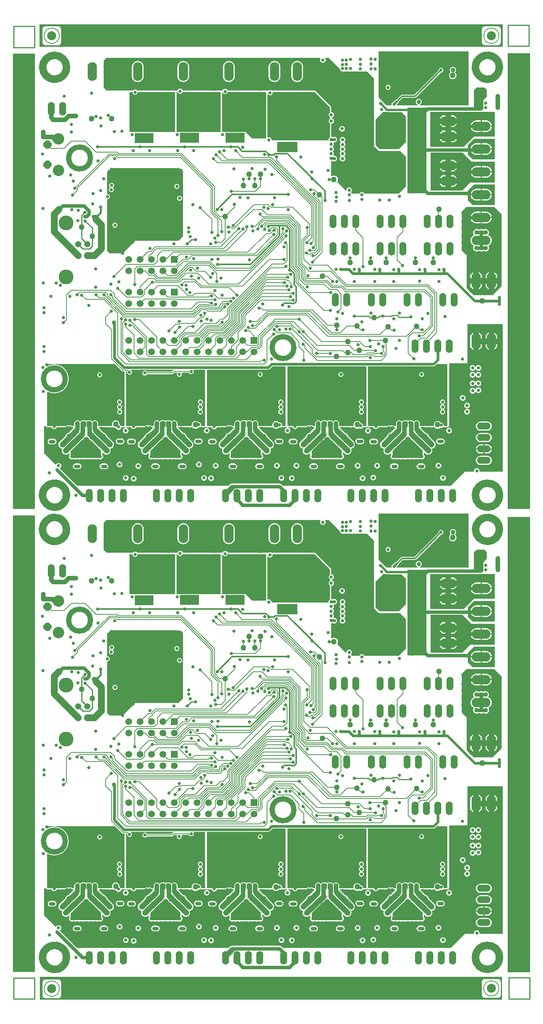
<source format=gbl>
G04 Layer_Physical_Order=4*
G04 Layer_Color=16711680*
%FSLAX24Y24*%
%MOIN*%
G70*
G01*
G75*
%ADD10C,0.0070*%
G04:AMPARAMS|DCode=11|XSize=78.7mil|YSize=78.7mil|CornerRadius=39.4mil|HoleSize=0mil|Usage=FLASHONLY|Rotation=90.000|XOffset=0mil|YOffset=0mil|HoleType=Round|Shape=RoundedRectangle|*
%AMROUNDEDRECTD11*
21,1,0.0787,0.0000,0,0,90.0*
21,1,0.0000,0.0787,0,0,90.0*
1,1,0.0787,0.0000,0.0000*
1,1,0.0787,0.0000,0.0000*
1,1,0.0787,0.0000,0.0000*
1,1,0.0787,0.0000,0.0000*
%
%ADD11ROUNDEDRECTD11*%
%ADD12C,0.0100*%
%ADD13C,0.0450*%
%ADD14C,0.0650*%
%ADD19C,0.0500*%
%ADD68C,0.0080*%
%ADD69C,0.0390*%
%ADD70C,0.0200*%
%ADD71C,0.0240*%
%ADD73C,0.0160*%
%ADD74C,0.0290*%
%ADD75C,0.0400*%
%ADD76C,0.0320*%
%ADD77C,0.0120*%
%ADD78C,0.0250*%
%ADD79C,0.0300*%
%ADD80C,0.0500*%
%ADD84R,0.0591X0.0591*%
%ADD85C,0.0591*%
%ADD86O,0.1200X0.0600*%
%ADD87O,0.1650X0.0825*%
%ADD88P,0.0758X8X292.5*%
%ADD89C,0.1000*%
%ADD90O,0.0600X0.1200*%
%ADD91C,0.0540*%
%ADD92C,0.1305*%
%ADD93O,0.0825X0.1650*%
G04:AMPARAMS|DCode=94|XSize=133mil|YSize=83mil|CornerRadius=0mil|HoleSize=0mil|Usage=FLASHONLY|Rotation=270.000|XOffset=0mil|YOffset=0mil|HoleType=Round|Shape=Octagon|*
%AMOCTAGOND94*
4,1,8,-0.0208,-0.0665,0.0208,-0.0665,0.0415,-0.0458,0.0415,0.0458,0.0208,0.0665,-0.0208,0.0665,-0.0415,0.0458,-0.0415,-0.0458,-0.0208,-0.0665,0.0*
%
%ADD94OCTAGOND94*%

G04:AMPARAMS|DCode=95|XSize=133mil|YSize=83mil|CornerRadius=0mil|HoleSize=0mil|Usage=FLASHONLY|Rotation=180.000|XOffset=0mil|YOffset=0mil|HoleType=Round|Shape=Octagon|*
%AMOCTAGOND95*
4,1,8,-0.0665,0.0208,-0.0665,-0.0208,-0.0458,-0.0415,0.0458,-0.0415,0.0665,-0.0208,0.0665,0.0208,0.0458,0.0415,-0.0458,0.0415,-0.0665,0.0208,0.0*
%
%ADD95OCTAGOND95*%

%ADD96C,0.0290*%
%ADD97C,0.0300*%
%ADD98C,0.0400*%
%ADD99C,0.0380*%
%ADD100C,0.0340*%
%ADD101C,0.0500*%
%ADD117C,0.0600*%
G36*
X2350Y2797D02*
X2350Y2797D01*
X411D01*
Y42800D01*
X2350D01*
X2350Y2797D01*
D02*
G37*
G36*
X2350Y43350D02*
X2350Y43350D01*
X411D01*
Y83250D01*
X2350D01*
X2350Y43350D01*
D02*
G37*
G36*
X43350Y2354D02*
Y356D01*
X2758Y356D01*
Y2354D01*
X43350Y2354D01*
D02*
G37*
G36*
X45789Y2740D02*
X45789Y2740D01*
X43850D01*
X43850Y42650D01*
X45789D01*
X45789Y2740D01*
D02*
G37*
G36*
X43400Y83837D02*
X2734D01*
Y85835D01*
X43400D01*
Y83837D01*
D02*
G37*
G36*
X45789Y43350D02*
X45789Y43350D01*
X43850D01*
X43850Y83300D01*
X45789D01*
X45789Y43350D01*
D02*
G37*
%LPC*%
G36*
X4402Y2135D02*
Y2133D01*
X3220D01*
Y2135D01*
X3131Y2117D01*
X3056Y2066D01*
X3005Y1991D01*
X2987Y1902D01*
X2989D01*
Y720D01*
X2987D01*
X3005Y631D01*
X3056Y556D01*
X3131Y505D01*
X3220Y487D01*
Y489D01*
X4402D01*
Y487D01*
X4491Y505D01*
X4566Y556D01*
X4617Y631D01*
X4635Y720D01*
X4633D01*
Y1902D01*
X4635D01*
X4617Y1991D01*
X4566Y2066D01*
X4491Y2117D01*
X4402Y2135D01*
D02*
G37*
G36*
X42990Y85643D02*
Y85641D01*
X41809D01*
Y85643D01*
X41720Y85625D01*
X41644Y85575D01*
X41594Y85499D01*
X41576Y85410D01*
X41577D01*
Y84229D01*
X41576D01*
X41594Y84139D01*
X41644Y84064D01*
X41720Y84013D01*
X41809Y83995D01*
Y83997D01*
X42990D01*
Y83995D01*
X43079Y84013D01*
X43155Y84064D01*
X43206Y84139D01*
X43223Y84229D01*
X43222D01*
Y85410D01*
X43223D01*
X43206Y85499D01*
X43155Y85575D01*
X43079Y85625D01*
X42990Y85643D01*
D02*
G37*
G36*
X4402D02*
Y85641D01*
X3220D01*
Y85643D01*
X3131Y85625D01*
X3056Y85575D01*
X3005Y85499D01*
X2987Y85410D01*
X2989D01*
Y84229D01*
X2987D01*
X3005Y84139D01*
X3056Y84064D01*
X3131Y84013D01*
X3220Y83995D01*
Y83997D01*
X4402D01*
Y83995D01*
X4491Y84013D01*
X4566Y84064D01*
X4617Y84139D01*
X4635Y84229D01*
X4633D01*
Y85410D01*
X4635D01*
X4617Y85499D01*
X4566Y85575D01*
X4491Y85625D01*
X4402Y85643D01*
D02*
G37*
G36*
X42990Y2164D02*
Y2163D01*
X41809D01*
Y2164D01*
X41720Y2147D01*
X41644Y2096D01*
X41594Y2020D01*
X41576Y1931D01*
X41577D01*
Y750D01*
X41576D01*
X41594Y661D01*
X41644Y585D01*
X41720Y535D01*
X41809Y517D01*
Y518D01*
X42990D01*
Y517D01*
X43079Y535D01*
X43155Y585D01*
X43206Y661D01*
X43223Y750D01*
X43222D01*
Y1931D01*
X43223D01*
X43206Y2020D01*
X43155Y2096D01*
X43079Y2147D01*
X42990Y2164D01*
D02*
G37*
%LPD*%
G36*
X7029Y9087D02*
X7057Y9020D01*
X7108Y8953D01*
X7175Y8902D01*
X7243Y8874D01*
X8125Y7991D01*
Y7347D01*
X8090Y7311D01*
X5485Y7331D01*
Y7931D01*
X6426Y8872D01*
X6498Y8902D01*
X6565Y8953D01*
X6616Y9020D01*
X6646Y9092D01*
X6715Y9161D01*
X6955D01*
X7029Y9087D01*
D02*
G37*
G36*
X42701Y35271D02*
X42701Y33536D01*
X42666Y33501D01*
X40771Y33501D01*
X40341Y33931D01*
Y34751D01*
X40861Y35271D01*
X42701Y35271D01*
D02*
G37*
G36*
X13998Y9087D02*
X14026Y9020D01*
X14077Y8953D01*
X14144Y8902D01*
X14211Y8874D01*
X15094Y7991D01*
Y7347D01*
X15058Y7311D01*
X12454Y7331D01*
Y7931D01*
X13394Y8872D01*
X13467Y8902D01*
X13533Y8953D01*
X13585Y9020D01*
X13615Y9092D01*
X13684Y9161D01*
X13924D01*
X13998Y9087D01*
D02*
G37*
G36*
X28182Y9070D02*
X28203Y9020D01*
X28254Y8953D01*
X28321Y8902D01*
X28371Y8881D01*
X29261Y7991D01*
Y7347D01*
X29226Y7311D01*
X26621Y7331D01*
Y7931D01*
X26727Y8037D01*
X27605Y8885D01*
X27644Y8902D01*
X27711Y8953D01*
X27762Y9020D01*
X27774Y9049D01*
X27890Y9161D01*
X28091D01*
X28182Y9070D01*
D02*
G37*
G36*
X21096D02*
X21117Y9020D01*
X21168Y8953D01*
X21235Y8902D01*
X21285Y8881D01*
X22175Y7991D01*
Y7347D01*
X22140Y7311D01*
X19535Y7331D01*
Y7931D01*
X20472Y8868D01*
X20480Y8869D01*
X20558Y8902D01*
X20625Y8953D01*
X20676Y9020D01*
X20708Y9097D01*
X20709Y9105D01*
X20765Y9161D01*
X21005D01*
X21096Y9070D01*
D02*
G37*
G36*
X25356Y34125D02*
X23596D01*
Y35035D01*
X25356D01*
Y34125D01*
D02*
G37*
G36*
X20741Y34941D02*
X19081D01*
Y35810D01*
X20741D01*
Y34941D01*
D02*
G37*
G36*
X27377Y42371D02*
X27400Y42327D01*
X27380Y42297D01*
X27361Y42201D01*
X27380Y42105D01*
X27434Y42024D01*
X27515Y41970D01*
X27611Y41951D01*
X27707Y41970D01*
X27788Y42024D01*
X27842Y42105D01*
X27861Y42201D01*
X27842Y42297D01*
X27822Y42327D01*
X27845Y42371D01*
X28131D01*
X29099Y41403D01*
X29110Y41345D01*
X29164Y41264D01*
X29245Y41210D01*
X29303Y41199D01*
X29311Y41191D01*
X30842Y41191D01*
X30891Y41181D01*
X30940Y41191D01*
X31491Y41191D01*
X32101Y40581D01*
Y34641D01*
X32531Y34211D01*
X34391D01*
X34891Y33711D01*
Y31101D01*
X34281Y30491D01*
X31269D01*
X31218Y30568D01*
X31137Y30622D01*
X31041Y30641D01*
X30945Y30622D01*
X30864Y30568D01*
X30813Y30491D01*
X30142D01*
X30098Y30558D01*
Y30604D01*
X30152Y30685D01*
X30171Y30781D01*
X30152Y30877D01*
X30098Y30958D01*
X30017Y31012D01*
X29921Y31031D01*
X29825Y31012D01*
X29744Y30958D01*
X29690Y30877D01*
X29671Y30781D01*
X29674Y30769D01*
X29627Y30745D01*
X28861Y31511D01*
X28887Y31545D01*
X28922Y31630D01*
X28934Y31721D01*
X28922Y31812D01*
X28887Y31898D01*
X28831Y31971D01*
X28758Y32027D01*
X28672Y32062D01*
X28581Y32074D01*
X28490Y32062D01*
X28405Y32027D01*
X28382Y32010D01*
X28341Y32041D01*
Y33323D01*
X28427Y33340D01*
X28436Y33347D01*
X28501D01*
X28525Y33330D01*
X28621Y33311D01*
X28717Y33330D01*
X28798Y33384D01*
X28852Y33465D01*
X28871Y33561D01*
X28852Y33657D01*
X28798Y33738D01*
X28717Y33792D01*
X28621Y33811D01*
X28563Y33799D01*
X28534Y33840D01*
X28533Y33845D01*
X28562Y33888D01*
X28581Y33984D01*
X28562Y34079D01*
X28508Y34160D01*
X28501Y34171D01*
Y34208D01*
X28508Y34220D01*
X28562Y34300D01*
X28581Y34396D01*
X28562Y34492D01*
X28508Y34572D01*
X28501Y34584D01*
Y34621D01*
X28508Y34633D01*
X28562Y34713D01*
X28581Y34809D01*
X28562Y34904D01*
X28540Y34936D01*
X28570Y34981D01*
X28621Y34971D01*
X28717Y34990D01*
X28798Y35044D01*
X28852Y35125D01*
X28871Y35221D01*
X28852Y35317D01*
X28798Y35398D01*
X28717Y35452D01*
X28621Y35471D01*
X28525Y35452D01*
X28516Y35445D01*
X28436D01*
X28427Y35452D01*
X28341Y35469D01*
Y36593D01*
X28351Y36601D01*
X28447Y36620D01*
X28528Y36674D01*
X28582Y36755D01*
X28601Y36851D01*
X28582Y36947D01*
X28528Y37028D01*
X28447Y37082D01*
X28378Y37096D01*
Y37147D01*
X28447Y37160D01*
X28528Y37214D01*
X28582Y37295D01*
X28601Y37391D01*
X28582Y37487D01*
X28528Y37568D01*
X28447Y37622D01*
X28351Y37641D01*
X28341Y37649D01*
Y38131D01*
X27841Y38631D01*
X26951Y39521D01*
X23108D01*
X23077Y39542D01*
X22981Y39561D01*
X22885Y39542D01*
X22854Y39521D01*
X19263D01*
X19262Y39527D01*
X19208Y39608D01*
X19127Y39662D01*
X19031Y39681D01*
X18935Y39662D01*
X18854Y39608D01*
X18800Y39527D01*
X18799Y39521D01*
X15317D01*
X15312Y39547D01*
X15258Y39628D01*
X15177Y39682D01*
X15081Y39701D01*
X14985Y39682D01*
X14904Y39628D01*
X14850Y39547D01*
X14845Y39521D01*
X11319D01*
X11308Y39538D01*
X11227Y39592D01*
X11131Y39611D01*
X11035Y39592D01*
X10954Y39538D01*
X10943Y39521D01*
X8641D01*
X8381Y39781D01*
Y42161D01*
X8591Y42371D01*
X26681D01*
X27377Y42371D01*
D02*
G37*
G36*
X16741Y34941D02*
X15081D01*
Y35810D01*
X16741D01*
Y34941D01*
D02*
G37*
G36*
X33163Y37638D02*
X33242Y37622D01*
X34520D01*
X34911Y37231D01*
Y35011D01*
X34301Y34401D01*
X32601D01*
X32241Y34761D01*
Y36991D01*
X32901Y37651D01*
X33143D01*
X33163Y37638D01*
D02*
G37*
G36*
X12751Y34921D02*
X11091D01*
Y35801D01*
X12751D01*
Y34921D01*
D02*
G37*
G36*
X35264Y9087D02*
X35292Y9020D01*
X35343Y8953D01*
X35410Y8902D01*
X35477Y8874D01*
X36360Y7991D01*
Y7347D01*
X36324Y7311D01*
X33720Y7331D01*
Y7931D01*
X34660Y8872D01*
X34732Y8902D01*
X34799Y8953D01*
X34851Y9020D01*
X34880Y9092D01*
X34950Y9161D01*
X35190D01*
X35264Y9087D01*
D02*
G37*
G36*
X38552Y15526D02*
X38552Y10121D01*
X38243D01*
X38202Y10171D01*
X38210Y10211D01*
X38194Y10295D01*
X38146Y10366D01*
X38075Y10414D01*
X37991Y10430D01*
X37946Y10421D01*
X37909Y10469D01*
X37842Y10521D01*
X37765Y10553D01*
X37681Y10564D01*
X37597Y10553D01*
X37520Y10521D01*
X37453Y10469D01*
X37402Y10402D01*
X37369Y10325D01*
X37358Y10241D01*
X37367Y10171D01*
X37337Y10121D01*
X36463Y10121D01*
X36417Y10130D01*
X36370Y10121D01*
X36154D01*
X36119Y10156D01*
Y10316D01*
X36126Y10351D01*
X36109Y10435D01*
X36085Y10471D01*
X36083Y10477D01*
X36070Y10493D01*
X36062Y10506D01*
X36059Y10508D01*
X36039Y10534D01*
X35983Y10577D01*
X35917Y10604D01*
X35847Y10613D01*
X35776Y10604D01*
X35711Y10577D01*
X35654Y10534D01*
X35649Y10526D01*
X35586D01*
X35569Y10548D01*
X35513Y10591D01*
X35447Y10618D01*
X35377Y10628D01*
X35337Y10622D01*
X35335Y10624D01*
X35302Y10630D01*
X35271Y10639D01*
X35261Y10638D01*
X35251Y10640D01*
X35218Y10634D01*
X35185Y10630D01*
X35177Y10625D01*
X35167Y10624D01*
X35140Y10605D01*
X35110Y10589D01*
X35104Y10582D01*
X35103Y10581D01*
X35080Y10576D01*
X35062D01*
X35039Y10581D01*
X34975Y10624D01*
X34891Y10640D01*
X34807Y10624D01*
X34805Y10622D01*
X34763Y10628D01*
X34692Y10618D01*
X34627Y10591D01*
X34570Y10548D01*
X34554Y10526D01*
X34491D01*
X34485Y10534D01*
X34429Y10577D01*
X34363Y10604D01*
X34293Y10613D01*
X34222Y10604D01*
X34157Y10577D01*
X34100Y10534D01*
X34057Y10477D01*
X34030Y10412D01*
X34020Y10341D01*
Y10121D01*
X33845D01*
X33842Y10126D01*
X33771Y10174D01*
X33687Y10190D01*
X33603Y10174D01*
X33552Y10139D01*
X33501Y10174D01*
X33417Y10190D01*
X33333Y10174D01*
X33262Y10126D01*
X33258Y10121D01*
X31596D01*
X31561Y10156D01*
X31561Y15352D01*
X37326D01*
X37400Y15367D01*
X37463Y15409D01*
X37615Y15561D01*
X38517D01*
X38552Y15526D01*
D02*
G37*
G36*
X24341Y15317D02*
X24341Y10156D01*
X24306Y10121D01*
X24048D01*
X24010Y10171D01*
X24020Y10221D01*
X24004Y10305D01*
X23956Y10376D01*
X23885Y10424D01*
X23801Y10440D01*
X23751Y10430D01*
X23729Y10459D01*
X23662Y10511D01*
X23585Y10543D01*
X23501Y10554D01*
X23417Y10543D01*
X23340Y10511D01*
X23273Y10459D01*
X23222Y10392D01*
X23189Y10315D01*
X23178Y10231D01*
X23186Y10171D01*
X23151Y10121D01*
X22289Y10121D01*
X22242Y10130D01*
X22196Y10121D01*
X21945D01*
Y10316D01*
X21951Y10351D01*
X21935Y10435D01*
X21911Y10471D01*
X21908Y10477D01*
X21896Y10493D01*
X21887Y10506D01*
X21885Y10508D01*
X21865Y10534D01*
X21808Y10577D01*
X21743Y10604D01*
X21672Y10613D01*
X21602Y10604D01*
X21536Y10577D01*
X21480Y10534D01*
X21474Y10526D01*
X21411D01*
X21395Y10548D01*
X21338Y10591D01*
X21273Y10618D01*
X21202Y10628D01*
X21162Y10622D01*
X21160Y10624D01*
X21128Y10630D01*
X21096Y10639D01*
X21086Y10638D01*
X21076Y10640D01*
X21044Y10634D01*
X21011Y10630D01*
X21002Y10625D01*
X20993Y10624D01*
X20965Y10605D01*
X20936Y10589D01*
X20930Y10582D01*
X20928Y10581D01*
X20906Y10576D01*
X20871D01*
X20800Y10624D01*
X20716Y10640D01*
X20633Y10624D01*
X20630Y10622D01*
X20588Y10628D01*
X20518Y10618D01*
X20452Y10591D01*
X20396Y10548D01*
X20379Y10526D01*
X20316D01*
X20311Y10534D01*
X20254Y10577D01*
X20189Y10604D01*
X20118Y10613D01*
X20048Y10604D01*
X19982Y10577D01*
X19926Y10534D01*
X19882Y10477D01*
X19855Y10412D01*
X19846Y10341D01*
Y10156D01*
X19811Y10121D01*
X19671D01*
X19667Y10126D01*
X19596Y10174D01*
X19512Y10190D01*
X19428Y10174D01*
X19377Y10139D01*
X19326Y10174D01*
X19242Y10190D01*
X19158Y10174D01*
X19087Y10126D01*
X19084Y10121D01*
X17441D01*
X17441Y15057D01*
X22821D01*
X22895Y15072D01*
X22958Y15114D01*
X23196Y15352D01*
X24306D01*
X24341Y15317D01*
D02*
G37*
G36*
X42671Y29331D02*
X43301Y28701D01*
X43301Y22381D01*
X42491Y21571D01*
X40871D01*
X40251Y22191D01*
X40251Y25081D01*
X39811Y25521D01*
X39811Y28921D01*
X40221Y29331D01*
X40471Y29331D01*
X42671Y29331D01*
D02*
G37*
G36*
X17281Y15022D02*
X17281Y10156D01*
X17246Y10121D01*
X16945D01*
X16916Y10171D01*
X16930Y10241D01*
X16914Y10325D01*
X16866Y10396D01*
X16795Y10444D01*
X16711Y10460D01*
X16663Y10451D01*
X16649Y10469D01*
X16582Y10521D01*
X16505Y10553D01*
X16421Y10564D01*
X16337Y10553D01*
X16260Y10521D01*
X16193Y10469D01*
X16142Y10402D01*
X16109Y10325D01*
X16098Y10241D01*
X16107Y10171D01*
X16077Y10121D01*
X15197Y10121D01*
X15151Y10130D01*
X15105Y10121D01*
X14853D01*
Y10316D01*
X14860Y10351D01*
X14844Y10435D01*
X14819Y10471D01*
X14817Y10477D01*
X14805Y10493D01*
X14796Y10506D01*
X14793Y10508D01*
X14774Y10534D01*
X14717Y10577D01*
X14652Y10604D01*
X14581Y10613D01*
X14511Y10604D01*
X14445Y10577D01*
X14388Y10534D01*
X14383Y10526D01*
X14320D01*
X14304Y10548D01*
X14247Y10591D01*
X14182Y10618D01*
X14111Y10628D01*
X14071Y10622D01*
X14069Y10624D01*
X14037Y10630D01*
X14005Y10639D01*
X13995Y10638D01*
X13985Y10640D01*
X13953Y10634D01*
X13920Y10630D01*
X13911Y10625D01*
X13901Y10624D01*
X13874Y10605D01*
X13845Y10589D01*
X13838Y10582D01*
X13837Y10581D01*
X13814Y10576D01*
X13796D01*
X13773Y10581D01*
X13709Y10624D01*
X13625Y10640D01*
X13541Y10624D01*
X13539Y10622D01*
X13497Y10628D01*
X13427Y10618D01*
X13361Y10591D01*
X13304Y10548D01*
X13288Y10526D01*
X13225D01*
X13220Y10534D01*
X13163Y10577D01*
X13098Y10604D01*
X13027Y10613D01*
X12957Y10604D01*
X12891Y10577D01*
X12834Y10534D01*
X12791Y10477D01*
X12764Y10412D01*
X12755Y10341D01*
Y10156D01*
X12719Y10121D01*
X12579D01*
X12576Y10126D01*
X12505Y10174D01*
X12421Y10190D01*
X12337Y10174D01*
X12286Y10139D01*
X12235Y10174D01*
X12151Y10190D01*
X12067Y10174D01*
X11996Y10126D01*
X11993Y10121D01*
X10331D01*
X10331Y14909D01*
X10395D01*
X10429Y14869D01*
X10422Y14831D01*
X10438Y14747D01*
X10486Y14676D01*
X10557Y14628D01*
X10641Y14612D01*
X10725Y14628D01*
X10796Y14676D01*
X10844Y14747D01*
X10860Y14831D01*
X10844Y14915D01*
X10796Y14986D01*
X10764Y15007D01*
X10779Y15057D01*
X14488D01*
X14490Y15008D01*
X14490Y15008D01*
X14447Y15000D01*
X14410Y14975D01*
X14410Y14975D01*
X14318Y14883D01*
X12165D01*
X12136Y14926D01*
X12065Y14974D01*
X11981Y14990D01*
X11897Y14974D01*
X11826Y14926D01*
X11779Y14855D01*
X11762Y14771D01*
X11779Y14687D01*
X11826Y14616D01*
X11897Y14569D01*
X11981Y14552D01*
X12065Y14569D01*
X12136Y14616D01*
X12165Y14659D01*
X14365D01*
X14365Y14659D01*
X14408Y14667D01*
X14444Y14692D01*
X14536Y14784D01*
X14799D01*
X14823Y14740D01*
X14813Y14725D01*
X14796Y14641D01*
X14813Y14557D01*
X14860Y14486D01*
X14931Y14439D01*
X15015Y14422D01*
X15099Y14439D01*
X15170Y14486D01*
X15218Y14557D01*
X15234Y14641D01*
X15218Y14725D01*
X15208Y14740D01*
X15231Y14784D01*
X15877D01*
X15906Y14741D01*
X15977Y14693D01*
X16061Y14677D01*
X16145Y14693D01*
X16216Y14741D01*
X16264Y14812D01*
X16280Y14896D01*
X16264Y14980D01*
X16245Y15007D01*
X16272Y15057D01*
X17246D01*
X17281Y15022D01*
D02*
G37*
G36*
X9357Y15561D02*
X9976Y14942D01*
X10013Y14917D01*
X10056Y14909D01*
X10056Y14909D01*
X10156D01*
X10191Y14874D01*
X10191Y10156D01*
X10156Y10121D01*
X9884D01*
X9884Y10125D01*
X9836Y10196D01*
X9765Y10244D01*
X9748Y10247D01*
X9754Y10291D01*
X9743Y10375D01*
X9711Y10452D01*
X9659Y10519D01*
X9592Y10571D01*
X9515Y10603D01*
X9431Y10614D01*
X9347Y10603D01*
X9270Y10571D01*
X9203Y10519D01*
X9151Y10452D01*
X9119Y10375D01*
X9108Y10291D01*
X9119Y10207D01*
X9134Y10171D01*
X9101Y10121D01*
X8229Y10121D01*
X8182Y10130D01*
X8136Y10121D01*
X7885D01*
Y10316D01*
X7892Y10351D01*
X7875Y10435D01*
X7851Y10471D01*
X7848Y10477D01*
X7836Y10493D01*
X7827Y10506D01*
X7825Y10508D01*
X7805Y10534D01*
X7749Y10577D01*
X7683Y10604D01*
X7612Y10613D01*
X7542Y10604D01*
X7476Y10577D01*
X7420Y10534D01*
X7414Y10526D01*
X7351D01*
X7335Y10548D01*
X7279Y10591D01*
X7213Y10618D01*
X7142Y10628D01*
X7102Y10622D01*
X7101Y10624D01*
X7068Y10630D01*
X7036Y10639D01*
X7026Y10638D01*
X7017Y10640D01*
X6984Y10634D01*
X6951Y10630D01*
X6942Y10625D01*
X6933Y10624D01*
X6905Y10605D01*
X6876Y10589D01*
X6870Y10582D01*
X6869Y10581D01*
X6846Y10576D01*
X6812D01*
X6741Y10624D01*
X6657Y10640D01*
X6573Y10624D01*
X6571Y10622D01*
X6528Y10628D01*
X6458Y10618D01*
X6392Y10591D01*
X6336Y10548D01*
X6320Y10526D01*
X6256D01*
X6251Y10534D01*
X6195Y10577D01*
X6129Y10604D01*
X6058Y10613D01*
X5988Y10604D01*
X5922Y10577D01*
X5866Y10534D01*
X5823Y10477D01*
X5795Y10412D01*
X5786Y10341D01*
Y10156D01*
X5751Y10121D01*
X5611D01*
X5607Y10126D01*
X5536Y10174D01*
X5452Y10190D01*
X5369Y10174D01*
X5317Y10139D01*
X5266Y10174D01*
X5182Y10190D01*
X5099Y10174D01*
X5027Y10126D01*
X5024Y10121D01*
X3417D01*
X3417Y13111D01*
X3460Y13135D01*
X3469Y13129D01*
X3652Y13054D01*
X3844Y13008D01*
X4041Y12992D01*
X4238Y13008D01*
X4430Y13054D01*
X4613Y13129D01*
X4781Y13233D01*
X4931Y13361D01*
X5059Y13511D01*
X5163Y13679D01*
X5238Y13862D01*
X5284Y14054D01*
X5300Y14251D01*
X5284Y14448D01*
X5238Y14640D01*
X5163Y14823D01*
X5059Y14991D01*
X4931Y15141D01*
X4781Y15269D01*
X4613Y15373D01*
X4430Y15448D01*
X4238Y15494D01*
X4041Y15510D01*
X3844Y15494D01*
X3652Y15448D01*
X3469Y15373D01*
X3460Y15367D01*
X3417Y15391D01*
Y15561D01*
X9357Y15561D01*
D02*
G37*
G36*
X31421Y15317D02*
X31421Y10156D01*
X31386Y10121D01*
X31175D01*
X31150Y10151D01*
X31134Y10235D01*
X31086Y10306D01*
X31015Y10354D01*
X30931Y10370D01*
X30924Y10369D01*
X30911Y10402D01*
X30859Y10469D01*
X30792Y10521D01*
X30715Y10553D01*
X30631Y10564D01*
X30547Y10553D01*
X30470Y10521D01*
X30403Y10469D01*
X30352Y10402D01*
X30319Y10325D01*
X30308Y10241D01*
X30317Y10171D01*
X30287Y10121D01*
X29375Y10121D01*
X29328Y10130D01*
X29282Y10121D01*
X29031D01*
Y10316D01*
X29037Y10351D01*
X29021Y10435D01*
X28997Y10471D01*
X28994Y10477D01*
X28982Y10493D01*
X28973Y10506D01*
X28971Y10508D01*
X28951Y10534D01*
X28894Y10577D01*
X28829Y10604D01*
X28758Y10613D01*
X28688Y10604D01*
X28622Y10577D01*
X28566Y10534D01*
X28560Y10526D01*
X28497D01*
X28481Y10548D01*
X28424Y10591D01*
X28359Y10618D01*
X28288Y10628D01*
X28248Y10622D01*
X28246Y10624D01*
X28214Y10630D01*
X28182Y10639D01*
X28172Y10638D01*
X28162Y10640D01*
X28130Y10634D01*
X28097Y10630D01*
X28088Y10625D01*
X28079Y10624D01*
X28051Y10605D01*
X28022Y10589D01*
X28016Y10582D01*
X28007Y10576D01*
X27973D01*
X27950Y10581D01*
X27886Y10624D01*
X27802Y10640D01*
X27719Y10624D01*
X27716Y10622D01*
X27674Y10628D01*
X27604Y10618D01*
X27538Y10591D01*
X27482Y10548D01*
X27465Y10526D01*
X27402D01*
X27397Y10534D01*
X27340Y10577D01*
X27275Y10604D01*
X27204Y10613D01*
X27134Y10604D01*
X27068Y10577D01*
X27012Y10534D01*
X26968Y10477D01*
X26941Y10412D01*
X26932Y10341D01*
Y10156D01*
X26897Y10121D01*
X26757D01*
X26753Y10126D01*
X26682Y10174D01*
X26598Y10190D01*
X26514Y10174D01*
X26463Y10139D01*
X26412Y10174D01*
X26328Y10190D01*
X26244Y10174D01*
X26173Y10126D01*
X26170Y10121D01*
X24501D01*
X24501Y15352D01*
X31386D01*
X31421Y15317D01*
D02*
G37*
G36*
X36701Y31141D02*
Y30511D01*
X35041D01*
Y38011D01*
X36701D01*
Y31141D01*
D02*
G37*
G36*
X40651Y33301D02*
X42701Y33301D01*
Y31496D01*
X42666Y31461D01*
X40521Y31461D01*
X39821Y30761D01*
X37061D01*
Y34071D01*
X39881D01*
X40651Y33301D01*
D02*
G37*
G36*
X42701Y31271D02*
X42701Y29536D01*
X42666Y29501D01*
X40771Y29501D01*
X40341Y29931D01*
Y30751D01*
X40861Y31271D01*
X42701Y31271D01*
D02*
G37*
G36*
X43408Y19026D02*
Y6111D01*
X41396D01*
X41365Y6150D01*
X41371Y6181D01*
X41352Y6277D01*
X41298Y6358D01*
X41217Y6412D01*
X41121Y6431D01*
X41025Y6412D01*
X40944Y6358D01*
X40890Y6277D01*
X40871Y6181D01*
X40877Y6150D01*
X40846Y6111D01*
X40061D01*
X38821Y4871D01*
X24104Y4871D01*
X23973Y5003D01*
X23892Y5057D01*
X23796Y5076D01*
X19616D01*
X19520Y5057D01*
X19439Y5003D01*
X19308Y4871D01*
X8421Y4871D01*
X6028Y4871D01*
X4535Y6364D01*
X4541Y6428D01*
X4588Y6459D01*
X4642Y6540D01*
X4661Y6636D01*
X4642Y6731D01*
X4588Y6812D01*
X4507Y6867D01*
X4411Y6886D01*
X4316Y6867D01*
X4235Y6812D01*
X4197Y6756D01*
X4136Y6746D01*
X3121Y7761D01*
Y10086D01*
X3156Y10121D01*
X3315D01*
X3322Y10082D01*
X3345Y10049D01*
X3378Y10027D01*
X3417Y10019D01*
X3789D01*
X3792Y10005D01*
X3846Y9924D01*
X3927Y9870D01*
X4022Y9851D01*
X4118Y9870D01*
X4199Y9924D01*
X4253Y10005D01*
X4256Y10019D01*
X5024D01*
X5034Y10021D01*
X5044D01*
X5053Y10025D01*
X5063Y10027D01*
X5071Y10032D01*
X5081Y10036D01*
X5088Y10043D01*
X5096Y10049D01*
X5097Y10050D01*
X5138Y10078D01*
X5182Y10086D01*
X5227Y10078D01*
X5261Y10055D01*
X5261Y10055D01*
X5298Y10039D01*
X5337D01*
X5374Y10055D01*
X5374Y10055D01*
X5408Y10078D01*
X5452Y10086D01*
X5497Y10078D01*
X5538Y10050D01*
X5539Y10049D01*
X5547Y10043D01*
X5554Y10036D01*
X5563Y10032D01*
X5572Y10027D01*
X5582Y10025D01*
X5591Y10021D01*
X5601Y10021D01*
X5611Y10019D01*
X5715D01*
X5732Y9969D01*
X5703Y9947D01*
X5397Y9641D01*
X5364Y9616D01*
X5274Y9526D01*
X5245Y9522D01*
X5160Y9487D01*
X5087Y9431D01*
X5031Y9358D01*
X4996Y9272D01*
X4992Y9244D01*
X4504Y8756D01*
X4448Y8683D01*
X4412Y8597D01*
X4400Y8506D01*
X4412Y8415D01*
X4448Y8330D01*
X4478Y8290D01*
X4502Y8254D01*
X4538Y8230D01*
X4577Y8200D01*
X4662Y8165D01*
X4694Y8161D01*
X4726Y8106D01*
X4707Y8062D01*
X4695Y7971D01*
X4707Y7880D01*
X4733Y7817D01*
X4738Y7795D01*
X4792Y7714D01*
X4873Y7660D01*
X4895Y7656D01*
X4957Y7630D01*
X5048Y7618D01*
X5140Y7630D01*
X5225Y7665D01*
X5298Y7721D01*
X5337Y7760D01*
X5383Y7741D01*
Y7594D01*
X5352Y7547D01*
X5333Y7451D01*
X5352Y7355D01*
X5390Y7299D01*
X5391Y7293D01*
X5391Y7292D01*
X5391Y7292D01*
X5402Y7276D01*
X5413Y7259D01*
X5413Y7259D01*
X5413Y7259D01*
X5429Y7248D01*
X5446Y7237D01*
X5446Y7237D01*
X5446Y7237D01*
X5465Y7233D01*
X5469Y7232D01*
X5487Y7220D01*
X5582Y7201D01*
X5678Y7220D01*
X5689Y7228D01*
X5804Y7227D01*
X5814Y7220D01*
X5909Y7201D01*
X6005Y7220D01*
X6012Y7225D01*
X6134Y7224D01*
X6140Y7220D01*
X6236Y7201D01*
X6331Y7220D01*
X6335Y7223D01*
X6465Y7222D01*
X6467Y7220D01*
X6562Y7201D01*
X6658Y7220D01*
X6979Y7218D01*
X7062Y7201D01*
X7139Y7217D01*
X7329Y7215D01*
X7399Y7201D01*
X7464Y7214D01*
X7679Y7212D01*
X7736Y7201D01*
X7788Y7212D01*
X8029Y7210D01*
X8072Y7201D01*
X8168Y7220D01*
X8249Y7274D01*
X8303Y7355D01*
X8322Y7451D01*
X8303Y7547D01*
X8249Y7628D01*
X8227Y7642D01*
Y7802D01*
X8273Y7821D01*
X8373Y7721D01*
X8446Y7665D01*
X8531Y7630D01*
X8622Y7618D01*
X8714Y7630D01*
X8776Y7656D01*
X8798Y7660D01*
X8879Y7714D01*
X8933Y7795D01*
X8938Y7817D01*
X8963Y7880D01*
X8975Y7971D01*
X8963Y8062D01*
X8945Y8106D01*
X8977Y8161D01*
X9009Y8165D01*
X9094Y8200D01*
X9133Y8230D01*
X9169Y8254D01*
X9193Y8290D01*
X9223Y8330D01*
X9258Y8415D01*
X9270Y8506D01*
X9258Y8597D01*
X9223Y8683D01*
X9167Y8756D01*
X8682Y9241D01*
X8678Y9272D01*
X8642Y9358D01*
X8586Y9431D01*
X8513Y9487D01*
X8428Y9522D01*
X8397Y9526D01*
X8307Y9616D01*
X8274Y9641D01*
X7968Y9947D01*
X7939Y9969D01*
X7956Y10019D01*
X8136D01*
X8146Y10021D01*
X8156D01*
X8182Y10026D01*
X8209Y10021D01*
X8219D01*
X8229Y10019D01*
X8824Y10019D01*
X8837Y10010D01*
X8932Y9991D01*
X9028Y10010D01*
X9041Y10019D01*
X9101D01*
X9111Y10021D01*
X9121D01*
X9130Y10025D01*
X9140Y10027D01*
X9148Y10032D01*
X9158Y10036D01*
X9181Y10041D01*
X9211Y10019D01*
X9255Y9985D01*
X9340Y9950D01*
X9431Y9938D01*
X9453Y9941D01*
X9504Y9864D01*
X9585Y9810D01*
X9681Y9791D01*
X9777Y9810D01*
X9858Y9864D01*
X9912Y9945D01*
X9926Y10019D01*
X10156D01*
X10195Y10027D01*
X10228Y10049D01*
X10231Y10052D01*
X10259Y10049D01*
X10291Y10028D01*
X10292Y10021D01*
X10289Y9976D01*
X10215Y9962D01*
X10134Y9908D01*
X10080Y9827D01*
X10061Y9731D01*
X10080Y9635D01*
X10134Y9554D01*
X10215Y9500D01*
X10311Y9481D01*
X10407Y9500D01*
X10488Y9554D01*
X10542Y9635D01*
X10561Y9731D01*
X10542Y9827D01*
X10488Y9908D01*
X10407Y9962D01*
X10370Y9969D01*
X10375Y10019D01*
X10758D01*
X10760Y10005D01*
X10814Y9924D01*
X10895Y9870D01*
X10991Y9851D01*
X11087Y9870D01*
X11168Y9924D01*
X11222Y10005D01*
X11225Y10019D01*
X11993D01*
X12003Y10021D01*
X12013Y10021D01*
X12022Y10025D01*
X12032Y10027D01*
X12040Y10032D01*
X12049Y10036D01*
X12056Y10043D01*
X12065Y10049D01*
X12065Y10050D01*
X12107Y10078D01*
X12151Y10086D01*
X12195Y10078D01*
X12229Y10055D01*
X12229Y10055D01*
X12266Y10039D01*
X12306D01*
X12343Y10055D01*
X12343Y10055D01*
X12377Y10078D01*
X12421Y10086D01*
X12465Y10078D01*
X12507Y10050D01*
X12507Y10049D01*
X12516Y10043D01*
X12523Y10036D01*
X12532Y10032D01*
X12540Y10027D01*
X12550Y10025D01*
X12559Y10021D01*
X12570Y10021D01*
X12579Y10019D01*
X12683D01*
X12700Y9969D01*
X12671Y9947D01*
X12365Y9641D01*
X12332Y9616D01*
X12243Y9526D01*
X12214Y9522D01*
X12129Y9487D01*
X12056Y9431D01*
X12000Y9358D01*
X11964Y9272D01*
X11961Y9244D01*
X11472Y8756D01*
X11416Y8683D01*
X11381Y8597D01*
X11369Y8506D01*
X11381Y8415D01*
X11416Y8330D01*
X11446Y8290D01*
X11470Y8254D01*
X11506Y8230D01*
X11546Y8200D01*
X11631Y8165D01*
X11663Y8161D01*
X11694Y8106D01*
X11676Y8062D01*
X11664Y7971D01*
X11676Y7880D01*
X11702Y7817D01*
X11706Y7795D01*
X11760Y7714D01*
X11841Y7660D01*
X11863Y7656D01*
X11926Y7630D01*
X12017Y7618D01*
X12108Y7630D01*
X12194Y7665D01*
X12267Y7721D01*
X12306Y7760D01*
X12352Y7741D01*
Y7594D01*
X12320Y7547D01*
X12301Y7451D01*
X12320Y7355D01*
X12358Y7299D01*
X12359Y7293D01*
X12360Y7292D01*
X12360Y7292D01*
X12370Y7276D01*
X12381Y7259D01*
X12382Y7259D01*
X12382Y7259D01*
X12398Y7248D01*
X12414Y7237D01*
X12415Y7237D01*
X12415Y7237D01*
X12434Y7233D01*
X12437Y7232D01*
X12455Y7220D01*
X12551Y7201D01*
X12647Y7220D01*
X12658Y7228D01*
X12773Y7227D01*
X12782Y7220D01*
X12878Y7201D01*
X12973Y7220D01*
X12981Y7225D01*
X13103Y7224D01*
X13109Y7220D01*
X13204Y7201D01*
X13300Y7220D01*
X13304Y7223D01*
X13433Y7222D01*
X13435Y7220D01*
X13531Y7201D01*
X13626Y7220D01*
X13948Y7218D01*
X14031Y7201D01*
X14108Y7217D01*
X14298Y7215D01*
X14368Y7201D01*
X14432Y7214D01*
X14648Y7212D01*
X14704Y7201D01*
X14757Y7212D01*
X14998Y7210D01*
X15041Y7201D01*
X15137Y7220D01*
X15218Y7274D01*
X15272Y7355D01*
X15291Y7451D01*
X15272Y7547D01*
X15218Y7628D01*
X15196Y7642D01*
Y7802D01*
X15242Y7821D01*
X15341Y7721D01*
X15415Y7665D01*
X15500Y7630D01*
X15591Y7618D01*
X15682Y7630D01*
X15745Y7656D01*
X15767Y7660D01*
X15848Y7714D01*
X15902Y7795D01*
X15906Y7817D01*
X15932Y7880D01*
X15944Y7971D01*
X15932Y8062D01*
X15914Y8106D01*
X15945Y8161D01*
X15977Y8165D01*
X16063Y8200D01*
X16102Y8230D01*
X16138Y8254D01*
X16162Y8290D01*
X16192Y8330D01*
X16227Y8415D01*
X16239Y8506D01*
X16227Y8597D01*
X16192Y8683D01*
X16136Y8756D01*
X15650Y9241D01*
X15646Y9272D01*
X15611Y9358D01*
X15555Y9431D01*
X15482Y9487D01*
X15397Y9522D01*
X15365Y9526D01*
X15276Y9616D01*
X15243Y9641D01*
X14937Y9947D01*
X14908Y9969D01*
X14925Y10019D01*
X15105D01*
X15115Y10021D01*
X15125D01*
X15151Y10026D01*
X15177Y10021D01*
X15187D01*
X15197Y10019D01*
X15792Y10019D01*
X15805Y10010D01*
X15901Y9991D01*
X15997Y10010D01*
X16010Y10019D01*
X16077D01*
X16089Y10021D01*
X16101Y10022D01*
X16108Y10025D01*
X16116Y10027D01*
X16126Y10034D01*
X16136Y10038D01*
X16171Y9991D01*
X16245Y9935D01*
X16330Y9900D01*
X16421Y9888D01*
X16512Y9900D01*
X16598Y9935D01*
X16671Y9991D01*
X16676Y9998D01*
X16711Y9991D01*
X16807Y10010D01*
X16866Y10050D01*
X16873Y10049D01*
X16878Y10045D01*
X16883Y10040D01*
X16895Y10034D01*
X16906Y10027D01*
X16912Y10026D01*
X16918Y10023D01*
X16932Y10022D01*
X16945Y10019D01*
X17246D01*
X17285Y10027D01*
X17312Y10045D01*
X17340Y10052D01*
X17369Y10049D01*
X17402Y10027D01*
X17441Y10019D01*
X17845D01*
X17851Y9985D01*
X17906Y9904D01*
X17987Y9850D01*
X18082Y9831D01*
X18178Y9850D01*
X18259Y9904D01*
X18313Y9985D01*
X18320Y10019D01*
X19084D01*
X19094Y10021D01*
X19104Y10021D01*
X19113Y10025D01*
X19123Y10027D01*
X19131Y10032D01*
X19140Y10036D01*
X19148Y10043D01*
X19156Y10049D01*
X19156Y10050D01*
X19198Y10078D01*
X19242Y10086D01*
X19286Y10078D01*
X19321Y10055D01*
X19321Y10055D01*
X19357Y10039D01*
X19397D01*
X19434Y10055D01*
X19434Y10055D01*
X19468Y10078D01*
X19512Y10086D01*
X19556Y10078D01*
X19598Y10050D01*
X19598Y10049D01*
X19607Y10043D01*
X19614Y10036D01*
X19623Y10032D01*
X19632Y10027D01*
X19641Y10025D01*
X19651Y10021D01*
X19661Y10021D01*
X19671Y10019D01*
X19774D01*
X19791Y9969D01*
X19762Y9947D01*
X19456Y9641D01*
X19424Y9616D01*
X19334Y9526D01*
X19305Y9522D01*
X19220Y9487D01*
X19147Y9431D01*
X19091Y9358D01*
X19055Y9272D01*
X19052Y9244D01*
X18564Y8756D01*
X18508Y8683D01*
X18472Y8597D01*
X18460Y8506D01*
X18472Y8415D01*
X18508Y8330D01*
X18538Y8290D01*
X18562Y8254D01*
X18597Y8230D01*
X18637Y8200D01*
X18722Y8165D01*
X18754Y8161D01*
X18785Y8106D01*
X18767Y8062D01*
X18755Y7971D01*
X18767Y7880D01*
X18793Y7817D01*
X18797Y7795D01*
X18852Y7714D01*
X18933Y7660D01*
X18954Y7656D01*
X19017Y7630D01*
X19108Y7618D01*
X19200Y7630D01*
X19285Y7665D01*
X19358Y7721D01*
X19387Y7750D01*
X19433Y7731D01*
Y7579D01*
X19411Y7547D01*
X19392Y7451D01*
X19411Y7355D01*
X19435Y7320D01*
X19437Y7312D01*
X19441Y7293D01*
X19441Y7292D01*
X19441Y7292D01*
X19452Y7276D01*
X19462Y7259D01*
X19463Y7259D01*
X19463Y7259D01*
X19479Y7248D01*
X19495Y7237D01*
X19496Y7237D01*
X19496Y7237D01*
X19515Y7233D01*
X19533Y7229D01*
X19547Y7220D01*
X19642Y7201D01*
X19738Y7220D01*
X19749Y7227D01*
X19864Y7227D01*
X19873Y7220D01*
X19969Y7201D01*
X20064Y7220D01*
X20072Y7225D01*
X20194Y7224D01*
X20200Y7220D01*
X20296Y7201D01*
X20391Y7220D01*
X20395Y7223D01*
X20525Y7222D01*
X20527Y7220D01*
X20622Y7201D01*
X20717Y7220D01*
X21040Y7218D01*
X21122Y7201D01*
X21199Y7216D01*
X21390Y7215D01*
X21459Y7201D01*
X21523Y7214D01*
X21740Y7212D01*
X21796Y7201D01*
X21847Y7212D01*
X22090Y7210D01*
X22132Y7201D01*
X22228Y7220D01*
X22309Y7274D01*
X22363Y7355D01*
X22382Y7451D01*
X22363Y7547D01*
X22309Y7628D01*
X22277Y7649D01*
Y7812D01*
X22323Y7831D01*
X22433Y7721D01*
X22506Y7665D01*
X22591Y7630D01*
X22682Y7618D01*
X22774Y7630D01*
X22836Y7656D01*
X22858Y7660D01*
X22939Y7714D01*
X22993Y7795D01*
X22997Y7817D01*
X23023Y7880D01*
X23035Y7971D01*
X23023Y8062D01*
X23005Y8106D01*
X23037Y8161D01*
X23069Y8165D01*
X23154Y8200D01*
X23193Y8230D01*
X23229Y8254D01*
X23253Y8290D01*
X23283Y8330D01*
X23318Y8415D01*
X23330Y8506D01*
X23318Y8597D01*
X23283Y8683D01*
X23227Y8756D01*
X22742Y9241D01*
X22737Y9272D01*
X22702Y9358D01*
X22646Y9431D01*
X22573Y9487D01*
X22488Y9522D01*
X22456Y9526D01*
X22367Y9616D01*
X22334Y9641D01*
X22028Y9947D01*
X21999Y9969D01*
X22016Y10019D01*
X22196D01*
X22206Y10021D01*
X22216D01*
X22242Y10026D01*
X22269Y10021D01*
X22279D01*
X22289Y10019D01*
X22883Y10019D01*
X22897Y10010D01*
X22992Y9991D01*
X23088Y10010D01*
X23101Y10019D01*
X23151D01*
X23160Y10021D01*
X23169Y10021D01*
X23179Y10025D01*
X23190Y10027D01*
X23198Y10032D01*
X23206Y10035D01*
X23210Y10035D01*
X23251Y9981D01*
X23325Y9925D01*
X23410Y9890D01*
X23501Y9878D01*
X23592Y9890D01*
X23678Y9925D01*
X23750Y9981D01*
X23801Y9971D01*
X23897Y9990D01*
X23978Y10044D01*
X23997Y10033D01*
X24004Y10031D01*
X24009Y10027D01*
X24022Y10024D01*
X24035Y10020D01*
X24042Y10020D01*
X24048Y10019D01*
X24306D01*
X24345Y10027D01*
X24378Y10049D01*
X24382Y10054D01*
X24429Y10049D01*
X24462Y10027D01*
X24474Y10024D01*
Y9973D01*
X24415Y9962D01*
X24334Y9908D01*
X24280Y9827D01*
X24261Y9731D01*
X24280Y9635D01*
X24334Y9554D01*
X24415Y9500D01*
X24511Y9481D01*
X24607Y9500D01*
X24688Y9554D01*
X24742Y9635D01*
X24761Y9731D01*
X24742Y9827D01*
X24688Y9908D01*
X24607Y9962D01*
X24570Y9969D01*
X24575Y10019D01*
X24935D01*
X24937Y10005D01*
X24992Y9924D01*
X25073Y9870D01*
X25168Y9851D01*
X25264Y9870D01*
X25345Y9924D01*
X25399Y10005D01*
X25402Y10019D01*
X26170D01*
X26180Y10021D01*
X26190Y10021D01*
X26199Y10025D01*
X26209Y10027D01*
X26217Y10032D01*
X26226Y10036D01*
X26234Y10043D01*
X26242Y10049D01*
X26242Y10050D01*
X26284Y10078D01*
X26328Y10086D01*
X26372Y10078D01*
X26407Y10055D01*
X26407Y10055D01*
X26443Y10039D01*
X26483D01*
X26520Y10055D01*
X26520Y10055D01*
X26554Y10078D01*
X26598Y10086D01*
X26642Y10078D01*
X26684Y10050D01*
X26684Y10049D01*
X26693Y10043D01*
X26700Y10036D01*
X26709Y10032D01*
X26718Y10027D01*
X26727Y10025D01*
X26737Y10021D01*
X26747Y10021D01*
X26757Y10019D01*
X26860D01*
X26877Y9969D01*
X26848Y9947D01*
X26542Y9641D01*
X26510Y9616D01*
X26420Y9526D01*
X26391Y9522D01*
X26306Y9487D01*
X26233Y9431D01*
X26177Y9358D01*
X26141Y9272D01*
X26138Y9244D01*
X25650Y8756D01*
X25594Y8683D01*
X25558Y8597D01*
X25546Y8506D01*
X25558Y8415D01*
X25594Y8330D01*
X25624Y8290D01*
X25648Y8254D01*
X25683Y8230D01*
X25723Y8200D01*
X25808Y8165D01*
X25841Y8161D01*
X25871Y8106D01*
X25855Y8068D01*
X25841Y7977D01*
X25852Y7886D01*
X25880Y7815D01*
X25883Y7795D01*
X25938Y7714D01*
X26019Y7660D01*
X26042Y7656D01*
X26097Y7632D01*
X26188Y7618D01*
X26280Y7629D01*
X26365Y7662D01*
X26440Y7717D01*
X26473Y7750D01*
X26519Y7730D01*
Y7579D01*
X26497Y7547D01*
X26478Y7451D01*
X26497Y7355D01*
X26521Y7320D01*
X26523Y7312D01*
X26527Y7293D01*
X26527Y7292D01*
X26527Y7292D01*
X26538Y7276D01*
X26548Y7259D01*
X26549Y7259D01*
X26549Y7259D01*
X26565Y7248D01*
X26581Y7237D01*
X26582Y7237D01*
X26582Y7237D01*
X26601Y7233D01*
X26619Y7229D01*
X26633Y7220D01*
X26728Y7201D01*
X26824Y7220D01*
X26835Y7227D01*
X26950Y7227D01*
X26959Y7220D01*
X27055Y7201D01*
X27150Y7220D01*
X27158Y7225D01*
X27280Y7224D01*
X27286Y7220D01*
X27382Y7201D01*
X27477Y7220D01*
X27481Y7223D01*
X27611Y7222D01*
X27613Y7220D01*
X27708Y7201D01*
X27803Y7220D01*
X28126Y7218D01*
X28208Y7201D01*
X28285Y7216D01*
X28476Y7215D01*
X28545Y7201D01*
X28609Y7214D01*
X28826Y7212D01*
X28882Y7201D01*
X28933Y7212D01*
X29176Y7210D01*
X29218Y7201D01*
X29314Y7220D01*
X29395Y7274D01*
X29449Y7355D01*
X29468Y7451D01*
X29449Y7547D01*
X29395Y7628D01*
X29363Y7649D01*
Y7812D01*
X29409Y7831D01*
X29519Y7721D01*
X29592Y7665D01*
X29677Y7630D01*
X29768Y7618D01*
X29860Y7630D01*
X29922Y7656D01*
X29944Y7660D01*
X30025Y7714D01*
X30079Y7795D01*
X30083Y7817D01*
X30109Y7880D01*
X30121Y7971D01*
X30109Y8062D01*
X30091Y8106D01*
X30123Y8161D01*
X30155Y8165D01*
X30240Y8200D01*
X30279Y8230D01*
X30315Y8254D01*
X30339Y8290D01*
X30369Y8330D01*
X30404Y8415D01*
X30416Y8506D01*
X30404Y8597D01*
X30369Y8683D01*
X30313Y8756D01*
X29828Y9241D01*
X29823Y9272D01*
X29788Y9358D01*
X29732Y9431D01*
X29659Y9487D01*
X29574Y9522D01*
X29542Y9526D01*
X29453Y9616D01*
X29420Y9641D01*
X29114Y9947D01*
X29085Y9969D01*
X29102Y10019D01*
X29282D01*
X29292Y10021D01*
X29302D01*
X29328Y10026D01*
X29355Y10021D01*
X29365D01*
X29375Y10019D01*
X29969Y10019D01*
X29983Y10010D01*
X30078Y9991D01*
X30174Y10010D01*
X30187Y10019D01*
X30287D01*
X30299Y10021D01*
X30311Y10022D01*
X30318Y10025D01*
X30326Y10027D01*
X30336Y10034D01*
X30346Y10038D01*
X30381Y9991D01*
X30455Y9935D01*
X30540Y9900D01*
X30631Y9888D01*
X30722Y9900D01*
X30808Y9935D01*
X30810Y9937D01*
X30835Y9920D01*
X30931Y9901D01*
X31027Y9920D01*
X31108Y9974D01*
X31142Y10026D01*
X31151Y10024D01*
X31165Y10020D01*
X31170Y10020D01*
X31175Y10019D01*
X31386D01*
X31425Y10027D01*
X31458Y10049D01*
X31491Y10082D01*
X31524Y10049D01*
X31557Y10027D01*
X31596Y10019D01*
X32023D01*
X32026Y10005D01*
X32080Y9924D01*
X32161Y9870D01*
X32257Y9851D01*
X32352Y9870D01*
X32433Y9924D01*
X32488Y10005D01*
X32490Y10019D01*
X33258D01*
X33268Y10021D01*
X33278D01*
X33288Y10025D01*
X33297Y10027D01*
X33306Y10032D01*
X33315Y10036D01*
X33322Y10043D01*
X33331Y10049D01*
X33331Y10050D01*
X33373Y10078D01*
X33417Y10086D01*
X33461Y10078D01*
X33495Y10055D01*
X33495Y10055D01*
X33532Y10039D01*
X33572D01*
X33608Y10055D01*
X33608Y10055D01*
X33643Y10078D01*
X33687Y10086D01*
X33731Y10078D01*
X33773Y10050D01*
X33773Y10049D01*
X33781Y10043D01*
X33788Y10036D01*
X33798Y10032D01*
X33806Y10027D01*
X33816Y10025D01*
X33825Y10021D01*
X33835Y10021D01*
X33845Y10019D01*
X33949D01*
X33966Y9969D01*
X33937Y9947D01*
X33631Y9641D01*
X33598Y9616D01*
X33508Y9526D01*
X33480Y9522D01*
X33395Y9487D01*
X33321Y9431D01*
X33265Y9358D01*
X33230Y9272D01*
X33226Y9244D01*
X32738Y8756D01*
X32682Y8683D01*
X32647Y8597D01*
X32635Y8506D01*
X32647Y8415D01*
X32682Y8330D01*
X32712Y8290D01*
X32736Y8254D01*
X32772Y8230D01*
X32811Y8200D01*
X32896Y8165D01*
X32928Y8161D01*
X32960Y8106D01*
X32942Y8062D01*
X32930Y7971D01*
X32942Y7880D01*
X32968Y7817D01*
X32972Y7795D01*
X33026Y7714D01*
X33107Y7660D01*
X33129Y7656D01*
X33191Y7630D01*
X33283Y7618D01*
X33374Y7630D01*
X33459Y7665D01*
X33532Y7721D01*
X33571Y7760D01*
X33618Y7741D01*
Y7594D01*
X33586Y7547D01*
X33567Y7451D01*
X33586Y7355D01*
X33624Y7299D01*
X33625Y7293D01*
X33625Y7292D01*
X33625Y7292D01*
X33636Y7276D01*
X33647Y7259D01*
X33647Y7259D01*
X33648Y7259D01*
X33664Y7248D01*
X33680Y7237D01*
X33680Y7237D01*
X33681Y7237D01*
X33700Y7233D01*
X33703Y7232D01*
X33721Y7220D01*
X33817Y7201D01*
X33912Y7220D01*
X33923Y7228D01*
X34038Y7227D01*
X34048Y7220D01*
X34143Y7201D01*
X34239Y7220D01*
X34246Y7225D01*
X34369Y7224D01*
X34375Y7220D01*
X34470Y7201D01*
X34566Y7220D01*
X34569Y7223D01*
X34699Y7222D01*
X34701Y7220D01*
X34797Y7201D01*
X34892Y7220D01*
X35214Y7218D01*
X35297Y7201D01*
X35374Y7217D01*
X35564Y7215D01*
X35633Y7201D01*
X35698Y7214D01*
X35914Y7212D01*
X35970Y7201D01*
X36022Y7212D01*
X36264Y7210D01*
X36307Y7201D01*
X36402Y7220D01*
X36483Y7274D01*
X36538Y7355D01*
X36557Y7451D01*
X36538Y7547D01*
X36483Y7628D01*
X36462Y7642D01*
Y7802D01*
X36508Y7821D01*
X36607Y7721D01*
X36680Y7665D01*
X36765Y7630D01*
X36857Y7618D01*
X36948Y7630D01*
X37011Y7656D01*
X37032Y7660D01*
X37113Y7714D01*
X37168Y7795D01*
X37172Y7817D01*
X37198Y7880D01*
X37210Y7971D01*
X37198Y8062D01*
X37180Y8106D01*
X37211Y8161D01*
X37243Y8165D01*
X37328Y8200D01*
X37368Y8230D01*
X37403Y8254D01*
X37427Y8290D01*
X37458Y8330D01*
X37493Y8415D01*
X37505Y8506D01*
X37493Y8597D01*
X37458Y8683D01*
X37401Y8756D01*
X36916Y9241D01*
X36912Y9272D01*
X36877Y9358D01*
X36821Y9431D01*
X36748Y9487D01*
X36662Y9522D01*
X36631Y9526D01*
X36541Y9616D01*
X36509Y9641D01*
X36203Y9947D01*
X36174Y9969D01*
X36191Y10019D01*
X36370D01*
X36380Y10021D01*
X36390D01*
X36417Y10026D01*
X36443Y10021D01*
X36453D01*
X36463Y10019D01*
X37058Y10019D01*
X37071Y10010D01*
X37167Y9991D01*
X37262Y10010D01*
X37276Y10019D01*
X37337D01*
X37349Y10021D01*
X37361Y10022D01*
X37368Y10025D01*
X37376Y10027D01*
X37386Y10034D01*
X37396Y10038D01*
X37431Y9991D01*
X37505Y9935D01*
X37590Y9900D01*
X37681Y9888D01*
X37772Y9900D01*
X37858Y9935D01*
X37912Y9977D01*
X37991Y9961D01*
X38087Y9980D01*
X38168Y10034D01*
X38195Y10031D01*
X38200Y10030D01*
X38204Y10027D01*
X38219Y10024D01*
X38233Y10020D01*
X38238Y10020D01*
X38243Y10019D01*
X38552D01*
X38591Y10027D01*
X38624Y10049D01*
X38647Y10082D01*
X38654Y10121D01*
X38701Y10121D01*
X38701Y15576D01*
X38736Y15611D01*
X40311Y15611D01*
X40311Y19061D01*
X43373Y19061D01*
X43408Y19026D01*
D02*
G37*
G36*
X15351Y32401D02*
Y26751D01*
X14961Y26361D01*
X11151D01*
X10031Y25241D01*
X8901D01*
X8671Y25471D01*
Y29985D01*
X8691Y30002D01*
X8775Y30018D01*
X8846Y30066D01*
X8894Y30137D01*
X8910Y30221D01*
X8894Y30305D01*
X8846Y30376D01*
X8775Y30424D01*
X8691Y30440D01*
X8671Y30457D01*
Y32411D01*
X8971Y32711D01*
X15041Y32711D01*
X15351Y32401D01*
D02*
G37*
G36*
X22641Y35331D02*
X21391D01*
X20841Y35881D01*
X18781D01*
Y39313D01*
X18827Y39344D01*
X18831Y39343D01*
X18876Y39276D01*
X18947Y39228D01*
X19031Y39212D01*
X19115Y39228D01*
X19186Y39276D01*
X19234Y39347D01*
X19240Y39381D01*
X22641D01*
Y35331D01*
D02*
G37*
G36*
X41990Y39582D02*
Y38949D01*
X41715Y38673D01*
Y37906D01*
X41577Y37768D01*
X40858D01*
Y39539D01*
X41117Y39798D01*
X41774D01*
X41990Y39582D01*
D02*
G37*
G36*
X42701Y35471D02*
X40861D01*
X39961Y34571D01*
X37021D01*
Y37661D01*
X37937D01*
X37961Y37656D01*
X37985Y37661D01*
X38907D01*
X38931Y37656D01*
X38955Y37661D01*
X40087D01*
X40111Y37656D01*
X40135Y37661D01*
X41383D01*
X41409Y37656D01*
X41436Y37661D01*
X42701D01*
Y35471D01*
D02*
G37*
G36*
X40411Y42903D02*
X40411Y38220D01*
X36109Y38220D01*
X36099Y38268D01*
X36162Y38294D01*
X36216Y38336D01*
X36258Y38390D01*
X36284Y38453D01*
X36293Y38521D01*
X36284Y38589D01*
X36258Y38652D01*
X36216Y38706D01*
X36162Y38748D01*
X36099Y38774D01*
X36031Y38783D01*
X35963Y38774D01*
X35900Y38748D01*
X35846Y38706D01*
X35804Y38652D01*
X35778Y38589D01*
X35769Y38521D01*
X35778Y38453D01*
X35804Y38390D01*
X35846Y38336D01*
X35900Y38294D01*
X35963Y38268D01*
X35953Y38220D01*
X34111Y38220D01*
X34078Y38270D01*
X34084Y38299D01*
X34217Y38432D01*
X34254Y38488D01*
X34264Y38537D01*
X34622Y38895D01*
X35698D01*
X35748Y38905D01*
X35791Y38934D01*
X37955Y41097D01*
X37981Y41092D01*
X38065Y41108D01*
X38136Y41156D01*
X38184Y41227D01*
X38200Y41311D01*
X38184Y41395D01*
X38136Y41466D01*
X38065Y41514D01*
X37981Y41530D01*
X37897Y41514D01*
X37826Y41466D01*
X37778Y41395D01*
X37762Y41311D01*
X37767Y41285D01*
X35643Y39160D01*
X34568D01*
X34517Y39150D01*
X34474Y39121D01*
X34077Y38724D01*
X34028Y38714D01*
X33972Y38677D01*
X33839Y38544D01*
X33787Y38534D01*
X33716Y38486D01*
X33668Y38415D01*
X33652Y38331D01*
X33664Y38270D01*
X33631Y38220D01*
X33207D01*
X33196Y38235D01*
X32511Y38919D01*
X32511Y42111D01*
Y42939D01*
X40376D01*
X40411Y42903D01*
D02*
G37*
G36*
X26901Y39381D02*
X28221Y38061D01*
Y37563D01*
X28196Y37546D01*
X28149Y37475D01*
X28132Y37391D01*
X28149Y37307D01*
X28196Y37236D01*
X28221Y37219D01*
Y37023D01*
X28196Y37006D01*
X28149Y36935D01*
X28132Y36851D01*
X28149Y36767D01*
X28196Y36696D01*
X28221Y36679D01*
X28221Y35406D01*
X28176Y35376D01*
X28128Y35305D01*
X28112Y35221D01*
X28116Y35200D01*
X28084Y35161D01*
X23191D01*
X23075Y35277D01*
X23074Y35285D01*
X23026Y35356D01*
X22955Y35404D01*
X22871Y35420D01*
X22801Y35406D01*
X22751Y35435D01*
Y39178D01*
X22801Y39193D01*
X22826Y39156D01*
X22897Y39109D01*
X22981Y39092D01*
X23065Y39109D01*
X23136Y39156D01*
X23184Y39227D01*
X23200Y39311D01*
X23194Y39342D01*
X23226Y39381D01*
X26901Y39381D01*
D02*
G37*
G36*
X18641Y35881D02*
X14761D01*
Y35891D01*
Y39381D01*
X14876D01*
X14878Y39367D01*
X14926Y39296D01*
X14997Y39248D01*
X15081Y39232D01*
X15165Y39248D01*
X15236Y39296D01*
X15284Y39367D01*
X15286Y39381D01*
X18641D01*
Y35881D01*
D02*
G37*
G36*
X14651D02*
X10621D01*
Y39381D01*
X10895D01*
X10912Y39361D01*
X10928Y39277D01*
X10976Y39206D01*
X11047Y39158D01*
X11131Y39142D01*
X11215Y39158D01*
X11286Y39206D01*
X11334Y39277D01*
X11350Y39361D01*
X11367Y39381D01*
X14651D01*
Y35881D01*
D02*
G37*
%LPC*%
G36*
X38691Y9971D02*
X38595Y9952D01*
X38514Y9898D01*
X38460Y9817D01*
X38441Y9721D01*
X38460Y9625D01*
X38514Y9544D01*
X38595Y9490D01*
X38691Y9471D01*
X38787Y9490D01*
X38868Y9544D01*
X38922Y9625D01*
X38941Y9721D01*
X38922Y9817D01*
X38868Y9898D01*
X38787Y9952D01*
X38691Y9971D01*
D02*
G37*
G36*
X42041Y10514D02*
X41441D01*
X41337Y10501D01*
X41239Y10460D01*
X41156Y10396D01*
X41092Y10313D01*
X41051Y10215D01*
X41038Y10111D01*
X41051Y10007D01*
X41092Y9909D01*
X41156Y9826D01*
X41239Y9762D01*
X41337Y9721D01*
X41441Y9708D01*
X42041D01*
X42145Y9721D01*
X42243Y9762D01*
X42326Y9826D01*
X42390Y9909D01*
X42431Y10007D01*
X42444Y10111D01*
X42431Y10215D01*
X42390Y10313D01*
X42326Y10396D01*
X42243Y10460D01*
X42145Y10501D01*
X42041Y10514D01*
D02*
G37*
G36*
X23982Y5821D02*
X23887Y5802D01*
X23806Y5748D01*
X23751Y5667D01*
X23732Y5571D01*
X23751Y5475D01*
X23806Y5394D01*
X23887Y5340D01*
X23982Y5321D01*
X24078Y5340D01*
X24159Y5394D01*
X24213Y5475D01*
X24232Y5571D01*
X24213Y5667D01*
X24159Y5748D01*
X24078Y5802D01*
X23982Y5821D01*
D02*
G37*
G36*
X17421Y9971D02*
X17325Y9952D01*
X17244Y9898D01*
X17190Y9817D01*
X17171Y9721D01*
X17190Y9625D01*
X17244Y9544D01*
X17325Y9490D01*
X17421Y9471D01*
X17517Y9490D01*
X17598Y9544D01*
X17652Y9625D01*
X17671Y9721D01*
X17652Y9817D01*
X17598Y9898D01*
X17517Y9952D01*
X17421Y9971D01*
D02*
G37*
G36*
X23901Y9031D02*
X23632D01*
X23537Y9012D01*
X23456Y8958D01*
X23401Y8877D01*
X23382Y8781D01*
X23401Y8685D01*
X23456Y8604D01*
X23537Y8550D01*
X23632Y8531D01*
X23901D01*
X23997Y8550D01*
X24078Y8604D01*
X24132Y8685D01*
X24151Y8781D01*
X24132Y8877D01*
X24078Y8958D01*
X23997Y9012D01*
X23901Y9031D01*
D02*
G37*
G36*
X16811D02*
X16541D01*
X16445Y9012D01*
X16364Y8958D01*
X16310Y8877D01*
X16291Y8781D01*
X16310Y8685D01*
X16364Y8604D01*
X16445Y8550D01*
X16541Y8531D01*
X16811D01*
X16907Y8550D01*
X16988Y8604D01*
X17042Y8685D01*
X17061Y8781D01*
X17042Y8877D01*
X16988Y8958D01*
X16907Y9012D01*
X16811Y9031D01*
D02*
G37*
G36*
X9942Y9041D02*
X9892Y9031D01*
X9672D01*
X9577Y9012D01*
X9496Y8958D01*
X9442Y8877D01*
X9423Y8781D01*
X9442Y8685D01*
X9496Y8604D01*
X9577Y8550D01*
X9672Y8531D01*
X9932D01*
X10028Y8550D01*
X10109Y8604D01*
X10113Y8610D01*
X10119Y8614D01*
X10173Y8695D01*
X10192Y8791D01*
X10173Y8887D01*
X10119Y8968D01*
X10038Y9022D01*
X9942Y9041D01*
D02*
G37*
G36*
X30991Y9031D02*
X30718D01*
X30623Y9012D01*
X30542Y8958D01*
X30487Y8877D01*
X30468Y8781D01*
X30487Y8685D01*
X30542Y8604D01*
X30623Y8550D01*
X30718Y8531D01*
X30991D01*
X31087Y8550D01*
X31168Y8604D01*
X31222Y8685D01*
X31241Y8781D01*
X31222Y8877D01*
X31168Y8958D01*
X31087Y9012D01*
X30991Y9031D01*
D02*
G37*
G36*
X31571Y9961D02*
X31475Y9942D01*
X31394Y9888D01*
X31340Y9807D01*
X31321Y9711D01*
X31340Y9615D01*
X31394Y9534D01*
X31475Y9480D01*
X31571Y9461D01*
X31667Y9480D01*
X31748Y9534D01*
X31802Y9615D01*
X31821Y9711D01*
X31802Y9807D01*
X31748Y9888D01*
X31667Y9942D01*
X31571Y9961D01*
D02*
G37*
G36*
X38071Y9031D02*
X38069Y9030D01*
X38067Y9031D01*
X37807D01*
X37711Y9012D01*
X37630Y8958D01*
X37576Y8877D01*
X37557Y8781D01*
X37576Y8685D01*
X37630Y8604D01*
X37711Y8550D01*
X37807Y8531D01*
X38067D01*
X38069Y8532D01*
X38071Y8531D01*
X38167Y8550D01*
X38248Y8604D01*
X38302Y8685D01*
X38321Y8781D01*
X38302Y8877D01*
X38248Y8958D01*
X38167Y9012D01*
X38071Y9031D01*
D02*
G37*
G36*
X42041Y9514D02*
X41441D01*
X41337Y9501D01*
X41239Y9460D01*
X41156Y9396D01*
X41092Y9313D01*
X41051Y9215D01*
X41038Y9111D01*
X41051Y9007D01*
X41092Y8909D01*
X41156Y8826D01*
X41239Y8762D01*
X41337Y8721D01*
X41441Y8708D01*
X42041D01*
X42145Y8721D01*
X42243Y8762D01*
X42326Y8826D01*
X42390Y8909D01*
X42431Y9007D01*
X42444Y9111D01*
X42431Y9215D01*
X42390Y9313D01*
X42326Y9396D01*
X42243Y9460D01*
X42145Y9501D01*
X42041Y9514D01*
D02*
G37*
G36*
X39891Y12831D02*
X39795Y12812D01*
X39714Y12758D01*
X39660Y12677D01*
X39641Y12581D01*
X39660Y12485D01*
X39714Y12404D01*
X39795Y12350D01*
X39891Y12331D01*
X39987Y12350D01*
X40068Y12404D01*
X40122Y12485D01*
X40141Y12581D01*
X40122Y12677D01*
X40068Y12758D01*
X39987Y12812D01*
X39891Y12831D01*
D02*
G37*
G36*
X11006Y5754D02*
X10910Y5735D01*
X10829Y5681D01*
X10775Y5600D01*
X10756Y5504D01*
X10775Y5408D01*
X10829Y5327D01*
X10910Y5273D01*
X11006Y5254D01*
X11101Y5273D01*
X11183Y5327D01*
X11237Y5408D01*
X11256Y5504D01*
X11237Y5600D01*
X11183Y5681D01*
X11101Y5735D01*
X11006Y5754D01*
D02*
G37*
G36*
X30991Y12454D02*
X30907Y12437D01*
X30836Y12390D01*
X30789Y12319D01*
X30772Y12235D01*
X30789Y12151D01*
X30836Y12080D01*
X30894Y12041D01*
X30897Y12030D01*
Y11996D01*
X30894Y11985D01*
X30836Y11946D01*
X30789Y11875D01*
X30772Y11791D01*
X30789Y11707D01*
X30836Y11636D01*
X30889Y11601D01*
Y11545D01*
X30836Y11510D01*
X30789Y11439D01*
X30772Y11355D01*
X30789Y11271D01*
X30836Y11200D01*
X30907Y11152D01*
X30991Y11135D01*
X31075Y11152D01*
X31146Y11200D01*
X31194Y11271D01*
X31210Y11355D01*
X31194Y11439D01*
X31146Y11510D01*
X31093Y11545D01*
Y11601D01*
X31146Y11636D01*
X31194Y11707D01*
X31210Y11791D01*
X31194Y11875D01*
X31146Y11946D01*
X31088Y11985D01*
X31085Y11996D01*
Y12030D01*
X31088Y12041D01*
X31146Y12080D01*
X31194Y12151D01*
X31210Y12235D01*
X31194Y12319D01*
X31146Y12390D01*
X31075Y12437D01*
X30991Y12454D01*
D02*
G37*
G36*
X38121D02*
X38037Y12437D01*
X37966Y12390D01*
X37919Y12319D01*
X37902Y12235D01*
X37919Y12151D01*
X37966Y12080D01*
X38024Y12041D01*
X38027Y12030D01*
Y11996D01*
X38024Y11985D01*
X37966Y11946D01*
X37919Y11875D01*
X37902Y11791D01*
X37919Y11707D01*
X37966Y11636D01*
X38019Y11601D01*
Y11545D01*
X37966Y11510D01*
X37919Y11439D01*
X37902Y11355D01*
X37919Y11271D01*
X37966Y11200D01*
X38037Y11152D01*
X38121Y11135D01*
X38205Y11152D01*
X38276Y11200D01*
X38324Y11271D01*
X38340Y11355D01*
X38324Y11439D01*
X38276Y11510D01*
X38223Y11545D01*
Y11601D01*
X38276Y11636D01*
X38324Y11707D01*
X38340Y11791D01*
X38324Y11875D01*
X38276Y11946D01*
X38218Y11985D01*
X38215Y11996D01*
Y12030D01*
X38218Y12041D01*
X38276Y12080D01*
X38324Y12151D01*
X38340Y12235D01*
X38324Y12319D01*
X38276Y12390D01*
X38205Y12437D01*
X38121Y12454D01*
D02*
G37*
G36*
X8031Y14830D02*
X7947Y14814D01*
X7876Y14766D01*
X7829Y14695D01*
X7812Y14611D01*
X7829Y14527D01*
X7876Y14456D01*
X7947Y14409D01*
X8031Y14392D01*
X8115Y14409D01*
X8186Y14456D01*
X8234Y14527D01*
X8250Y14611D01*
X8234Y14695D01*
X8186Y14766D01*
X8115Y14814D01*
X8031Y14830D01*
D02*
G37*
G36*
X22111Y14860D02*
X22027Y14844D01*
X21956Y14796D01*
X21909Y14725D01*
X21892Y14641D01*
X21909Y14557D01*
X21956Y14486D01*
X22027Y14439D01*
X22111Y14422D01*
X22195Y14439D01*
X22266Y14486D01*
X22314Y14557D01*
X22330Y14641D01*
X22314Y14725D01*
X22266Y14796D01*
X22195Y14844D01*
X22111Y14860D01*
D02*
G37*
G36*
X41261Y13511D02*
X41165Y13492D01*
X41084Y13438D01*
X41030Y13357D01*
X41028Y13343D01*
X40974Y13333D01*
X40938Y13388D01*
X40857Y13442D01*
X40761Y13461D01*
X40665Y13442D01*
X40584Y13388D01*
X40530Y13307D01*
X40511Y13211D01*
X40530Y13115D01*
X40584Y13034D01*
X40665Y12980D01*
X40761Y12961D01*
X40857Y12980D01*
X40938Y13034D01*
X40992Y13115D01*
X40994Y13129D01*
X41048Y13139D01*
X41084Y13084D01*
X41165Y13030D01*
X41261Y13011D01*
X41357Y13030D01*
X41438Y13084D01*
X41492Y13165D01*
X41511Y13261D01*
X41492Y13357D01*
X41438Y13438D01*
X41357Y13492D01*
X41261Y13511D01*
D02*
G37*
G36*
Y14111D02*
X41165Y14092D01*
X41084Y14038D01*
X41039Y13969D01*
X41028Y13967D01*
X40994D01*
X40983Y13969D01*
X40938Y14038D01*
X40857Y14092D01*
X40761Y14111D01*
X40665Y14092D01*
X40584Y14038D01*
X40530Y13957D01*
X40511Y13861D01*
X40530Y13765D01*
X40584Y13684D01*
X40665Y13630D01*
X40761Y13611D01*
X40857Y13630D01*
X40938Y13684D01*
X40983Y13753D01*
X40994Y13755D01*
X41028D01*
X41039Y13753D01*
X41084Y13684D01*
X41165Y13630D01*
X41261Y13611D01*
X41357Y13630D01*
X41438Y13684D01*
X41492Y13765D01*
X41511Y13861D01*
X41492Y13957D01*
X41438Y14038D01*
X41357Y14092D01*
X41261Y14111D01*
D02*
G37*
G36*
X23921Y12454D02*
X23837Y12437D01*
X23766Y12390D01*
X23719Y12319D01*
X23702Y12235D01*
X23719Y12151D01*
X23766Y12080D01*
X23824Y12041D01*
X23827Y12030D01*
Y11996D01*
X23824Y11985D01*
X23766Y11946D01*
X23719Y11875D01*
X23702Y11791D01*
X23719Y11707D01*
X23766Y11636D01*
X23819Y11601D01*
Y11545D01*
X23766Y11510D01*
X23719Y11439D01*
X23702Y11355D01*
X23719Y11271D01*
X23766Y11200D01*
X23837Y11152D01*
X23921Y11135D01*
X24005Y11152D01*
X24076Y11200D01*
X24124Y11271D01*
X24140Y11355D01*
X24124Y11439D01*
X24076Y11510D01*
X24023Y11545D01*
Y11601D01*
X24076Y11636D01*
X24124Y11707D01*
X24140Y11791D01*
X24124Y11875D01*
X24076Y11946D01*
X24018Y11985D01*
X24015Y11996D01*
Y12030D01*
X24018Y12041D01*
X24076Y12080D01*
X24124Y12151D01*
X24140Y12235D01*
X24124Y12319D01*
X24076Y12390D01*
X24005Y12437D01*
X23921Y12454D01*
D02*
G37*
G36*
X31101Y5801D02*
X31005Y5782D01*
X30924Y5728D01*
X30870Y5647D01*
X30851Y5551D01*
X30870Y5455D01*
X30924Y5374D01*
X31005Y5320D01*
X31101Y5301D01*
X31197Y5320D01*
X31278Y5374D01*
X31332Y5455D01*
X31351Y5551D01*
X31332Y5647D01*
X31278Y5728D01*
X31197Y5782D01*
X31101Y5801D01*
D02*
G37*
G36*
X24888D02*
X24793Y5782D01*
X24712Y5728D01*
X24657Y5647D01*
X24638Y5551D01*
X24657Y5455D01*
X24712Y5374D01*
X24793Y5320D01*
X24888Y5301D01*
X24984Y5320D01*
X25065Y5374D01*
X25119Y5455D01*
X25138Y5551D01*
X25119Y5647D01*
X25065Y5728D01*
X24984Y5782D01*
X24888Y5801D01*
D02*
G37*
G36*
X17186Y5821D02*
X17091Y5802D01*
X17010Y5748D01*
X16956Y5667D01*
X16937Y5571D01*
X16956Y5475D01*
X17010Y5394D01*
X17091Y5340D01*
X17186Y5321D01*
X17282Y5340D01*
X17363Y5394D01*
X17417Y5475D01*
X17436Y5571D01*
X17417Y5667D01*
X17363Y5748D01*
X17282Y5802D01*
X17186Y5821D01*
D02*
G37*
G36*
X10318D02*
X10222Y5802D01*
X10141Y5748D01*
X10087Y5667D01*
X10068Y5571D01*
X10087Y5475D01*
X10141Y5394D01*
X10222Y5340D01*
X10318Y5321D01*
X10413Y5340D01*
X10494Y5394D01*
X10548Y5475D01*
X10568Y5571D01*
X10548Y5667D01*
X10494Y5748D01*
X10413Y5802D01*
X10318Y5821D01*
D02*
G37*
G36*
X9761Y12454D02*
X9677Y12437D01*
X9606Y12390D01*
X9559Y12319D01*
X9542Y12235D01*
X9559Y12151D01*
X9606Y12080D01*
X9664Y12041D01*
X9667Y12030D01*
Y11996D01*
X9664Y11985D01*
X9606Y11946D01*
X9559Y11875D01*
X9542Y11791D01*
X9559Y11707D01*
X9606Y11636D01*
X9666Y11596D01*
X9672Y11555D01*
X9670Y11539D01*
X9626Y11510D01*
X9578Y11439D01*
X9562Y11355D01*
X9578Y11271D01*
X9626Y11200D01*
X9697Y11152D01*
X9781Y11135D01*
X9865Y11152D01*
X9936Y11200D01*
X9984Y11271D01*
X10000Y11355D01*
X9984Y11439D01*
X9936Y11510D01*
X9876Y11549D01*
X9870Y11591D01*
X9872Y11607D01*
X9916Y11636D01*
X9964Y11707D01*
X9980Y11791D01*
X9964Y11875D01*
X9916Y11946D01*
X9858Y11985D01*
X9855Y11996D01*
Y12030D01*
X9858Y12041D01*
X9916Y12080D01*
X9964Y12151D01*
X9980Y12235D01*
X9964Y12319D01*
X9916Y12390D01*
X9845Y12437D01*
X9761Y12454D01*
D02*
G37*
G36*
X16861D02*
X16777Y12437D01*
X16706Y12390D01*
X16659Y12319D01*
X16642Y12235D01*
X16659Y12151D01*
X16706Y12080D01*
X16764Y12041D01*
X16767Y12030D01*
Y11996D01*
X16764Y11985D01*
X16706Y11946D01*
X16659Y11875D01*
X16642Y11791D01*
X16659Y11707D01*
X16706Y11636D01*
X16759Y11601D01*
Y11545D01*
X16706Y11510D01*
X16659Y11439D01*
X16642Y11355D01*
X16659Y11271D01*
X16706Y11200D01*
X16777Y11152D01*
X16861Y11135D01*
X16945Y11152D01*
X17016Y11200D01*
X17064Y11271D01*
X17080Y11355D01*
X17064Y11439D01*
X17016Y11510D01*
X16963Y11545D01*
Y11601D01*
X17016Y11636D01*
X17064Y11707D01*
X17080Y11791D01*
X17064Y11875D01*
X17016Y11946D01*
X16958Y11985D01*
X16955Y11996D01*
Y12030D01*
X16958Y12041D01*
X17016Y12080D01*
X17064Y12151D01*
X17080Y12235D01*
X17064Y12319D01*
X17016Y12390D01*
X16945Y12437D01*
X16861Y12454D01*
D02*
G37*
G36*
X40281Y12171D02*
X40185Y12152D01*
X40104Y12098D01*
X40050Y12017D01*
X40031Y11921D01*
X40050Y11825D01*
X40104Y11744D01*
X40185Y11690D01*
X40254Y11677D01*
Y11626D01*
X40185Y11612D01*
X40104Y11558D01*
X40050Y11477D01*
X40031Y11381D01*
X40050Y11285D01*
X40104Y11204D01*
X40185Y11150D01*
X40281Y11131D01*
X40377Y11150D01*
X40458Y11204D01*
X40512Y11285D01*
X40531Y11381D01*
X40512Y11477D01*
X40458Y11558D01*
X40377Y11612D01*
X40308Y11626D01*
Y11677D01*
X40377Y11690D01*
X40458Y11744D01*
X40512Y11825D01*
X40531Y11921D01*
X40512Y12017D01*
X40458Y12098D01*
X40377Y12152D01*
X40281Y12171D01*
D02*
G37*
G36*
X17802Y5801D02*
X17707Y5782D01*
X17626Y5728D01*
X17571Y5647D01*
X17552Y5551D01*
X17571Y5455D01*
X17626Y5374D01*
X17707Y5320D01*
X17802Y5301D01*
X17898Y5320D01*
X17979Y5374D01*
X18033Y5455D01*
X18052Y5551D01*
X18033Y5647D01*
X17979Y5728D01*
X17898Y5782D01*
X17802Y5801D01*
D02*
G37*
G36*
X32217Y9011D02*
X31947D01*
X31851Y8992D01*
X31770Y8938D01*
X31716Y8857D01*
X31697Y8761D01*
X31716Y8665D01*
X31770Y8584D01*
X31851Y8530D01*
X31947Y8511D01*
X32217D01*
X32312Y8530D01*
X32393Y8584D01*
X32448Y8665D01*
X32467Y8761D01*
X32448Y8857D01*
X32393Y8938D01*
X32312Y8992D01*
X32217Y9011D01*
D02*
G37*
G36*
X13046Y6841D02*
X12786D01*
X12691Y6822D01*
X12610Y6768D01*
X12556Y6687D01*
X12536Y6591D01*
X12556Y6495D01*
X12610Y6414D01*
X12691Y6360D01*
X12786Y6341D01*
X13046D01*
X13142Y6360D01*
X13223Y6414D01*
X13277Y6495D01*
X13296Y6591D01*
X13277Y6687D01*
X13223Y6768D01*
X13142Y6822D01*
X13046Y6841D01*
D02*
G37*
G36*
X23582Y6901D02*
X23487Y6882D01*
X23406Y6828D01*
X23351Y6747D01*
X23332Y6651D01*
X23351Y6555D01*
X23406Y6474D01*
X23487Y6420D01*
X23582Y6401D01*
X23678Y6420D01*
X23759Y6474D01*
X23813Y6555D01*
X23832Y6651D01*
X23813Y6747D01*
X23759Y6828D01*
X23678Y6882D01*
X23582Y6901D01*
D02*
G37*
G36*
X18208D02*
X18113Y6882D01*
X18032Y6828D01*
X17977Y6747D01*
X17958Y6651D01*
X17977Y6555D01*
X18032Y6474D01*
X18113Y6420D01*
X18208Y6401D01*
X18304Y6420D01*
X18385Y6474D01*
X18439Y6555D01*
X18458Y6651D01*
X18439Y6747D01*
X18385Y6828D01*
X18304Y6882D01*
X18208Y6901D01*
D02*
G37*
G36*
X8526Y6841D02*
X8256D01*
X8161Y6822D01*
X8080Y6768D01*
X8025Y6687D01*
X8006Y6591D01*
X8025Y6495D01*
X8080Y6414D01*
X8161Y6360D01*
X8256Y6341D01*
X8526D01*
X8622Y6360D01*
X8703Y6414D01*
X8757Y6495D01*
X8776Y6591D01*
X8757Y6687D01*
X8703Y6768D01*
X8622Y6822D01*
X8526Y6841D01*
D02*
G37*
G36*
X6176D02*
X5916D01*
X5821Y6822D01*
X5739Y6768D01*
X5685Y6687D01*
X5666Y6591D01*
X5685Y6495D01*
X5739Y6414D01*
X5821Y6360D01*
X5916Y6341D01*
X6176D01*
X6272Y6360D01*
X6353Y6414D01*
X6407Y6495D01*
X6426Y6591D01*
X6407Y6687D01*
X6353Y6768D01*
X6272Y6822D01*
X6176Y6841D01*
D02*
G37*
G36*
X30668Y6901D02*
X30573Y6882D01*
X30492Y6828D01*
X30437Y6747D01*
X30418Y6651D01*
X30437Y6555D01*
X30492Y6474D01*
X30573Y6420D01*
X30668Y6401D01*
X30764Y6420D01*
X30845Y6474D01*
X30899Y6555D01*
X30918Y6651D01*
X30899Y6747D01*
X30845Y6828D01*
X30764Y6882D01*
X30668Y6901D01*
D02*
G37*
G36*
X25294D02*
X25199Y6882D01*
X25118Y6828D01*
X25063Y6747D01*
X25044Y6651D01*
X25063Y6555D01*
X25118Y6474D01*
X25199Y6420D01*
X25294Y6401D01*
X25390Y6420D01*
X25471Y6474D01*
X25525Y6555D01*
X25544Y6651D01*
X25525Y6747D01*
X25471Y6828D01*
X25390Y6882D01*
X25294Y6901D01*
D02*
G37*
G36*
X15396Y6841D02*
X15126D01*
X15031Y6822D01*
X14950Y6768D01*
X14896Y6687D01*
X14877Y6591D01*
X14896Y6495D01*
X14950Y6414D01*
X15031Y6360D01*
X15126Y6341D01*
X15396D01*
X15492Y6360D01*
X15573Y6414D01*
X15627Y6495D01*
X15646Y6591D01*
X15627Y6687D01*
X15573Y6768D01*
X15492Y6822D01*
X15396Y6841D01*
D02*
G37*
G36*
X36367D02*
X36097D01*
X36001Y6822D01*
X35920Y6768D01*
X35866Y6687D01*
X35847Y6591D01*
X35866Y6495D01*
X35920Y6414D01*
X36001Y6360D01*
X36097Y6341D01*
X36367D01*
X36462Y6360D01*
X36543Y6414D01*
X36598Y6495D01*
X36617Y6591D01*
X36598Y6687D01*
X36543Y6768D01*
X36462Y6822D01*
X36367Y6841D01*
D02*
G37*
G36*
X34017D02*
X33757D01*
X33661Y6822D01*
X33580Y6768D01*
X33526Y6687D01*
X33507Y6591D01*
X33526Y6495D01*
X33580Y6414D01*
X33661Y6360D01*
X33757Y6341D01*
X34017D01*
X34112Y6360D01*
X34193Y6414D01*
X34248Y6495D01*
X34267Y6591D01*
X34248Y6687D01*
X34193Y6768D01*
X34112Y6822D01*
X34017Y6841D01*
D02*
G37*
G36*
X29278D02*
X29008D01*
X28913Y6822D01*
X28832Y6768D01*
X28777Y6687D01*
X28758Y6591D01*
X28777Y6495D01*
X28832Y6414D01*
X28913Y6360D01*
X29008Y6341D01*
X29278D01*
X29374Y6360D01*
X29455Y6414D01*
X29509Y6495D01*
X29528Y6591D01*
X29509Y6687D01*
X29455Y6768D01*
X29374Y6822D01*
X29278Y6841D01*
D02*
G37*
G36*
X11409Y6866D02*
X11314Y6847D01*
X11233Y6793D01*
X11179Y6712D01*
X11160Y6616D01*
X11179Y6521D01*
X11233Y6440D01*
X11314Y6385D01*
X11409Y6366D01*
X11505Y6385D01*
X11586Y6440D01*
X11640Y6521D01*
X11659Y6616D01*
X11640Y6712D01*
X11586Y6793D01*
X11505Y6847D01*
X11409Y6866D01*
D02*
G37*
G36*
X19842Y6841D02*
X19582D01*
X19487Y6822D01*
X19406Y6768D01*
X19351Y6687D01*
X19332Y6591D01*
X19351Y6495D01*
X19406Y6414D01*
X19487Y6360D01*
X19582Y6341D01*
X19842D01*
X19938Y6360D01*
X20019Y6414D01*
X20073Y6495D01*
X20092Y6591D01*
X20073Y6687D01*
X20019Y6768D01*
X19938Y6822D01*
X19842Y6841D01*
D02*
G37*
G36*
X22192D02*
X21922D01*
X21827Y6822D01*
X21746Y6768D01*
X21691Y6687D01*
X21672Y6591D01*
X21691Y6495D01*
X21746Y6414D01*
X21827Y6360D01*
X21922Y6341D01*
X22192D01*
X22288Y6360D01*
X22369Y6414D01*
X22423Y6495D01*
X22442Y6591D01*
X22423Y6687D01*
X22369Y6768D01*
X22288Y6822D01*
X22192Y6841D01*
D02*
G37*
G36*
X26928D02*
X26668D01*
X26573Y6822D01*
X26492Y6768D01*
X26437Y6687D01*
X26418Y6591D01*
X26437Y6495D01*
X26492Y6414D01*
X26573Y6360D01*
X26668Y6341D01*
X26928D01*
X27024Y6360D01*
X27105Y6414D01*
X27159Y6495D01*
X27178Y6591D01*
X27159Y6687D01*
X27105Y6768D01*
X27024Y6822D01*
X26928Y6841D01*
D02*
G37*
G36*
X42041Y8514D02*
X41791D01*
Y8161D01*
X42438D01*
X42431Y8215D01*
X42390Y8313D01*
X42326Y8396D01*
X42243Y8460D01*
X42145Y8501D01*
X42041Y8514D01*
D02*
G37*
G36*
X41691D02*
X41441D01*
X41337Y8501D01*
X41239Y8460D01*
X41156Y8396D01*
X41092Y8313D01*
X41051Y8215D01*
X41044Y8161D01*
X41691D01*
Y8514D01*
D02*
G37*
G36*
X42438Y8061D02*
X41791D01*
Y7708D01*
X42041D01*
X42145Y7721D01*
X42243Y7762D01*
X42326Y7826D01*
X42390Y7909D01*
X42431Y8007D01*
X42438Y8061D01*
D02*
G37*
G36*
X3982Y9011D02*
X3712D01*
X3617Y8992D01*
X3536Y8938D01*
X3482Y8857D01*
X3463Y8761D01*
X3482Y8665D01*
X3536Y8584D01*
X3617Y8530D01*
X3712Y8511D01*
X3982D01*
X4078Y8530D01*
X4159Y8584D01*
X4213Y8665D01*
X4232Y8761D01*
X4213Y8857D01*
X4159Y8938D01*
X4078Y8992D01*
X3982Y9011D01*
D02*
G37*
G36*
X25128D02*
X24858D01*
X24763Y8992D01*
X24682Y8938D01*
X24627Y8857D01*
X24608Y8761D01*
X24627Y8665D01*
X24682Y8584D01*
X24763Y8530D01*
X24858Y8511D01*
X25128D01*
X25224Y8530D01*
X25305Y8584D01*
X25359Y8665D01*
X25378Y8761D01*
X25359Y8857D01*
X25305Y8938D01*
X25224Y8992D01*
X25128Y9011D01*
D02*
G37*
G36*
X18042D02*
X17772D01*
X17677Y8992D01*
X17596Y8938D01*
X17541Y8857D01*
X17522Y8761D01*
X17541Y8665D01*
X17596Y8584D01*
X17677Y8530D01*
X17772Y8511D01*
X18042D01*
X18138Y8530D01*
X18219Y8584D01*
X18273Y8665D01*
X18292Y8761D01*
X18273Y8857D01*
X18219Y8938D01*
X18138Y8992D01*
X18042Y9011D01*
D02*
G37*
G36*
X10951D02*
X10681D01*
X10585Y8992D01*
X10504Y8938D01*
X10450Y8857D01*
X10431Y8761D01*
X10450Y8665D01*
X10504Y8584D01*
X10585Y8530D01*
X10681Y8511D01*
X10951D01*
X11047Y8530D01*
X11128Y8584D01*
X11182Y8665D01*
X11201Y8761D01*
X11182Y8857D01*
X11128Y8938D01*
X11047Y8992D01*
X10951Y9011D01*
D02*
G37*
G36*
X41691Y8061D02*
X41044D01*
X41051Y8007D01*
X41092Y7909D01*
X41156Y7826D01*
X41239Y7762D01*
X41337Y7721D01*
X41441Y7708D01*
X41691D01*
Y8061D01*
D02*
G37*
G36*
X9764Y7005D02*
X9669Y6986D01*
X9588Y6932D01*
X9534Y6851D01*
X9515Y6755D01*
X9534Y6660D01*
X9588Y6579D01*
X9669Y6525D01*
X9764Y6506D01*
X9860Y6525D01*
X9941Y6579D01*
X9995Y6660D01*
X10014Y6755D01*
X9995Y6851D01*
X9941Y6932D01*
X9860Y6986D01*
X9764Y7005D01*
D02*
G37*
G36*
X37757Y6901D02*
X37661Y6882D01*
X37580Y6828D01*
X37526Y6747D01*
X37507Y6651D01*
X37526Y6555D01*
X37580Y6474D01*
X37661Y6420D01*
X37757Y6401D01*
X37852Y6420D01*
X37933Y6474D01*
X37988Y6555D01*
X38007Y6651D01*
X37988Y6747D01*
X37933Y6828D01*
X37852Y6882D01*
X37757Y6901D01*
D02*
G37*
G36*
X32383D02*
X32287Y6882D01*
X32206Y6828D01*
X32152Y6747D01*
X32133Y6651D01*
X32152Y6555D01*
X32206Y6474D01*
X32287Y6420D01*
X32383Y6401D01*
X32478Y6420D01*
X32559Y6474D01*
X32614Y6555D01*
X32633Y6651D01*
X32614Y6747D01*
X32559Y6828D01*
X32478Y6882D01*
X32383Y6901D01*
D02*
G37*
G36*
X16733Y7005D02*
X16637Y6986D01*
X16556Y6932D01*
X16502Y6851D01*
X16483Y6755D01*
X16502Y6660D01*
X16556Y6579D01*
X16637Y6525D01*
X16733Y6506D01*
X16829Y6525D01*
X16910Y6579D01*
X16964Y6660D01*
X16983Y6755D01*
X16964Y6851D01*
X16910Y6932D01*
X16829Y6986D01*
X16733Y7005D01*
D02*
G37*
G36*
X38157Y5821D02*
X38061Y5802D01*
X37980Y5748D01*
X37926Y5667D01*
X37907Y5571D01*
X37926Y5475D01*
X37980Y5394D01*
X38061Y5340D01*
X38157Y5321D01*
X38252Y5340D01*
X38333Y5394D01*
X38388Y5475D01*
X38407Y5571D01*
X38388Y5667D01*
X38333Y5748D01*
X38252Y5802D01*
X38157Y5821D01*
D02*
G37*
G36*
X32041Y5851D02*
X31945Y5832D01*
X31864Y5778D01*
X31810Y5697D01*
X31791Y5601D01*
X31810Y5505D01*
X31864Y5424D01*
X31945Y5370D01*
X32041Y5351D01*
X32137Y5370D01*
X32218Y5424D01*
X32272Y5505D01*
X32291Y5601D01*
X32272Y5697D01*
X32218Y5778D01*
X32137Y5832D01*
X32041Y5851D01*
D02*
G37*
G36*
X42041Y7514D02*
X41441D01*
X41337Y7501D01*
X41239Y7460D01*
X41156Y7396D01*
X41092Y7313D01*
X41051Y7215D01*
X41038Y7111D01*
X41051Y7007D01*
X41092Y6909D01*
X41156Y6826D01*
X41239Y6762D01*
X41337Y6721D01*
X41441Y6708D01*
X42041D01*
X42145Y6721D01*
X42243Y6762D01*
X42326Y6826D01*
X42390Y6909D01*
X42431Y7007D01*
X42444Y7111D01*
X42431Y7215D01*
X42390Y7313D01*
X42326Y7396D01*
X42243Y7460D01*
X42145Y7501D01*
X42041Y7514D01*
D02*
G37*
G36*
X42434Y34336D02*
X41561D01*
Y33869D01*
X41924D01*
X42057Y33887D01*
X42182Y33938D01*
X42289Y34020D01*
X42371Y34127D01*
X42423Y34252D01*
X42434Y34336D01*
D02*
G37*
G36*
X41461Y34903D02*
X41099D01*
X40965Y34885D01*
X40840Y34833D01*
X40733Y34751D01*
X40651Y34644D01*
X40599Y34520D01*
X40588Y34436D01*
X41461D01*
Y34903D01*
D02*
G37*
G36*
X29341Y35461D02*
X29245Y35442D01*
X29164Y35388D01*
X29110Y35307D01*
X29091Y35211D01*
X29110Y35115D01*
X29164Y35035D01*
X29171Y35023D01*
Y34986D01*
X29164Y34975D01*
X29110Y34894D01*
X29091Y34799D01*
X29110Y34703D01*
X29164Y34623D01*
X29171Y34611D01*
Y34574D01*
X29164Y34562D01*
X29110Y34482D01*
X29091Y34386D01*
X29110Y34290D01*
X29164Y34210D01*
X29171Y34198D01*
Y34161D01*
X29164Y34150D01*
X29110Y34069D01*
X29091Y33974D01*
X29110Y33878D01*
X29164Y33798D01*
X29171Y33786D01*
Y33749D01*
X29164Y33737D01*
X29110Y33657D01*
X29091Y33561D01*
X29110Y33465D01*
X29164Y33384D01*
X29245Y33330D01*
X29341Y33311D01*
X29437Y33330D01*
X29518Y33384D01*
X29572Y33465D01*
X29591Y33561D01*
X29572Y33657D01*
X29518Y33737D01*
X29511Y33749D01*
Y33786D01*
X29518Y33798D01*
X29572Y33878D01*
X29591Y33974D01*
X29572Y34069D01*
X29518Y34150D01*
X29511Y34161D01*
Y34198D01*
X29518Y34210D01*
X29572Y34290D01*
X29591Y34386D01*
X29572Y34482D01*
X29518Y34562D01*
X29511Y34574D01*
Y34611D01*
X29518Y34623D01*
X29572Y34703D01*
X29591Y34799D01*
X29572Y34894D01*
X29518Y34975D01*
X29511Y34986D01*
Y35023D01*
X29518Y35035D01*
X29572Y35115D01*
X29591Y35211D01*
X29572Y35307D01*
X29518Y35388D01*
X29437Y35442D01*
X29341Y35461D01*
D02*
G37*
G36*
X41461Y34336D02*
X40588D01*
X40599Y34252D01*
X40651Y34127D01*
X40733Y34020D01*
X40840Y33938D01*
X40965Y33887D01*
X41099Y33869D01*
X41461D01*
Y34336D01*
D02*
G37*
G36*
X39386Y35241D02*
X38871D01*
Y34976D01*
X39129D01*
X39386Y35234D01*
Y35241D01*
D02*
G37*
G36*
X38371Y36006D02*
X38114D01*
X37856Y35749D01*
Y35741D01*
X38371D01*
Y36006D01*
D02*
G37*
G36*
X41924Y34903D02*
X41561D01*
Y34436D01*
X42434D01*
X42423Y34520D01*
X42371Y34644D01*
X42289Y34751D01*
X42182Y34833D01*
X42057Y34885D01*
X41924Y34903D01*
D02*
G37*
G36*
X38371Y35241D02*
X37856D01*
Y35234D01*
X38114Y34976D01*
X38371D01*
Y35241D01*
D02*
G37*
G36*
X39129Y33446D02*
X38871D01*
Y33181D01*
X39386D01*
Y33189D01*
X39129Y33446D01*
D02*
G37*
G36*
X42434Y32336D02*
X41561D01*
Y31869D01*
X41924D01*
X42057Y31887D01*
X42182Y31938D01*
X42289Y32020D01*
X42371Y32127D01*
X42423Y32252D01*
X42434Y32336D01*
D02*
G37*
G36*
X38371Y32681D02*
X37856D01*
Y32674D01*
X38114Y32416D01*
X38371D01*
Y32681D01*
D02*
G37*
G36*
X39129Y32106D02*
X38871D01*
Y31841D01*
X39386D01*
Y31849D01*
X39129Y32106D01*
D02*
G37*
G36*
X41461Y32336D02*
X40588D01*
X40599Y32252D01*
X40651Y32127D01*
X40733Y32020D01*
X40840Y31938D01*
X40965Y31887D01*
X41099Y31869D01*
X41461D01*
Y32336D01*
D02*
G37*
G36*
X41924Y32903D02*
X41561D01*
Y32436D01*
X42434D01*
X42423Y32520D01*
X42371Y32644D01*
X42289Y32751D01*
X42182Y32833D01*
X42057Y32885D01*
X41924Y32903D01*
D02*
G37*
G36*
X38371Y33446D02*
X38114D01*
X37856Y33189D01*
Y33181D01*
X38371D01*
Y33446D01*
D02*
G37*
G36*
X39386Y32681D02*
X38871D01*
Y32416D01*
X39129D01*
X39386Y32674D01*
Y32681D01*
D02*
G37*
G36*
X41461Y32903D02*
X41099D01*
X40965Y32885D01*
X40840Y32833D01*
X40733Y32751D01*
X40651Y32644D01*
X40599Y32520D01*
X40588Y32436D01*
X41461D01*
Y32903D01*
D02*
G37*
G36*
X11361Y42110D02*
X11227Y42093D01*
X11103Y42041D01*
X10996Y41959D01*
X10913Y41852D01*
X10862Y41727D01*
X10844Y41594D01*
Y40769D01*
X10862Y40635D01*
X10913Y40510D01*
X10996Y40403D01*
X11103Y40321D01*
X11227Y40269D01*
X11361Y40252D01*
X11495Y40269D01*
X11619Y40321D01*
X11727Y40403D01*
X11809Y40510D01*
X11860Y40635D01*
X11878Y40769D01*
Y41594D01*
X11860Y41727D01*
X11809Y41852D01*
X11727Y41959D01*
X11619Y42041D01*
X11495Y42093D01*
X11361Y42110D01*
D02*
G37*
G36*
X15361D02*
X15227Y42093D01*
X15103Y42041D01*
X14996Y41959D01*
X14913Y41852D01*
X14862Y41727D01*
X14844Y41594D01*
Y40769D01*
X14862Y40635D01*
X14913Y40510D01*
X14996Y40403D01*
X15103Y40321D01*
X15227Y40269D01*
X15361Y40252D01*
X15495Y40269D01*
X15619Y40321D01*
X15727Y40403D01*
X15809Y40510D01*
X15860Y40635D01*
X15878Y40769D01*
Y41594D01*
X15860Y41727D01*
X15809Y41852D01*
X15727Y41959D01*
X15619Y42041D01*
X15495Y42093D01*
X15361Y42110D01*
D02*
G37*
G36*
X39129Y37346D02*
X38871D01*
Y37081D01*
X39386D01*
Y37089D01*
X39129Y37346D01*
D02*
G37*
G36*
X33341Y40020D02*
X33257Y40004D01*
X33186Y39956D01*
X33138Y39885D01*
X33122Y39801D01*
X33138Y39717D01*
X33186Y39646D01*
X33257Y39599D01*
X33341Y39582D01*
X33425Y39599D01*
X33496Y39646D01*
X33544Y39717D01*
X33560Y39801D01*
X33544Y39885D01*
X33496Y39956D01*
X33425Y40004D01*
X33341Y40020D01*
D02*
G37*
G36*
X25361Y42110D02*
X25227Y42093D01*
X25103Y42041D01*
X24996Y41959D01*
X24913Y41852D01*
X24862Y41727D01*
X24844Y41594D01*
Y40769D01*
X24862Y40635D01*
X24913Y40510D01*
X24996Y40403D01*
X25103Y40321D01*
X25227Y40269D01*
X25361Y40252D01*
X25495Y40269D01*
X25619Y40321D01*
X25727Y40403D01*
X25809Y40510D01*
X25860Y40635D01*
X25878Y40769D01*
Y41594D01*
X25860Y41727D01*
X25809Y41852D01*
X25727Y41959D01*
X25619Y42041D01*
X25495Y42093D01*
X25361Y42110D01*
D02*
G37*
G36*
X39031Y41583D02*
X38961Y41574D01*
X38895Y41547D01*
X38838Y41504D01*
X38795Y41447D01*
X38768Y41382D01*
X38759Y41311D01*
X38768Y41241D01*
X38795Y41175D01*
X38811Y41154D01*
X38804Y41085D01*
X38783Y41069D01*
X38732Y41002D01*
X38699Y40925D01*
X38688Y40841D01*
X38699Y40757D01*
X38732Y40680D01*
X38783Y40613D01*
X38850Y40562D01*
X38927Y40529D01*
X39011Y40518D01*
X39095Y40529D01*
X39172Y40562D01*
X39239Y40613D01*
X39291Y40680D01*
X39323Y40757D01*
X39334Y40841D01*
X39323Y40925D01*
X39291Y41002D01*
X39239Y41069D01*
X39236Y41072D01*
X39236Y41135D01*
X39267Y41175D01*
X39294Y41241D01*
X39303Y41311D01*
X39294Y41382D01*
X39267Y41447D01*
X39224Y41504D01*
X39167Y41547D01*
X39102Y41574D01*
X39031Y41583D01*
D02*
G37*
G36*
X19361Y42110D02*
X19227Y42093D01*
X19103Y42041D01*
X18996Y41959D01*
X18913Y41852D01*
X18862Y41727D01*
X18844Y41594D01*
Y40769D01*
X18862Y40635D01*
X18913Y40510D01*
X18996Y40403D01*
X19103Y40321D01*
X19227Y40269D01*
X19361Y40252D01*
X19495Y40269D01*
X19619Y40321D01*
X19727Y40403D01*
X19809Y40510D01*
X19860Y40635D01*
X19878Y40769D01*
Y41594D01*
X19860Y41727D01*
X19809Y41852D01*
X19727Y41959D01*
X19619Y42041D01*
X19495Y42093D01*
X19361Y42110D01*
D02*
G37*
G36*
X23361D02*
X23227Y42093D01*
X23103Y42041D01*
X22996Y41959D01*
X22913Y41852D01*
X22862Y41727D01*
X22844Y41594D01*
Y40769D01*
X22862Y40635D01*
X22913Y40510D01*
X22996Y40403D01*
X23103Y40321D01*
X23227Y40269D01*
X23361Y40252D01*
X23495Y40269D01*
X23619Y40321D01*
X23727Y40403D01*
X23809Y40510D01*
X23860Y40635D01*
X23878Y40769D01*
Y41594D01*
X23860Y41727D01*
X23809Y41852D01*
X23727Y41959D01*
X23619Y42041D01*
X23495Y42093D01*
X23361Y42110D01*
D02*
G37*
G36*
X38371Y37346D02*
X38114D01*
X37856Y37089D01*
Y37081D01*
X38371D01*
Y37346D01*
D02*
G37*
G36*
X42434Y36336D02*
X41561D01*
Y35869D01*
X41924D01*
X42057Y35887D01*
X42182Y35938D01*
X42289Y36020D01*
X42371Y36127D01*
X42423Y36252D01*
X42434Y36336D01*
D02*
G37*
G36*
X29301Y36421D02*
X29205Y36402D01*
X29124Y36348D01*
X29070Y36267D01*
X29051Y36171D01*
X29070Y36075D01*
X29124Y35994D01*
X29205Y35940D01*
X29301Y35921D01*
X29397Y35940D01*
X29478Y35994D01*
X29532Y36075D01*
X29551Y36171D01*
X29532Y36267D01*
X29478Y36348D01*
X29397Y36402D01*
X29301Y36421D01*
D02*
G37*
G36*
X39129Y36006D02*
X38871D01*
Y35741D01*
X39386D01*
Y35749D01*
X39129Y36006D01*
D02*
G37*
G36*
X41461Y36336D02*
X40588D01*
X40599Y36252D01*
X40651Y36127D01*
X40733Y36020D01*
X40840Y35938D01*
X40965Y35887D01*
X41099Y35869D01*
X41461D01*
Y36336D01*
D02*
G37*
G36*
Y36903D02*
X41099D01*
X40965Y36885D01*
X40840Y36833D01*
X40733Y36751D01*
X40651Y36644D01*
X40599Y36520D01*
X40588Y36436D01*
X41461D01*
Y36903D01*
D02*
G37*
G36*
X41924D02*
X41561D01*
Y36436D01*
X42434D01*
X42423Y36520D01*
X42371Y36644D01*
X42289Y36751D01*
X42182Y36833D01*
X42057Y36885D01*
X41924Y36903D01*
D02*
G37*
G36*
X38371Y36581D02*
X37856D01*
Y36574D01*
X38114Y36316D01*
X38371D01*
Y36581D01*
D02*
G37*
G36*
X39386D02*
X38871D01*
Y36316D01*
X39129D01*
X39386Y36574D01*
Y36581D01*
D02*
G37*
G36*
X38371Y32106D02*
X38114D01*
X37856Y31849D01*
Y31841D01*
X38371D01*
Y32106D01*
D02*
G37*
G36*
X40814Y22599D02*
X40549D01*
Y22341D01*
X40807Y22084D01*
X40814D01*
Y22599D01*
D02*
G37*
G36*
X41579D02*
X41314D01*
Y22084D01*
X41322D01*
X41579Y22341D01*
Y22599D01*
D02*
G37*
G36*
X42154Y18314D02*
X42147D01*
X41889Y18056D01*
Y17799D01*
X42154D01*
Y18314D01*
D02*
G37*
G36*
X42662D02*
X42654D01*
Y17799D01*
X42919D01*
Y18056D01*
X42662Y18314D01*
D02*
G37*
G36*
X40814Y23614D02*
X40807D01*
X40549Y23356D01*
Y23099D01*
X40814D01*
Y23614D01*
D02*
G37*
G36*
X41322D02*
X41314D01*
Y23099D01*
X41579D01*
Y23356D01*
X41322Y23614D01*
D02*
G37*
G36*
X42154Y22599D02*
X41889D01*
Y22341D01*
X42147Y22084D01*
X42154D01*
Y22599D01*
D02*
G37*
G36*
X42919D02*
X42654D01*
Y22084D01*
X42662D01*
X42919Y22341D01*
Y22599D01*
D02*
G37*
G36*
X41322Y18314D02*
X41314D01*
Y17799D01*
X41579D01*
Y18056D01*
X41322Y18314D01*
D02*
G37*
G36*
X41261Y14861D02*
X41165Y14842D01*
X41084Y14788D01*
X41039Y14719D01*
X41028Y14717D01*
X40994D01*
X40983Y14719D01*
X40938Y14788D01*
X40857Y14842D01*
X40761Y14861D01*
X40665Y14842D01*
X40584Y14788D01*
X40530Y14707D01*
X40511Y14611D01*
X40530Y14515D01*
X40584Y14434D01*
X40665Y14380D01*
X40761Y14361D01*
X40857Y14380D01*
X40938Y14434D01*
X40983Y14503D01*
X40994Y14505D01*
X41028D01*
X41039Y14503D01*
X41084Y14434D01*
X41165Y14380D01*
X41261Y14361D01*
X41357Y14380D01*
X41438Y14434D01*
X41492Y14515D01*
X41511Y14611D01*
X41492Y14707D01*
X41438Y14788D01*
X41357Y14842D01*
X41261Y14861D01*
D02*
G37*
G36*
Y15461D02*
X41165Y15442D01*
X41084Y15388D01*
X41039Y15319D01*
X41028Y15317D01*
X40994D01*
X40983Y15319D01*
X40938Y15388D01*
X40857Y15442D01*
X40761Y15461D01*
X40665Y15442D01*
X40584Y15388D01*
X40530Y15307D01*
X40511Y15211D01*
X40530Y15115D01*
X40584Y15034D01*
X40665Y14980D01*
X40761Y14961D01*
X40857Y14980D01*
X40938Y15034D01*
X40983Y15103D01*
X40994Y15105D01*
X41028D01*
X41039Y15103D01*
X41084Y15034D01*
X41165Y14980D01*
X41261Y14961D01*
X41357Y14980D01*
X41438Y15034D01*
X41492Y15115D01*
X41511Y15211D01*
X41492Y15307D01*
X41438Y15388D01*
X41357Y15442D01*
X41261Y15461D01*
D02*
G37*
G36*
X29192Y14860D02*
X29109Y14844D01*
X29037Y14796D01*
X28990Y14725D01*
X28973Y14641D01*
X28990Y14557D01*
X29037Y14486D01*
X29109Y14439D01*
X29192Y14422D01*
X29276Y14439D01*
X29347Y14486D01*
X29395Y14557D01*
X29412Y14641D01*
X29395Y14725D01*
X29347Y14796D01*
X29276Y14844D01*
X29192Y14860D01*
D02*
G37*
G36*
X36281D02*
X36197Y14844D01*
X36126Y14796D01*
X36079Y14725D01*
X36062Y14641D01*
X36079Y14557D01*
X36126Y14486D01*
X36197Y14439D01*
X36281Y14422D01*
X36365Y14439D01*
X36436Y14486D01*
X36484Y14557D01*
X36500Y14641D01*
X36484Y14725D01*
X36436Y14796D01*
X36365Y14844D01*
X36281Y14860D01*
D02*
G37*
G36*
X42154Y17299D02*
X41889D01*
Y17041D01*
X42147Y16784D01*
X42154D01*
Y17299D01*
D02*
G37*
G36*
X42919D02*
X42654D01*
Y16784D01*
X42662D01*
X42919Y17041D01*
Y17299D01*
D02*
G37*
G36*
X40814Y18314D02*
X40807D01*
X40549Y18056D01*
Y17041D01*
X40807Y16784D01*
X40814D01*
Y17549D01*
Y18314D01*
D02*
G37*
G36*
X41579Y17299D02*
X41314D01*
Y16784D01*
X41322D01*
X41579Y17041D01*
Y17299D01*
D02*
G37*
G36*
X41461Y30903D02*
X41099D01*
X40965Y30885D01*
X40840Y30833D01*
X40733Y30751D01*
X40651Y30644D01*
X40599Y30520D01*
X40588Y30436D01*
X41461D01*
Y30903D01*
D02*
G37*
G36*
X41924D02*
X41561D01*
Y30436D01*
X42434D01*
X42423Y30520D01*
X42371Y30644D01*
X42289Y30751D01*
X42182Y30833D01*
X42057Y30885D01*
X41924Y30903D01*
D02*
G37*
G36*
X41461Y30336D02*
X40588D01*
X40599Y30252D01*
X40651Y30127D01*
X40733Y30020D01*
X40840Y29938D01*
X40965Y29887D01*
X41099Y29869D01*
X41461D01*
Y30336D01*
D02*
G37*
G36*
X42434D02*
X41561D01*
Y29869D01*
X41924D01*
X42057Y29887D01*
X42182Y29938D01*
X42289Y30020D01*
X42371Y30127D01*
X42423Y30252D01*
X42434Y30336D01*
D02*
G37*
G36*
X38371Y31341D02*
X37856D01*
Y31334D01*
X38114Y31076D01*
X38371D01*
Y31341D01*
D02*
G37*
G36*
X39386D02*
X38871D01*
Y31076D01*
X39129D01*
X39386Y31334D01*
Y31341D01*
D02*
G37*
G36*
X9071Y31430D02*
X8987Y31414D01*
X8916Y31366D01*
X8868Y31295D01*
X8852Y31211D01*
X8868Y31127D01*
X8916Y31056D01*
Y31006D01*
X8886Y30986D01*
X8838Y30915D01*
X8822Y30831D01*
X8838Y30747D01*
X8886Y30676D01*
X8957Y30628D01*
X9041Y30612D01*
X9125Y30628D01*
X9196Y30676D01*
X9244Y30747D01*
X9260Y30831D01*
X9244Y30915D01*
X9196Y30986D01*
Y31036D01*
X9226Y31056D01*
X9274Y31127D01*
X9290Y31211D01*
X9274Y31295D01*
X9226Y31366D01*
X9155Y31414D01*
X9071Y31430D01*
D02*
G37*
G36*
X14791Y31340D02*
X14707Y31324D01*
X14636Y31276D01*
X14589Y31205D01*
X14572Y31121D01*
X14589Y31037D01*
X14636Y30966D01*
X14707Y30919D01*
X14791Y30902D01*
X14875Y30919D01*
X14946Y30966D01*
X14994Y31037D01*
X15010Y31121D01*
X14994Y31205D01*
X14946Y31276D01*
X14875Y31324D01*
X14791Y31340D01*
D02*
G37*
G36*
X15031Y30300D02*
X14947Y30284D01*
X14876Y30236D01*
X14828Y30165D01*
X14812Y30081D01*
X14828Y29997D01*
X14876Y29926D01*
X14947Y29878D01*
X15031Y29862D01*
X15115Y29878D01*
X15186Y29926D01*
X15234Y29997D01*
X15250Y30081D01*
X15234Y30165D01*
X15186Y30236D01*
X15115Y30284D01*
X15031Y30300D01*
D02*
G37*
G36*
X41891Y27384D02*
X41813Y27373D01*
X41740Y27343D01*
X41724Y27331D01*
X41678D01*
X41662Y27343D01*
X41589Y27373D01*
X41511Y27384D01*
X41433Y27373D01*
X41360Y27343D01*
X41344Y27331D01*
X41278D01*
X41262Y27343D01*
X41189Y27373D01*
X41111Y27384D01*
X41033Y27373D01*
X40960Y27343D01*
X40897Y27295D01*
X40849Y27232D01*
X40819Y27159D01*
X40808Y27081D01*
X40819Y27003D01*
X40849Y26930D01*
X40871Y26901D01*
X40855Y26840D01*
X40840Y26833D01*
X40733Y26751D01*
X40651Y26644D01*
X40599Y26520D01*
X40582Y26386D01*
X40599Y26252D01*
X40651Y26127D01*
X40733Y26020D01*
X40840Y25938D01*
X40847Y25935D01*
X40860Y25887D01*
X40849Y25872D01*
X40819Y25799D01*
X40808Y25721D01*
X40819Y25643D01*
X40849Y25570D01*
X40897Y25507D01*
X40960Y25459D01*
X41033Y25429D01*
X41111Y25418D01*
X41189Y25429D01*
X41262Y25459D01*
X41278Y25471D01*
X41344D01*
X41360Y25459D01*
X41433Y25429D01*
X41511Y25418D01*
X41589Y25429D01*
X41662Y25459D01*
X41678Y25471D01*
X41744D01*
X41760Y25459D01*
X41833Y25429D01*
X41911Y25418D01*
X41989Y25429D01*
X42062Y25459D01*
X42125Y25507D01*
X42173Y25570D01*
X42203Y25643D01*
X42214Y25721D01*
X42203Y25799D01*
X42173Y25872D01*
X42162Y25887D01*
X42175Y25935D01*
X42182Y25938D01*
X42289Y26020D01*
X42371Y26127D01*
X42423Y26252D01*
X42440Y26386D01*
X42423Y26520D01*
X42371Y26644D01*
X42289Y26751D01*
X42182Y26833D01*
X42152Y26846D01*
X42136Y26907D01*
X42153Y26930D01*
X42183Y27003D01*
X42194Y27081D01*
X42183Y27159D01*
X42153Y27232D01*
X42105Y27295D01*
X42042Y27343D01*
X41969Y27373D01*
X41891Y27384D01*
D02*
G37*
G36*
X9361Y27940D02*
X9277Y27924D01*
X9206Y27876D01*
X9158Y27805D01*
X9142Y27721D01*
X9158Y27637D01*
X9206Y27566D01*
X9277Y27518D01*
X9361Y27502D01*
X9445Y27518D01*
X9516Y27566D01*
X9564Y27637D01*
X9580Y27721D01*
X9564Y27805D01*
X9516Y27876D01*
X9445Y27924D01*
X9361Y27940D01*
D02*
G37*
G36*
X42154Y23614D02*
X42147D01*
X41889Y23356D01*
Y23099D01*
X42154D01*
Y23614D01*
D02*
G37*
G36*
X42662D02*
X42654D01*
Y23099D01*
X42919D01*
Y23356D01*
X42662Y23614D01*
D02*
G37*
G36*
X41461Y28903D02*
X41099D01*
X40965Y28885D01*
X40840Y28833D01*
X40733Y28751D01*
X40651Y28644D01*
X40599Y28520D01*
X40588Y28436D01*
X41461D01*
Y28903D01*
D02*
G37*
G36*
X41924D02*
X41561D01*
Y28436D01*
X42434D01*
X42423Y28520D01*
X42371Y28644D01*
X42289Y28751D01*
X42182Y28833D01*
X42057Y28885D01*
X41924Y28903D01*
D02*
G37*
G36*
X41461Y28336D02*
X40588D01*
X40599Y28252D01*
X40651Y28127D01*
X40733Y28020D01*
X40840Y27938D01*
X40965Y27887D01*
X41099Y27869D01*
X41461D01*
Y28336D01*
D02*
G37*
G36*
X42434D02*
X41561D01*
Y27869D01*
X41924D01*
X42057Y27887D01*
X42182Y27938D01*
X42289Y28020D01*
X42371Y28127D01*
X42423Y28252D01*
X42434Y28336D01*
D02*
G37*
%LPD*%
G36*
X7029Y49587D02*
X7057Y49520D01*
X7108Y49453D01*
X7175Y49401D01*
X7243Y49374D01*
X8125Y48491D01*
Y47847D01*
X8090Y47811D01*
X5485Y47831D01*
Y48431D01*
X6426Y49372D01*
X6498Y49401D01*
X6565Y49453D01*
X6616Y49520D01*
X6646Y49592D01*
X6715Y49661D01*
X6955D01*
X7029Y49587D01*
D02*
G37*
G36*
X42701Y75771D02*
X42701Y74036D01*
X42666Y74001D01*
X40771Y74001D01*
X40341Y74431D01*
Y75251D01*
X40861Y75771D01*
X42701Y75771D01*
D02*
G37*
G36*
X13998Y49587D02*
X14026Y49520D01*
X14077Y49453D01*
X14144Y49401D01*
X14211Y49374D01*
X15094Y48491D01*
Y47847D01*
X15058Y47811D01*
X12454Y47831D01*
Y48431D01*
X13394Y49372D01*
X13467Y49401D01*
X13533Y49453D01*
X13585Y49520D01*
X13615Y49592D01*
X13684Y49661D01*
X13924D01*
X13998Y49587D01*
D02*
G37*
G36*
X28182Y49570D02*
X28203Y49520D01*
X28254Y49453D01*
X28321Y49401D01*
X28371Y49381D01*
X29261Y48491D01*
Y47847D01*
X29226Y47811D01*
X26621Y47831D01*
Y48431D01*
X26727Y48537D01*
X27605Y49385D01*
X27644Y49401D01*
X27711Y49453D01*
X27762Y49520D01*
X27774Y49549D01*
X27890Y49661D01*
X28091D01*
X28182Y49570D01*
D02*
G37*
G36*
X21096D02*
X21117Y49520D01*
X21168Y49453D01*
X21235Y49401D01*
X21285Y49381D01*
X22175Y48491D01*
Y47847D01*
X22140Y47811D01*
X19535Y47831D01*
Y48431D01*
X20472Y49368D01*
X20480Y49369D01*
X20558Y49401D01*
X20625Y49453D01*
X20676Y49520D01*
X20708Y49597D01*
X20709Y49605D01*
X20765Y49661D01*
X21005D01*
X21096Y49570D01*
D02*
G37*
G36*
X25356Y74625D02*
X23596D01*
Y75535D01*
X25356D01*
Y74625D01*
D02*
G37*
G36*
X20741Y75441D02*
X19081D01*
Y76310D01*
X20741D01*
Y75441D01*
D02*
G37*
G36*
X27377Y82871D02*
X27400Y82827D01*
X27380Y82797D01*
X27361Y82701D01*
X27380Y82605D01*
X27434Y82524D01*
X27515Y82470D01*
X27611Y82451D01*
X27707Y82470D01*
X27788Y82524D01*
X27842Y82605D01*
X27861Y82701D01*
X27842Y82797D01*
X27822Y82827D01*
X27845Y82871D01*
X28131D01*
X29099Y81903D01*
X29110Y81845D01*
X29164Y81764D01*
X29245Y81710D01*
X29303Y81699D01*
X29311Y81691D01*
X30842Y81691D01*
X30891Y81681D01*
X30940Y81691D01*
X31491Y81691D01*
X32101Y81081D01*
Y75141D01*
X32531Y74711D01*
X34391D01*
X34891Y74211D01*
Y71601D01*
X34281Y70991D01*
X31269D01*
X31218Y71068D01*
X31137Y71122D01*
X31041Y71141D01*
X30945Y71122D01*
X30864Y71068D01*
X30813Y70991D01*
X30142D01*
X30098Y71058D01*
Y71104D01*
X30152Y71185D01*
X30171Y71281D01*
X30152Y71377D01*
X30098Y71458D01*
X30017Y71512D01*
X29921Y71531D01*
X29825Y71512D01*
X29744Y71458D01*
X29690Y71377D01*
X29671Y71281D01*
X29674Y71269D01*
X29627Y71245D01*
X28861Y72011D01*
X28887Y72045D01*
X28922Y72130D01*
X28934Y72221D01*
X28922Y72312D01*
X28887Y72398D01*
X28831Y72471D01*
X28758Y72527D01*
X28672Y72562D01*
X28581Y72574D01*
X28490Y72562D01*
X28405Y72527D01*
X28382Y72510D01*
X28341Y72541D01*
Y73823D01*
X28427Y73840D01*
X28436Y73847D01*
X28501D01*
X28525Y73830D01*
X28621Y73811D01*
X28717Y73830D01*
X28798Y73884D01*
X28852Y73965D01*
X28871Y74061D01*
X28852Y74157D01*
X28798Y74238D01*
X28717Y74292D01*
X28621Y74311D01*
X28563Y74299D01*
X28534Y74340D01*
X28533Y74345D01*
X28562Y74388D01*
X28581Y74484D01*
X28562Y74579D01*
X28508Y74660D01*
X28501Y74671D01*
Y74708D01*
X28508Y74720D01*
X28562Y74800D01*
X28581Y74896D01*
X28562Y74992D01*
X28508Y75072D01*
X28501Y75084D01*
Y75121D01*
X28508Y75133D01*
X28562Y75213D01*
X28581Y75309D01*
X28562Y75404D01*
X28540Y75436D01*
X28570Y75481D01*
X28621Y75471D01*
X28717Y75490D01*
X28798Y75544D01*
X28852Y75625D01*
X28871Y75721D01*
X28852Y75817D01*
X28798Y75898D01*
X28717Y75952D01*
X28621Y75971D01*
X28525Y75952D01*
X28516Y75945D01*
X28436D01*
X28427Y75952D01*
X28341Y75969D01*
Y77093D01*
X28351Y77101D01*
X28447Y77120D01*
X28528Y77174D01*
X28582Y77255D01*
X28601Y77351D01*
X28582Y77447D01*
X28528Y77528D01*
X28447Y77582D01*
X28378Y77596D01*
Y77647D01*
X28447Y77660D01*
X28528Y77714D01*
X28582Y77795D01*
X28601Y77891D01*
X28582Y77987D01*
X28528Y78068D01*
X28447Y78122D01*
X28351Y78141D01*
X28341Y78149D01*
Y78631D01*
X27841Y79131D01*
X26951Y80021D01*
X23108D01*
X23077Y80042D01*
X22981Y80061D01*
X22885Y80042D01*
X22854Y80021D01*
X19263D01*
X19262Y80027D01*
X19208Y80108D01*
X19127Y80162D01*
X19031Y80181D01*
X18935Y80162D01*
X18854Y80108D01*
X18800Y80027D01*
X18799Y80021D01*
X15317D01*
X15312Y80047D01*
X15258Y80128D01*
X15177Y80182D01*
X15081Y80201D01*
X14985Y80182D01*
X14904Y80128D01*
X14850Y80047D01*
X14845Y80021D01*
X11319D01*
X11308Y80038D01*
X11227Y80092D01*
X11131Y80111D01*
X11035Y80092D01*
X10954Y80038D01*
X10943Y80021D01*
X8641D01*
X8381Y80281D01*
Y82661D01*
X8591Y82871D01*
X26681D01*
X27377Y82871D01*
D02*
G37*
G36*
X16741Y75441D02*
X15081D01*
Y76310D01*
X16741D01*
Y75441D01*
D02*
G37*
G36*
X33163Y78138D02*
X33242Y78122D01*
X34520D01*
X34911Y77731D01*
Y75511D01*
X34301Y74901D01*
X32601D01*
X32241Y75261D01*
Y77491D01*
X32901Y78151D01*
X33143D01*
X33163Y78138D01*
D02*
G37*
G36*
X12751Y75421D02*
X11091D01*
Y76301D01*
X12751D01*
Y75421D01*
D02*
G37*
G36*
X35264Y49587D02*
X35292Y49520D01*
X35343Y49453D01*
X35410Y49401D01*
X35477Y49374D01*
X36360Y48491D01*
Y47847D01*
X36324Y47811D01*
X33720Y47831D01*
Y48431D01*
X34660Y49372D01*
X34732Y49401D01*
X34799Y49453D01*
X34851Y49520D01*
X34880Y49592D01*
X34950Y49661D01*
X35190D01*
X35264Y49587D01*
D02*
G37*
G36*
X38552Y56026D02*
X38552Y50621D01*
X38243D01*
X38202Y50671D01*
X38210Y50711D01*
X38194Y50795D01*
X38146Y50866D01*
X38075Y50914D01*
X37991Y50930D01*
X37946Y50921D01*
X37909Y50969D01*
X37842Y51021D01*
X37765Y51053D01*
X37681Y51064D01*
X37597Y51053D01*
X37520Y51021D01*
X37453Y50969D01*
X37402Y50902D01*
X37369Y50825D01*
X37358Y50741D01*
X37367Y50671D01*
X37337Y50621D01*
X36463Y50621D01*
X36417Y50630D01*
X36370Y50621D01*
X36154D01*
X36119Y50656D01*
Y50816D01*
X36126Y50851D01*
X36109Y50935D01*
X36085Y50971D01*
X36083Y50977D01*
X36070Y50993D01*
X36062Y51006D01*
X36059Y51008D01*
X36039Y51034D01*
X35983Y51077D01*
X35917Y51104D01*
X35847Y51113D01*
X35776Y51104D01*
X35711Y51077D01*
X35654Y51034D01*
X35649Y51026D01*
X35586D01*
X35569Y51048D01*
X35513Y51091D01*
X35447Y51118D01*
X35377Y51128D01*
X35337Y51122D01*
X35335Y51124D01*
X35302Y51130D01*
X35271Y51139D01*
X35261Y51138D01*
X35251Y51140D01*
X35218Y51134D01*
X35185Y51130D01*
X35177Y51125D01*
X35167Y51124D01*
X35140Y51105D01*
X35110Y51089D01*
X35104Y51082D01*
X35103Y51081D01*
X35080Y51076D01*
X35062D01*
X35039Y51081D01*
X34975Y51124D01*
X34891Y51140D01*
X34807Y51124D01*
X34805Y51122D01*
X34763Y51128D01*
X34692Y51118D01*
X34627Y51091D01*
X34570Y51048D01*
X34554Y51026D01*
X34491D01*
X34485Y51034D01*
X34429Y51077D01*
X34363Y51104D01*
X34293Y51113D01*
X34222Y51104D01*
X34157Y51077D01*
X34100Y51034D01*
X34057Y50977D01*
X34030Y50912D01*
X34020Y50841D01*
Y50621D01*
X33845D01*
X33842Y50626D01*
X33771Y50674D01*
X33687Y50690D01*
X33603Y50674D01*
X33552Y50639D01*
X33501Y50674D01*
X33417Y50690D01*
X33333Y50674D01*
X33262Y50626D01*
X33258Y50621D01*
X31596D01*
X31561Y50656D01*
X31561Y55852D01*
X37326D01*
X37400Y55867D01*
X37463Y55909D01*
X37615Y56061D01*
X38517D01*
X38552Y56026D01*
D02*
G37*
G36*
X24341Y55817D02*
X24341Y50656D01*
X24306Y50621D01*
X24048D01*
X24010Y50671D01*
X24020Y50721D01*
X24004Y50805D01*
X23956Y50876D01*
X23885Y50924D01*
X23801Y50940D01*
X23751Y50930D01*
X23729Y50959D01*
X23662Y51011D01*
X23585Y51043D01*
X23501Y51054D01*
X23417Y51043D01*
X23340Y51011D01*
X23273Y50959D01*
X23222Y50892D01*
X23189Y50815D01*
X23178Y50731D01*
X23186Y50671D01*
X23151Y50621D01*
X22289Y50621D01*
X22242Y50630D01*
X22196Y50621D01*
X21945D01*
Y50816D01*
X21951Y50851D01*
X21935Y50935D01*
X21911Y50971D01*
X21908Y50977D01*
X21896Y50993D01*
X21887Y51006D01*
X21885Y51008D01*
X21865Y51034D01*
X21808Y51077D01*
X21743Y51104D01*
X21672Y51113D01*
X21602Y51104D01*
X21536Y51077D01*
X21480Y51034D01*
X21474Y51026D01*
X21411D01*
X21395Y51048D01*
X21338Y51091D01*
X21273Y51118D01*
X21202Y51128D01*
X21162Y51122D01*
X21160Y51124D01*
X21128Y51130D01*
X21096Y51139D01*
X21086Y51138D01*
X21076Y51140D01*
X21044Y51134D01*
X21011Y51130D01*
X21002Y51125D01*
X20993Y51124D01*
X20965Y51105D01*
X20936Y51089D01*
X20930Y51082D01*
X20928Y51081D01*
X20906Y51076D01*
X20871D01*
X20800Y51124D01*
X20716Y51140D01*
X20633Y51124D01*
X20630Y51122D01*
X20588Y51128D01*
X20518Y51118D01*
X20452Y51091D01*
X20396Y51048D01*
X20379Y51026D01*
X20316D01*
X20311Y51034D01*
X20254Y51077D01*
X20189Y51104D01*
X20118Y51113D01*
X20048Y51104D01*
X19982Y51077D01*
X19926Y51034D01*
X19882Y50977D01*
X19855Y50912D01*
X19846Y50841D01*
Y50656D01*
X19811Y50621D01*
X19671D01*
X19667Y50626D01*
X19596Y50674D01*
X19512Y50690D01*
X19428Y50674D01*
X19377Y50639D01*
X19326Y50674D01*
X19242Y50690D01*
X19158Y50674D01*
X19087Y50626D01*
X19084Y50621D01*
X17441D01*
X17441Y55557D01*
X22821D01*
X22895Y55572D01*
X22958Y55614D01*
X23196Y55852D01*
X24306D01*
X24341Y55817D01*
D02*
G37*
G36*
X42671Y69831D02*
X43301Y69201D01*
X43301Y62881D01*
X42491Y62071D01*
X40871D01*
X40251Y62691D01*
X40251Y65581D01*
X39811Y66021D01*
X39811Y69421D01*
X40221Y69831D01*
X40471Y69831D01*
X42671Y69831D01*
D02*
G37*
G36*
X17281Y55522D02*
X17281Y50656D01*
X17246Y50621D01*
X16945D01*
X16916Y50671D01*
X16930Y50741D01*
X16914Y50825D01*
X16866Y50896D01*
X16795Y50944D01*
X16711Y50960D01*
X16663Y50951D01*
X16649Y50969D01*
X16582Y51021D01*
X16505Y51053D01*
X16421Y51064D01*
X16337Y51053D01*
X16260Y51021D01*
X16193Y50969D01*
X16142Y50902D01*
X16109Y50825D01*
X16098Y50741D01*
X16107Y50671D01*
X16077Y50621D01*
X15197Y50621D01*
X15151Y50630D01*
X15105Y50621D01*
X14853D01*
Y50816D01*
X14860Y50851D01*
X14844Y50935D01*
X14819Y50971D01*
X14817Y50977D01*
X14805Y50993D01*
X14796Y51006D01*
X14793Y51008D01*
X14774Y51034D01*
X14717Y51077D01*
X14652Y51104D01*
X14581Y51113D01*
X14511Y51104D01*
X14445Y51077D01*
X14388Y51034D01*
X14383Y51026D01*
X14320D01*
X14304Y51048D01*
X14247Y51091D01*
X14182Y51118D01*
X14111Y51128D01*
X14071Y51122D01*
X14069Y51124D01*
X14037Y51130D01*
X14005Y51139D01*
X13995Y51138D01*
X13985Y51140D01*
X13953Y51134D01*
X13920Y51130D01*
X13911Y51125D01*
X13901Y51124D01*
X13874Y51105D01*
X13845Y51089D01*
X13838Y51082D01*
X13837Y51081D01*
X13814Y51076D01*
X13796D01*
X13773Y51081D01*
X13709Y51124D01*
X13625Y51140D01*
X13541Y51124D01*
X13539Y51122D01*
X13497Y51128D01*
X13427Y51118D01*
X13361Y51091D01*
X13304Y51048D01*
X13288Y51026D01*
X13225D01*
X13220Y51034D01*
X13163Y51077D01*
X13098Y51104D01*
X13027Y51113D01*
X12957Y51104D01*
X12891Y51077D01*
X12834Y51034D01*
X12791Y50977D01*
X12764Y50912D01*
X12755Y50841D01*
Y50656D01*
X12719Y50621D01*
X12579D01*
X12576Y50626D01*
X12505Y50674D01*
X12421Y50690D01*
X12337Y50674D01*
X12286Y50639D01*
X12235Y50674D01*
X12151Y50690D01*
X12067Y50674D01*
X11996Y50626D01*
X11993Y50621D01*
X10331D01*
X10331Y55409D01*
X10395D01*
X10429Y55369D01*
X10422Y55331D01*
X10438Y55247D01*
X10486Y55176D01*
X10557Y55128D01*
X10641Y55112D01*
X10725Y55128D01*
X10796Y55176D01*
X10844Y55247D01*
X10860Y55331D01*
X10844Y55415D01*
X10796Y55486D01*
X10764Y55507D01*
X10779Y55557D01*
X14488D01*
X14490Y55508D01*
X14490Y55508D01*
X14447Y55500D01*
X14410Y55475D01*
X14410Y55475D01*
X14318Y55383D01*
X12165D01*
X12136Y55426D01*
X12065Y55474D01*
X11981Y55490D01*
X11897Y55474D01*
X11826Y55426D01*
X11779Y55355D01*
X11762Y55271D01*
X11779Y55187D01*
X11826Y55116D01*
X11897Y55068D01*
X11981Y55052D01*
X12065Y55068D01*
X12136Y55116D01*
X12165Y55159D01*
X14365D01*
X14365Y55159D01*
X14408Y55167D01*
X14444Y55192D01*
X14536Y55284D01*
X14799D01*
X14823Y55240D01*
X14813Y55225D01*
X14796Y55141D01*
X14813Y55057D01*
X14860Y54986D01*
X14931Y54939D01*
X15015Y54922D01*
X15099Y54939D01*
X15170Y54986D01*
X15218Y55057D01*
X15234Y55141D01*
X15218Y55225D01*
X15208Y55240D01*
X15231Y55284D01*
X15877D01*
X15906Y55241D01*
X15977Y55194D01*
X16061Y55177D01*
X16145Y55194D01*
X16216Y55241D01*
X16264Y55312D01*
X16280Y55396D01*
X16264Y55480D01*
X16245Y55507D01*
X16272Y55557D01*
X17246D01*
X17281Y55522D01*
D02*
G37*
G36*
X9357Y56061D02*
X9976Y55442D01*
X10013Y55417D01*
X10056Y55409D01*
X10056Y55409D01*
X10156D01*
X10191Y55374D01*
X10191Y50656D01*
X10156Y50621D01*
X9884D01*
X9884Y50625D01*
X9836Y50696D01*
X9765Y50744D01*
X9748Y50747D01*
X9754Y50791D01*
X9743Y50875D01*
X9711Y50952D01*
X9659Y51019D01*
X9592Y51071D01*
X9515Y51103D01*
X9431Y51114D01*
X9347Y51103D01*
X9270Y51071D01*
X9203Y51019D01*
X9151Y50952D01*
X9119Y50875D01*
X9108Y50791D01*
X9119Y50707D01*
X9134Y50671D01*
X9101Y50621D01*
X8229Y50621D01*
X8182Y50630D01*
X8136Y50621D01*
X7885D01*
Y50816D01*
X7892Y50851D01*
X7875Y50935D01*
X7851Y50971D01*
X7848Y50977D01*
X7836Y50993D01*
X7827Y51006D01*
X7825Y51008D01*
X7805Y51034D01*
X7749Y51077D01*
X7683Y51104D01*
X7612Y51113D01*
X7542Y51104D01*
X7476Y51077D01*
X7420Y51034D01*
X7414Y51026D01*
X7351D01*
X7335Y51048D01*
X7279Y51091D01*
X7213Y51118D01*
X7142Y51128D01*
X7102Y51122D01*
X7101Y51124D01*
X7068Y51130D01*
X7036Y51139D01*
X7026Y51138D01*
X7017Y51140D01*
X6984Y51134D01*
X6951Y51130D01*
X6942Y51125D01*
X6933Y51124D01*
X6905Y51105D01*
X6876Y51089D01*
X6870Y51082D01*
X6869Y51081D01*
X6846Y51076D01*
X6812D01*
X6741Y51124D01*
X6657Y51140D01*
X6573Y51124D01*
X6571Y51122D01*
X6528Y51128D01*
X6458Y51118D01*
X6392Y51091D01*
X6336Y51048D01*
X6320Y51026D01*
X6256D01*
X6251Y51034D01*
X6195Y51077D01*
X6129Y51104D01*
X6058Y51113D01*
X5988Y51104D01*
X5922Y51077D01*
X5866Y51034D01*
X5823Y50977D01*
X5795Y50912D01*
X5786Y50841D01*
Y50656D01*
X5751Y50621D01*
X5611D01*
X5607Y50626D01*
X5536Y50674D01*
X5452Y50690D01*
X5369Y50674D01*
X5317Y50639D01*
X5266Y50674D01*
X5182Y50690D01*
X5099Y50674D01*
X5027Y50626D01*
X5024Y50621D01*
X3417D01*
X3417Y53611D01*
X3460Y53635D01*
X3469Y53629D01*
X3652Y53554D01*
X3844Y53508D01*
X4041Y53492D01*
X4238Y53508D01*
X4430Y53554D01*
X4613Y53629D01*
X4781Y53733D01*
X4931Y53861D01*
X5059Y54011D01*
X5163Y54180D01*
X5238Y54362D01*
X5284Y54554D01*
X5300Y54751D01*
X5284Y54948D01*
X5238Y55140D01*
X5163Y55323D01*
X5059Y55491D01*
X4931Y55641D01*
X4781Y55769D01*
X4613Y55873D01*
X4430Y55948D01*
X4238Y55994D01*
X4041Y56010D01*
X3844Y55994D01*
X3652Y55948D01*
X3469Y55873D01*
X3460Y55867D01*
X3417Y55891D01*
Y56061D01*
X9357Y56061D01*
D02*
G37*
G36*
X31421Y55817D02*
X31421Y50656D01*
X31386Y50621D01*
X31175D01*
X31150Y50651D01*
X31134Y50735D01*
X31086Y50806D01*
X31015Y50854D01*
X30931Y50870D01*
X30924Y50869D01*
X30911Y50902D01*
X30859Y50969D01*
X30792Y51021D01*
X30715Y51053D01*
X30631Y51064D01*
X30547Y51053D01*
X30470Y51021D01*
X30403Y50969D01*
X30352Y50902D01*
X30319Y50825D01*
X30308Y50741D01*
X30317Y50671D01*
X30287Y50621D01*
X29375Y50621D01*
X29328Y50630D01*
X29282Y50621D01*
X29031D01*
Y50816D01*
X29037Y50851D01*
X29021Y50935D01*
X28997Y50971D01*
X28994Y50977D01*
X28982Y50993D01*
X28973Y51006D01*
X28971Y51008D01*
X28951Y51034D01*
X28894Y51077D01*
X28829Y51104D01*
X28758Y51113D01*
X28688Y51104D01*
X28622Y51077D01*
X28566Y51034D01*
X28560Y51026D01*
X28497D01*
X28481Y51048D01*
X28424Y51091D01*
X28359Y51118D01*
X28288Y51128D01*
X28248Y51122D01*
X28246Y51124D01*
X28214Y51130D01*
X28182Y51139D01*
X28172Y51138D01*
X28162Y51140D01*
X28130Y51134D01*
X28097Y51130D01*
X28088Y51125D01*
X28079Y51124D01*
X28051Y51105D01*
X28022Y51089D01*
X28016Y51082D01*
X28007Y51076D01*
X27973D01*
X27950Y51081D01*
X27886Y51124D01*
X27802Y51140D01*
X27719Y51124D01*
X27716Y51122D01*
X27674Y51128D01*
X27604Y51118D01*
X27538Y51091D01*
X27482Y51048D01*
X27465Y51026D01*
X27402D01*
X27397Y51034D01*
X27340Y51077D01*
X27275Y51104D01*
X27204Y51113D01*
X27134Y51104D01*
X27068Y51077D01*
X27012Y51034D01*
X26968Y50977D01*
X26941Y50912D01*
X26932Y50841D01*
Y50656D01*
X26897Y50621D01*
X26757D01*
X26753Y50626D01*
X26682Y50674D01*
X26598Y50690D01*
X26514Y50674D01*
X26463Y50639D01*
X26412Y50674D01*
X26328Y50690D01*
X26244Y50674D01*
X26173Y50626D01*
X26170Y50621D01*
X24501D01*
X24501Y55852D01*
X31386D01*
X31421Y55817D01*
D02*
G37*
G36*
X36701Y71641D02*
Y71011D01*
X35041D01*
Y78511D01*
X36701D01*
Y71641D01*
D02*
G37*
G36*
X40651Y73801D02*
X42701Y73801D01*
Y71996D01*
X42666Y71961D01*
X40521Y71961D01*
X39821Y71261D01*
X37061D01*
Y74571D01*
X39881D01*
X40651Y73801D01*
D02*
G37*
G36*
X42701Y71771D02*
X42701Y70036D01*
X42666Y70001D01*
X40771Y70001D01*
X40341Y70431D01*
Y71251D01*
X40861Y71771D01*
X42701Y71771D01*
D02*
G37*
G36*
X43408Y59526D02*
Y46611D01*
X41396D01*
X41365Y46650D01*
X41371Y46681D01*
X41352Y46777D01*
X41298Y46858D01*
X41217Y46912D01*
X41121Y46931D01*
X41025Y46912D01*
X40944Y46858D01*
X40890Y46777D01*
X40871Y46681D01*
X40877Y46650D01*
X40846Y46611D01*
X40061D01*
X38821Y45371D01*
X24104Y45371D01*
X23973Y45503D01*
X23892Y45557D01*
X23796Y45576D01*
X19616D01*
X19520Y45557D01*
X19439Y45503D01*
X19308Y45371D01*
X8421Y45371D01*
X6028Y45371D01*
X4535Y46864D01*
X4541Y46928D01*
X4588Y46959D01*
X4642Y47040D01*
X4661Y47136D01*
X4642Y47231D01*
X4588Y47312D01*
X4507Y47367D01*
X4411Y47386D01*
X4316Y47367D01*
X4235Y47312D01*
X4197Y47256D01*
X4136Y47246D01*
X3121Y48261D01*
Y50586D01*
X3156Y50621D01*
X3315D01*
X3322Y50582D01*
X3345Y50549D01*
X3378Y50527D01*
X3417Y50519D01*
X3789D01*
X3792Y50505D01*
X3846Y50424D01*
X3927Y50370D01*
X4022Y50351D01*
X4118Y50370D01*
X4199Y50424D01*
X4253Y50505D01*
X4256Y50519D01*
X5024D01*
X5034Y50521D01*
X5044D01*
X5053Y50525D01*
X5063Y50527D01*
X5071Y50532D01*
X5081Y50536D01*
X5088Y50543D01*
X5096Y50549D01*
X5097Y50550D01*
X5138Y50578D01*
X5182Y50586D01*
X5227Y50578D01*
X5261Y50555D01*
X5261Y50555D01*
X5298Y50539D01*
X5337D01*
X5374Y50555D01*
X5374Y50555D01*
X5408Y50578D01*
X5452Y50586D01*
X5497Y50578D01*
X5538Y50550D01*
X5539Y50549D01*
X5547Y50543D01*
X5554Y50536D01*
X5563Y50532D01*
X5572Y50527D01*
X5582Y50525D01*
X5591Y50521D01*
X5601Y50521D01*
X5611Y50519D01*
X5715D01*
X5732Y50469D01*
X5703Y50447D01*
X5397Y50141D01*
X5364Y50116D01*
X5274Y50026D01*
X5245Y50022D01*
X5160Y49987D01*
X5087Y49931D01*
X5031Y49858D01*
X4996Y49772D01*
X4992Y49744D01*
X4504Y49256D01*
X4448Y49183D01*
X4412Y49097D01*
X4400Y49006D01*
X4412Y48915D01*
X4448Y48830D01*
X4478Y48790D01*
X4502Y48754D01*
X4538Y48730D01*
X4577Y48700D01*
X4662Y48665D01*
X4694Y48661D01*
X4726Y48606D01*
X4707Y48562D01*
X4695Y48471D01*
X4707Y48380D01*
X4733Y48317D01*
X4738Y48295D01*
X4792Y48214D01*
X4873Y48160D01*
X4895Y48156D01*
X4957Y48130D01*
X5048Y48118D01*
X5140Y48130D01*
X5225Y48165D01*
X5298Y48221D01*
X5337Y48260D01*
X5383Y48241D01*
Y48094D01*
X5352Y48047D01*
X5333Y47951D01*
X5352Y47855D01*
X5390Y47799D01*
X5391Y47793D01*
X5391Y47792D01*
X5391Y47792D01*
X5402Y47776D01*
X5413Y47759D01*
X5413Y47759D01*
X5413Y47759D01*
X5429Y47748D01*
X5446Y47737D01*
X5446Y47737D01*
X5446Y47737D01*
X5465Y47733D01*
X5469Y47732D01*
X5487Y47720D01*
X5582Y47701D01*
X5678Y47720D01*
X5689Y47728D01*
X5804Y47727D01*
X5814Y47720D01*
X5909Y47701D01*
X6005Y47720D01*
X6012Y47725D01*
X6134Y47724D01*
X6140Y47720D01*
X6236Y47701D01*
X6331Y47720D01*
X6335Y47723D01*
X6465Y47722D01*
X6467Y47720D01*
X6562Y47701D01*
X6658Y47720D01*
X6979Y47718D01*
X7062Y47701D01*
X7139Y47717D01*
X7329Y47715D01*
X7399Y47701D01*
X7464Y47714D01*
X7679Y47712D01*
X7736Y47701D01*
X7788Y47712D01*
X8029Y47710D01*
X8072Y47701D01*
X8168Y47720D01*
X8249Y47774D01*
X8303Y47855D01*
X8322Y47951D01*
X8303Y48047D01*
X8249Y48128D01*
X8227Y48142D01*
Y48302D01*
X8273Y48321D01*
X8373Y48221D01*
X8446Y48165D01*
X8531Y48130D01*
X8622Y48118D01*
X8714Y48130D01*
X8776Y48156D01*
X8798Y48160D01*
X8879Y48214D01*
X8933Y48295D01*
X8938Y48317D01*
X8963Y48380D01*
X8975Y48471D01*
X8963Y48562D01*
X8945Y48606D01*
X8977Y48661D01*
X9009Y48665D01*
X9094Y48700D01*
X9133Y48730D01*
X9169Y48754D01*
X9193Y48790D01*
X9223Y48830D01*
X9258Y48915D01*
X9270Y49006D01*
X9258Y49097D01*
X9223Y49183D01*
X9167Y49256D01*
X8682Y49741D01*
X8678Y49772D01*
X8642Y49858D01*
X8586Y49931D01*
X8513Y49987D01*
X8428Y50022D01*
X8397Y50026D01*
X8307Y50116D01*
X8274Y50141D01*
X7968Y50447D01*
X7939Y50469D01*
X7956Y50519D01*
X8136D01*
X8146Y50521D01*
X8156D01*
X8182Y50526D01*
X8209Y50521D01*
X8219D01*
X8229Y50519D01*
X8824Y50519D01*
X8837Y50510D01*
X8932Y50491D01*
X9028Y50510D01*
X9041Y50519D01*
X9101D01*
X9111Y50521D01*
X9121D01*
X9130Y50525D01*
X9140Y50527D01*
X9148Y50532D01*
X9158Y50536D01*
X9181Y50541D01*
X9211Y50519D01*
X9255Y50485D01*
X9340Y50450D01*
X9431Y50438D01*
X9453Y50441D01*
X9504Y50364D01*
X9585Y50310D01*
X9681Y50291D01*
X9777Y50310D01*
X9858Y50364D01*
X9912Y50445D01*
X9926Y50519D01*
X10156D01*
X10195Y50527D01*
X10228Y50549D01*
X10231Y50552D01*
X10259Y50549D01*
X10291Y50528D01*
X10292Y50521D01*
X10289Y50476D01*
X10215Y50462D01*
X10134Y50408D01*
X10080Y50327D01*
X10061Y50231D01*
X10080Y50135D01*
X10134Y50054D01*
X10215Y50000D01*
X10311Y49981D01*
X10407Y50000D01*
X10488Y50054D01*
X10542Y50135D01*
X10561Y50231D01*
X10542Y50327D01*
X10488Y50408D01*
X10407Y50462D01*
X10370Y50469D01*
X10375Y50519D01*
X10758D01*
X10760Y50505D01*
X10814Y50424D01*
X10895Y50370D01*
X10991Y50351D01*
X11087Y50370D01*
X11168Y50424D01*
X11222Y50505D01*
X11225Y50519D01*
X11993D01*
X12003Y50521D01*
X12013Y50521D01*
X12022Y50525D01*
X12032Y50527D01*
X12040Y50532D01*
X12049Y50536D01*
X12056Y50543D01*
X12065Y50549D01*
X12065Y50550D01*
X12107Y50578D01*
X12151Y50586D01*
X12195Y50578D01*
X12229Y50555D01*
X12229Y50555D01*
X12266Y50539D01*
X12306D01*
X12343Y50555D01*
X12343Y50555D01*
X12377Y50578D01*
X12421Y50586D01*
X12465Y50578D01*
X12507Y50550D01*
X12507Y50549D01*
X12516Y50543D01*
X12523Y50536D01*
X12532Y50532D01*
X12540Y50527D01*
X12550Y50525D01*
X12559Y50521D01*
X12570Y50521D01*
X12579Y50519D01*
X12683D01*
X12700Y50469D01*
X12671Y50447D01*
X12365Y50141D01*
X12332Y50116D01*
X12243Y50026D01*
X12214Y50022D01*
X12129Y49987D01*
X12056Y49931D01*
X12000Y49858D01*
X11964Y49772D01*
X11961Y49744D01*
X11472Y49256D01*
X11416Y49183D01*
X11381Y49097D01*
X11369Y49006D01*
X11381Y48915D01*
X11416Y48830D01*
X11446Y48790D01*
X11470Y48754D01*
X11506Y48730D01*
X11546Y48700D01*
X11631Y48665D01*
X11663Y48661D01*
X11694Y48606D01*
X11676Y48562D01*
X11664Y48471D01*
X11676Y48380D01*
X11702Y48317D01*
X11706Y48295D01*
X11760Y48214D01*
X11841Y48160D01*
X11863Y48156D01*
X11926Y48130D01*
X12017Y48118D01*
X12108Y48130D01*
X12194Y48165D01*
X12267Y48221D01*
X12306Y48260D01*
X12352Y48241D01*
Y48094D01*
X12320Y48047D01*
X12301Y47951D01*
X12320Y47855D01*
X12358Y47799D01*
X12359Y47793D01*
X12360Y47792D01*
X12360Y47792D01*
X12370Y47776D01*
X12381Y47759D01*
X12382Y47759D01*
X12382Y47759D01*
X12398Y47748D01*
X12414Y47737D01*
X12415Y47737D01*
X12415Y47737D01*
X12434Y47733D01*
X12437Y47732D01*
X12455Y47720D01*
X12551Y47701D01*
X12647Y47720D01*
X12658Y47728D01*
X12773Y47727D01*
X12782Y47720D01*
X12878Y47701D01*
X12973Y47720D01*
X12981Y47725D01*
X13103Y47724D01*
X13109Y47720D01*
X13204Y47701D01*
X13300Y47720D01*
X13304Y47723D01*
X13433Y47722D01*
X13435Y47720D01*
X13531Y47701D01*
X13626Y47720D01*
X13948Y47718D01*
X14031Y47701D01*
X14108Y47717D01*
X14298Y47715D01*
X14368Y47701D01*
X14432Y47714D01*
X14648Y47712D01*
X14704Y47701D01*
X14757Y47712D01*
X14998Y47710D01*
X15041Y47701D01*
X15137Y47720D01*
X15218Y47774D01*
X15272Y47855D01*
X15291Y47951D01*
X15272Y48047D01*
X15218Y48128D01*
X15196Y48142D01*
Y48302D01*
X15242Y48321D01*
X15341Y48221D01*
X15415Y48165D01*
X15500Y48130D01*
X15591Y48118D01*
X15682Y48130D01*
X15745Y48156D01*
X15767Y48160D01*
X15848Y48214D01*
X15902Y48295D01*
X15906Y48317D01*
X15932Y48380D01*
X15944Y48471D01*
X15932Y48562D01*
X15914Y48606D01*
X15945Y48661D01*
X15977Y48665D01*
X16063Y48700D01*
X16102Y48730D01*
X16138Y48754D01*
X16162Y48790D01*
X16192Y48830D01*
X16227Y48915D01*
X16239Y49006D01*
X16227Y49097D01*
X16192Y49183D01*
X16136Y49256D01*
X15650Y49741D01*
X15646Y49772D01*
X15611Y49858D01*
X15555Y49931D01*
X15482Y49987D01*
X15397Y50022D01*
X15365Y50026D01*
X15276Y50116D01*
X15243Y50141D01*
X14937Y50447D01*
X14908Y50469D01*
X14925Y50519D01*
X15105D01*
X15115Y50521D01*
X15125D01*
X15151Y50526D01*
X15177Y50521D01*
X15187D01*
X15197Y50519D01*
X15792Y50519D01*
X15805Y50510D01*
X15901Y50491D01*
X15997Y50510D01*
X16010Y50519D01*
X16077D01*
X16089Y50521D01*
X16101Y50522D01*
X16108Y50525D01*
X16116Y50527D01*
X16126Y50534D01*
X16136Y50538D01*
X16171Y50491D01*
X16245Y50435D01*
X16330Y50400D01*
X16421Y50388D01*
X16512Y50400D01*
X16598Y50435D01*
X16671Y50491D01*
X16676Y50498D01*
X16711Y50491D01*
X16807Y50510D01*
X16866Y50550D01*
X16873Y50549D01*
X16878Y50545D01*
X16883Y50540D01*
X16895Y50534D01*
X16906Y50527D01*
X16912Y50526D01*
X16918Y50523D01*
X16932Y50522D01*
X16945Y50519D01*
X17246D01*
X17285Y50527D01*
X17312Y50545D01*
X17340Y50552D01*
X17369Y50549D01*
X17402Y50527D01*
X17441Y50519D01*
X17845D01*
X17851Y50485D01*
X17906Y50404D01*
X17987Y50350D01*
X18082Y50331D01*
X18178Y50350D01*
X18259Y50404D01*
X18313Y50485D01*
X18320Y50519D01*
X19084D01*
X19094Y50521D01*
X19104Y50521D01*
X19113Y50525D01*
X19123Y50527D01*
X19131Y50532D01*
X19140Y50536D01*
X19148Y50543D01*
X19156Y50549D01*
X19156Y50550D01*
X19198Y50578D01*
X19242Y50586D01*
X19286Y50578D01*
X19321Y50555D01*
X19321Y50555D01*
X19357Y50539D01*
X19397D01*
X19434Y50555D01*
X19434Y50555D01*
X19468Y50578D01*
X19512Y50586D01*
X19556Y50578D01*
X19598Y50550D01*
X19598Y50549D01*
X19607Y50543D01*
X19614Y50536D01*
X19623Y50532D01*
X19632Y50527D01*
X19641Y50525D01*
X19651Y50521D01*
X19661Y50521D01*
X19671Y50519D01*
X19774D01*
X19791Y50469D01*
X19762Y50447D01*
X19456Y50141D01*
X19424Y50116D01*
X19334Y50026D01*
X19305Y50022D01*
X19220Y49987D01*
X19147Y49931D01*
X19091Y49858D01*
X19055Y49772D01*
X19052Y49744D01*
X18564Y49256D01*
X18508Y49183D01*
X18472Y49097D01*
X18460Y49006D01*
X18472Y48915D01*
X18508Y48830D01*
X18538Y48790D01*
X18562Y48754D01*
X18597Y48730D01*
X18637Y48700D01*
X18722Y48665D01*
X18754Y48661D01*
X18785Y48606D01*
X18767Y48562D01*
X18755Y48471D01*
X18767Y48380D01*
X18793Y48317D01*
X18797Y48295D01*
X18852Y48214D01*
X18933Y48160D01*
X18954Y48156D01*
X19017Y48130D01*
X19108Y48118D01*
X19200Y48130D01*
X19285Y48165D01*
X19358Y48221D01*
X19387Y48250D01*
X19433Y48231D01*
Y48079D01*
X19411Y48047D01*
X19392Y47951D01*
X19411Y47855D01*
X19435Y47820D01*
X19437Y47812D01*
X19441Y47793D01*
X19441Y47792D01*
X19441Y47792D01*
X19452Y47776D01*
X19462Y47759D01*
X19463Y47759D01*
X19463Y47759D01*
X19479Y47748D01*
X19495Y47737D01*
X19496Y47737D01*
X19496Y47737D01*
X19515Y47733D01*
X19533Y47729D01*
X19547Y47720D01*
X19642Y47701D01*
X19738Y47720D01*
X19749Y47727D01*
X19864Y47727D01*
X19873Y47720D01*
X19969Y47701D01*
X20064Y47720D01*
X20072Y47725D01*
X20194Y47724D01*
X20200Y47720D01*
X20296Y47701D01*
X20391Y47720D01*
X20395Y47723D01*
X20525Y47722D01*
X20527Y47720D01*
X20622Y47701D01*
X20717Y47720D01*
X21040Y47718D01*
X21122Y47701D01*
X21199Y47716D01*
X21390Y47715D01*
X21459Y47701D01*
X21523Y47714D01*
X21740Y47712D01*
X21796Y47701D01*
X21847Y47712D01*
X22090Y47710D01*
X22132Y47701D01*
X22228Y47720D01*
X22309Y47774D01*
X22363Y47855D01*
X22382Y47951D01*
X22363Y48047D01*
X22309Y48128D01*
X22277Y48149D01*
Y48312D01*
X22323Y48331D01*
X22433Y48221D01*
X22506Y48165D01*
X22591Y48130D01*
X22682Y48118D01*
X22774Y48130D01*
X22836Y48156D01*
X22858Y48160D01*
X22939Y48214D01*
X22993Y48295D01*
X22997Y48317D01*
X23023Y48380D01*
X23035Y48471D01*
X23023Y48562D01*
X23005Y48606D01*
X23037Y48661D01*
X23069Y48665D01*
X23154Y48700D01*
X23193Y48730D01*
X23229Y48754D01*
X23253Y48790D01*
X23283Y48830D01*
X23318Y48915D01*
X23330Y49006D01*
X23318Y49097D01*
X23283Y49183D01*
X23227Y49256D01*
X22742Y49741D01*
X22737Y49772D01*
X22702Y49858D01*
X22646Y49931D01*
X22573Y49987D01*
X22488Y50022D01*
X22456Y50026D01*
X22367Y50116D01*
X22334Y50141D01*
X22028Y50447D01*
X21999Y50469D01*
X22016Y50519D01*
X22196D01*
X22206Y50521D01*
X22216D01*
X22242Y50526D01*
X22269Y50521D01*
X22279D01*
X22289Y50519D01*
X22883Y50519D01*
X22897Y50510D01*
X22992Y50491D01*
X23088Y50510D01*
X23101Y50519D01*
X23151D01*
X23160Y50521D01*
X23169Y50521D01*
X23179Y50525D01*
X23190Y50527D01*
X23198Y50532D01*
X23206Y50535D01*
X23210Y50535D01*
X23251Y50481D01*
X23325Y50425D01*
X23410Y50390D01*
X23501Y50378D01*
X23592Y50390D01*
X23678Y50425D01*
X23750Y50481D01*
X23801Y50471D01*
X23897Y50490D01*
X23978Y50544D01*
X23997Y50533D01*
X24004Y50531D01*
X24009Y50527D01*
X24022Y50524D01*
X24035Y50520D01*
X24042Y50520D01*
X24048Y50519D01*
X24306D01*
X24345Y50527D01*
X24378Y50549D01*
X24382Y50554D01*
X24429Y50549D01*
X24462Y50527D01*
X24474Y50524D01*
Y50473D01*
X24415Y50462D01*
X24334Y50408D01*
X24280Y50327D01*
X24261Y50231D01*
X24280Y50135D01*
X24334Y50054D01*
X24415Y50000D01*
X24511Y49981D01*
X24607Y50000D01*
X24688Y50054D01*
X24742Y50135D01*
X24761Y50231D01*
X24742Y50327D01*
X24688Y50408D01*
X24607Y50462D01*
X24570Y50469D01*
X24575Y50519D01*
X24935D01*
X24937Y50505D01*
X24992Y50424D01*
X25073Y50370D01*
X25168Y50351D01*
X25264Y50370D01*
X25345Y50424D01*
X25399Y50505D01*
X25402Y50519D01*
X26170D01*
X26180Y50521D01*
X26190Y50521D01*
X26199Y50525D01*
X26209Y50527D01*
X26217Y50532D01*
X26226Y50536D01*
X26234Y50543D01*
X26242Y50549D01*
X26242Y50550D01*
X26284Y50578D01*
X26328Y50586D01*
X26372Y50578D01*
X26407Y50555D01*
X26407Y50555D01*
X26443Y50539D01*
X26483D01*
X26520Y50555D01*
X26520Y50555D01*
X26554Y50578D01*
X26598Y50586D01*
X26642Y50578D01*
X26684Y50550D01*
X26684Y50549D01*
X26693Y50543D01*
X26700Y50536D01*
X26709Y50532D01*
X26718Y50527D01*
X26727Y50525D01*
X26737Y50521D01*
X26747Y50521D01*
X26757Y50519D01*
X26860D01*
X26877Y50469D01*
X26848Y50447D01*
X26542Y50141D01*
X26510Y50116D01*
X26420Y50026D01*
X26391Y50022D01*
X26306Y49987D01*
X26233Y49931D01*
X26177Y49858D01*
X26141Y49772D01*
X26138Y49744D01*
X25650Y49256D01*
X25594Y49183D01*
X25558Y49097D01*
X25546Y49006D01*
X25558Y48915D01*
X25594Y48830D01*
X25624Y48790D01*
X25648Y48754D01*
X25683Y48730D01*
X25723Y48700D01*
X25808Y48665D01*
X25841Y48661D01*
X25871Y48606D01*
X25855Y48568D01*
X25841Y48477D01*
X25852Y48386D01*
X25880Y48315D01*
X25883Y48295D01*
X25938Y48214D01*
X26019Y48160D01*
X26042Y48156D01*
X26097Y48132D01*
X26188Y48118D01*
X26280Y48129D01*
X26365Y48162D01*
X26440Y48217D01*
X26473Y48250D01*
X26519Y48230D01*
Y48079D01*
X26497Y48047D01*
X26478Y47951D01*
X26497Y47855D01*
X26521Y47820D01*
X26523Y47812D01*
X26527Y47793D01*
X26527Y47792D01*
X26527Y47792D01*
X26538Y47776D01*
X26548Y47759D01*
X26549Y47759D01*
X26549Y47759D01*
X26565Y47748D01*
X26581Y47737D01*
X26582Y47737D01*
X26582Y47737D01*
X26601Y47733D01*
X26619Y47729D01*
X26633Y47720D01*
X26728Y47701D01*
X26824Y47720D01*
X26835Y47727D01*
X26950Y47727D01*
X26959Y47720D01*
X27055Y47701D01*
X27150Y47720D01*
X27158Y47725D01*
X27280Y47724D01*
X27286Y47720D01*
X27382Y47701D01*
X27477Y47720D01*
X27481Y47723D01*
X27611Y47722D01*
X27613Y47720D01*
X27708Y47701D01*
X27803Y47720D01*
X28126Y47718D01*
X28208Y47701D01*
X28285Y47716D01*
X28476Y47715D01*
X28545Y47701D01*
X28609Y47714D01*
X28826Y47712D01*
X28882Y47701D01*
X28933Y47712D01*
X29176Y47710D01*
X29218Y47701D01*
X29314Y47720D01*
X29395Y47774D01*
X29449Y47855D01*
X29468Y47951D01*
X29449Y48047D01*
X29395Y48128D01*
X29363Y48149D01*
Y48312D01*
X29409Y48331D01*
X29519Y48221D01*
X29592Y48165D01*
X29677Y48130D01*
X29768Y48118D01*
X29860Y48130D01*
X29922Y48156D01*
X29944Y48160D01*
X30025Y48214D01*
X30079Y48295D01*
X30083Y48317D01*
X30109Y48380D01*
X30121Y48471D01*
X30109Y48562D01*
X30091Y48606D01*
X30123Y48661D01*
X30155Y48665D01*
X30240Y48700D01*
X30279Y48730D01*
X30315Y48754D01*
X30339Y48790D01*
X30369Y48830D01*
X30404Y48915D01*
X30416Y49006D01*
X30404Y49097D01*
X30369Y49183D01*
X30313Y49256D01*
X29828Y49741D01*
X29823Y49772D01*
X29788Y49858D01*
X29732Y49931D01*
X29659Y49987D01*
X29574Y50022D01*
X29542Y50026D01*
X29453Y50116D01*
X29420Y50141D01*
X29114Y50447D01*
X29085Y50469D01*
X29102Y50519D01*
X29282D01*
X29292Y50521D01*
X29302D01*
X29328Y50526D01*
X29355Y50521D01*
X29365D01*
X29375Y50519D01*
X29969Y50519D01*
X29983Y50510D01*
X30078Y50491D01*
X30174Y50510D01*
X30187Y50519D01*
X30287D01*
X30299Y50521D01*
X30311Y50522D01*
X30318Y50525D01*
X30326Y50527D01*
X30336Y50534D01*
X30346Y50538D01*
X30381Y50491D01*
X30455Y50435D01*
X30540Y50400D01*
X30631Y50388D01*
X30722Y50400D01*
X30808Y50435D01*
X30810Y50437D01*
X30835Y50420D01*
X30931Y50401D01*
X31027Y50420D01*
X31108Y50474D01*
X31142Y50526D01*
X31151Y50524D01*
X31165Y50520D01*
X31170Y50520D01*
X31175Y50519D01*
X31386D01*
X31425Y50527D01*
X31458Y50549D01*
X31491Y50582D01*
X31524Y50549D01*
X31557Y50527D01*
X31596Y50519D01*
X32023D01*
X32026Y50505D01*
X32080Y50424D01*
X32161Y50370D01*
X32257Y50351D01*
X32352Y50370D01*
X32433Y50424D01*
X32488Y50505D01*
X32490Y50519D01*
X33258D01*
X33268Y50521D01*
X33278D01*
X33288Y50525D01*
X33297Y50527D01*
X33306Y50532D01*
X33315Y50536D01*
X33322Y50543D01*
X33331Y50549D01*
X33331Y50550D01*
X33373Y50578D01*
X33417Y50586D01*
X33461Y50578D01*
X33495Y50555D01*
X33495Y50555D01*
X33532Y50539D01*
X33572D01*
X33608Y50555D01*
X33608Y50555D01*
X33643Y50578D01*
X33687Y50586D01*
X33731Y50578D01*
X33773Y50550D01*
X33773Y50549D01*
X33781Y50543D01*
X33788Y50536D01*
X33798Y50532D01*
X33806Y50527D01*
X33816Y50525D01*
X33825Y50521D01*
X33835Y50521D01*
X33845Y50519D01*
X33949D01*
X33966Y50469D01*
X33937Y50447D01*
X33631Y50141D01*
X33598Y50116D01*
X33508Y50026D01*
X33480Y50022D01*
X33395Y49987D01*
X33321Y49931D01*
X33265Y49858D01*
X33230Y49772D01*
X33226Y49744D01*
X32738Y49256D01*
X32682Y49183D01*
X32647Y49097D01*
X32635Y49006D01*
X32647Y48915D01*
X32682Y48830D01*
X32712Y48790D01*
X32736Y48754D01*
X32772Y48730D01*
X32811Y48700D01*
X32896Y48665D01*
X32928Y48661D01*
X32960Y48606D01*
X32942Y48562D01*
X32930Y48471D01*
X32942Y48380D01*
X32968Y48317D01*
X32972Y48295D01*
X33026Y48214D01*
X33107Y48160D01*
X33129Y48156D01*
X33191Y48130D01*
X33283Y48118D01*
X33374Y48130D01*
X33459Y48165D01*
X33532Y48221D01*
X33571Y48260D01*
X33618Y48241D01*
Y48094D01*
X33586Y48047D01*
X33567Y47951D01*
X33586Y47855D01*
X33624Y47799D01*
X33625Y47793D01*
X33625Y47792D01*
X33625Y47792D01*
X33636Y47776D01*
X33647Y47759D01*
X33647Y47759D01*
X33648Y47759D01*
X33664Y47748D01*
X33680Y47737D01*
X33680Y47737D01*
X33681Y47737D01*
X33700Y47733D01*
X33703Y47732D01*
X33721Y47720D01*
X33817Y47701D01*
X33912Y47720D01*
X33923Y47728D01*
X34038Y47727D01*
X34048Y47720D01*
X34143Y47701D01*
X34239Y47720D01*
X34246Y47725D01*
X34369Y47724D01*
X34375Y47720D01*
X34470Y47701D01*
X34566Y47720D01*
X34569Y47723D01*
X34699Y47722D01*
X34701Y47720D01*
X34797Y47701D01*
X34892Y47720D01*
X35214Y47718D01*
X35297Y47701D01*
X35374Y47717D01*
X35564Y47715D01*
X35633Y47701D01*
X35698Y47714D01*
X35914Y47712D01*
X35970Y47701D01*
X36022Y47712D01*
X36264Y47710D01*
X36307Y47701D01*
X36402Y47720D01*
X36483Y47774D01*
X36538Y47855D01*
X36557Y47951D01*
X36538Y48047D01*
X36483Y48128D01*
X36462Y48142D01*
Y48302D01*
X36508Y48321D01*
X36607Y48221D01*
X36680Y48165D01*
X36765Y48130D01*
X36857Y48118D01*
X36948Y48130D01*
X37011Y48156D01*
X37032Y48160D01*
X37113Y48214D01*
X37168Y48295D01*
X37172Y48317D01*
X37198Y48380D01*
X37210Y48471D01*
X37198Y48562D01*
X37180Y48606D01*
X37211Y48661D01*
X37243Y48665D01*
X37328Y48700D01*
X37368Y48730D01*
X37403Y48754D01*
X37427Y48790D01*
X37458Y48830D01*
X37493Y48915D01*
X37505Y49006D01*
X37493Y49097D01*
X37458Y49183D01*
X37401Y49256D01*
X36916Y49741D01*
X36912Y49772D01*
X36877Y49858D01*
X36821Y49931D01*
X36748Y49987D01*
X36662Y50022D01*
X36631Y50026D01*
X36541Y50116D01*
X36509Y50141D01*
X36203Y50447D01*
X36174Y50469D01*
X36191Y50519D01*
X36370D01*
X36380Y50521D01*
X36390D01*
X36417Y50526D01*
X36443Y50521D01*
X36453D01*
X36463Y50519D01*
X37058Y50519D01*
X37071Y50510D01*
X37167Y50491D01*
X37262Y50510D01*
X37276Y50519D01*
X37337D01*
X37349Y50521D01*
X37361Y50522D01*
X37368Y50525D01*
X37376Y50527D01*
X37386Y50534D01*
X37396Y50538D01*
X37431Y50491D01*
X37505Y50435D01*
X37590Y50400D01*
X37681Y50388D01*
X37772Y50400D01*
X37858Y50435D01*
X37912Y50477D01*
X37991Y50461D01*
X38087Y50480D01*
X38168Y50534D01*
X38195Y50531D01*
X38200Y50530D01*
X38204Y50527D01*
X38219Y50524D01*
X38233Y50520D01*
X38238Y50520D01*
X38243Y50519D01*
X38552D01*
X38591Y50527D01*
X38624Y50549D01*
X38647Y50582D01*
X38654Y50621D01*
X38701Y50621D01*
X38701Y56076D01*
X38736Y56111D01*
X40311Y56111D01*
X40311Y59561D01*
X43373Y59561D01*
X43408Y59526D01*
D02*
G37*
G36*
X15351Y72901D02*
Y67251D01*
X14961Y66861D01*
X11151D01*
X10031Y65741D01*
X8901D01*
X8671Y65971D01*
Y70485D01*
X8691Y70502D01*
X8775Y70518D01*
X8846Y70566D01*
X8894Y70637D01*
X8910Y70721D01*
X8894Y70805D01*
X8846Y70876D01*
X8775Y70924D01*
X8691Y70940D01*
X8671Y70957D01*
Y72911D01*
X8971Y73211D01*
X15041Y73211D01*
X15351Y72901D01*
D02*
G37*
G36*
X22641Y75831D02*
X21391D01*
X20841Y76381D01*
X18781D01*
Y79813D01*
X18827Y79844D01*
X18831Y79843D01*
X18876Y79776D01*
X18947Y79728D01*
X19031Y79712D01*
X19115Y79728D01*
X19186Y79776D01*
X19234Y79847D01*
X19240Y79881D01*
X22641D01*
Y75831D01*
D02*
G37*
G36*
X41990Y80082D02*
Y79449D01*
X41715Y79173D01*
Y78406D01*
X41577Y78268D01*
X40858D01*
Y80039D01*
X41117Y80298D01*
X41774D01*
X41990Y80082D01*
D02*
G37*
G36*
X42701Y75971D02*
X40861D01*
X39961Y75071D01*
X37021D01*
Y78161D01*
X37937D01*
X37961Y78156D01*
X37985Y78161D01*
X38907D01*
X38931Y78156D01*
X38955Y78161D01*
X40087D01*
X40111Y78156D01*
X40135Y78161D01*
X41383D01*
X41409Y78156D01*
X41436Y78161D01*
X42701D01*
Y75971D01*
D02*
G37*
G36*
X40411Y83403D02*
X40411Y78720D01*
X36109Y78720D01*
X36099Y78768D01*
X36162Y78794D01*
X36216Y78836D01*
X36258Y78890D01*
X36284Y78953D01*
X36293Y79021D01*
X36284Y79089D01*
X36258Y79152D01*
X36216Y79206D01*
X36162Y79248D01*
X36099Y79274D01*
X36031Y79283D01*
X35963Y79274D01*
X35900Y79248D01*
X35846Y79206D01*
X35804Y79152D01*
X35778Y79089D01*
X35769Y79021D01*
X35778Y78953D01*
X35804Y78890D01*
X35846Y78836D01*
X35900Y78794D01*
X35963Y78768D01*
X35953Y78720D01*
X34111Y78720D01*
X34078Y78770D01*
X34084Y78799D01*
X34217Y78932D01*
X34254Y78988D01*
X34264Y79037D01*
X34622Y79395D01*
X35698D01*
X35748Y79405D01*
X35791Y79434D01*
X37955Y81597D01*
X37981Y81592D01*
X38065Y81608D01*
X38136Y81656D01*
X38184Y81727D01*
X38200Y81811D01*
X38184Y81895D01*
X38136Y81966D01*
X38065Y82014D01*
X37981Y82030D01*
X37897Y82014D01*
X37826Y81966D01*
X37778Y81895D01*
X37762Y81811D01*
X37767Y81785D01*
X35643Y79660D01*
X34568D01*
X34517Y79650D01*
X34474Y79621D01*
X34077Y79224D01*
X34028Y79214D01*
X33972Y79177D01*
X33839Y79044D01*
X33787Y79034D01*
X33716Y78986D01*
X33668Y78915D01*
X33652Y78831D01*
X33664Y78770D01*
X33631Y78720D01*
X33207D01*
X33196Y78735D01*
X32511Y79419D01*
X32511Y82611D01*
Y83439D01*
X40376D01*
X40411Y83403D01*
D02*
G37*
G36*
X26901Y79881D02*
X28221Y78561D01*
Y78063D01*
X28196Y78046D01*
X28149Y77975D01*
X28132Y77891D01*
X28149Y77807D01*
X28196Y77736D01*
X28221Y77719D01*
Y77523D01*
X28196Y77506D01*
X28149Y77435D01*
X28132Y77351D01*
X28149Y77267D01*
X28196Y77196D01*
X28221Y77179D01*
X28221Y75906D01*
X28176Y75876D01*
X28128Y75805D01*
X28112Y75721D01*
X28116Y75700D01*
X28084Y75661D01*
X23191D01*
X23075Y75777D01*
X23074Y75785D01*
X23026Y75856D01*
X22955Y75904D01*
X22871Y75920D01*
X22801Y75906D01*
X22751Y75935D01*
Y79678D01*
X22801Y79693D01*
X22826Y79656D01*
X22897Y79608D01*
X22981Y79592D01*
X23065Y79608D01*
X23136Y79656D01*
X23184Y79727D01*
X23200Y79811D01*
X23194Y79842D01*
X23226Y79881D01*
X26901Y79881D01*
D02*
G37*
G36*
X18641Y76381D02*
X14761D01*
Y76391D01*
Y79881D01*
X14876D01*
X14878Y79867D01*
X14926Y79796D01*
X14997Y79749D01*
X15081Y79732D01*
X15165Y79749D01*
X15236Y79796D01*
X15284Y79867D01*
X15286Y79881D01*
X18641D01*
Y76381D01*
D02*
G37*
G36*
X14651D02*
X10621D01*
Y79881D01*
X10895D01*
X10912Y79861D01*
X10928Y79777D01*
X10976Y79706D01*
X11047Y79658D01*
X11131Y79642D01*
X11215Y79658D01*
X11286Y79706D01*
X11334Y79777D01*
X11350Y79861D01*
X11367Y79881D01*
X14651D01*
Y76381D01*
D02*
G37*
%LPC*%
G36*
X38691Y50471D02*
X38595Y50452D01*
X38514Y50398D01*
X38460Y50317D01*
X38441Y50221D01*
X38460Y50125D01*
X38514Y50044D01*
X38595Y49990D01*
X38691Y49971D01*
X38787Y49990D01*
X38868Y50044D01*
X38922Y50125D01*
X38941Y50221D01*
X38922Y50317D01*
X38868Y50398D01*
X38787Y50452D01*
X38691Y50471D01*
D02*
G37*
G36*
X42041Y51014D02*
X41441D01*
X41337Y51001D01*
X41239Y50960D01*
X41156Y50896D01*
X41092Y50813D01*
X41051Y50715D01*
X41038Y50611D01*
X41051Y50507D01*
X41092Y50409D01*
X41156Y50326D01*
X41239Y50262D01*
X41337Y50221D01*
X41441Y50208D01*
X42041D01*
X42145Y50221D01*
X42243Y50262D01*
X42326Y50326D01*
X42390Y50409D01*
X42431Y50507D01*
X42444Y50611D01*
X42431Y50715D01*
X42390Y50813D01*
X42326Y50896D01*
X42243Y50960D01*
X42145Y51001D01*
X42041Y51014D01*
D02*
G37*
G36*
X23982Y46321D02*
X23887Y46302D01*
X23806Y46248D01*
X23751Y46167D01*
X23732Y46071D01*
X23751Y45975D01*
X23806Y45894D01*
X23887Y45840D01*
X23982Y45821D01*
X24078Y45840D01*
X24159Y45894D01*
X24213Y45975D01*
X24232Y46071D01*
X24213Y46167D01*
X24159Y46248D01*
X24078Y46302D01*
X23982Y46321D01*
D02*
G37*
G36*
X17421Y50471D02*
X17325Y50452D01*
X17244Y50398D01*
X17190Y50317D01*
X17171Y50221D01*
X17190Y50125D01*
X17244Y50044D01*
X17325Y49990D01*
X17421Y49971D01*
X17517Y49990D01*
X17598Y50044D01*
X17652Y50125D01*
X17671Y50221D01*
X17652Y50317D01*
X17598Y50398D01*
X17517Y50452D01*
X17421Y50471D01*
D02*
G37*
G36*
X23901Y49531D02*
X23632D01*
X23537Y49512D01*
X23456Y49458D01*
X23401Y49377D01*
X23382Y49281D01*
X23401Y49185D01*
X23456Y49104D01*
X23537Y49050D01*
X23632Y49031D01*
X23901D01*
X23997Y49050D01*
X24078Y49104D01*
X24132Y49185D01*
X24151Y49281D01*
X24132Y49377D01*
X24078Y49458D01*
X23997Y49512D01*
X23901Y49531D01*
D02*
G37*
G36*
X16811D02*
X16541D01*
X16445Y49512D01*
X16364Y49458D01*
X16310Y49377D01*
X16291Y49281D01*
X16310Y49185D01*
X16364Y49104D01*
X16445Y49050D01*
X16541Y49031D01*
X16811D01*
X16907Y49050D01*
X16988Y49104D01*
X17042Y49185D01*
X17061Y49281D01*
X17042Y49377D01*
X16988Y49458D01*
X16907Y49512D01*
X16811Y49531D01*
D02*
G37*
G36*
X9942Y49541D02*
X9892Y49531D01*
X9672D01*
X9577Y49512D01*
X9496Y49458D01*
X9442Y49377D01*
X9423Y49281D01*
X9442Y49185D01*
X9496Y49104D01*
X9577Y49050D01*
X9672Y49031D01*
X9932D01*
X10028Y49050D01*
X10109Y49104D01*
X10113Y49110D01*
X10119Y49114D01*
X10173Y49195D01*
X10192Y49291D01*
X10173Y49387D01*
X10119Y49468D01*
X10038Y49522D01*
X9942Y49541D01*
D02*
G37*
G36*
X30991Y49531D02*
X30718D01*
X30623Y49512D01*
X30542Y49458D01*
X30487Y49377D01*
X30468Y49281D01*
X30487Y49185D01*
X30542Y49104D01*
X30623Y49050D01*
X30718Y49031D01*
X30991D01*
X31087Y49050D01*
X31168Y49104D01*
X31222Y49185D01*
X31241Y49281D01*
X31222Y49377D01*
X31168Y49458D01*
X31087Y49512D01*
X30991Y49531D01*
D02*
G37*
G36*
X31571Y50461D02*
X31475Y50442D01*
X31394Y50388D01*
X31340Y50307D01*
X31321Y50211D01*
X31340Y50115D01*
X31394Y50034D01*
X31475Y49980D01*
X31571Y49961D01*
X31667Y49980D01*
X31748Y50034D01*
X31802Y50115D01*
X31821Y50211D01*
X31802Y50307D01*
X31748Y50388D01*
X31667Y50442D01*
X31571Y50461D01*
D02*
G37*
G36*
X38071Y49531D02*
X38069Y49530D01*
X38067Y49531D01*
X37807D01*
X37711Y49512D01*
X37630Y49458D01*
X37576Y49377D01*
X37557Y49281D01*
X37576Y49185D01*
X37630Y49104D01*
X37711Y49050D01*
X37807Y49031D01*
X38067D01*
X38069Y49032D01*
X38071Y49031D01*
X38167Y49050D01*
X38248Y49104D01*
X38302Y49185D01*
X38321Y49281D01*
X38302Y49377D01*
X38248Y49458D01*
X38167Y49512D01*
X38071Y49531D01*
D02*
G37*
G36*
X42041Y50014D02*
X41441D01*
X41337Y50001D01*
X41239Y49960D01*
X41156Y49896D01*
X41092Y49813D01*
X41051Y49715D01*
X41038Y49611D01*
X41051Y49507D01*
X41092Y49409D01*
X41156Y49326D01*
X41239Y49262D01*
X41337Y49221D01*
X41441Y49208D01*
X42041D01*
X42145Y49221D01*
X42243Y49262D01*
X42326Y49326D01*
X42390Y49409D01*
X42431Y49507D01*
X42444Y49611D01*
X42431Y49715D01*
X42390Y49813D01*
X42326Y49896D01*
X42243Y49960D01*
X42145Y50001D01*
X42041Y50014D01*
D02*
G37*
G36*
X39891Y53331D02*
X39795Y53312D01*
X39714Y53258D01*
X39660Y53177D01*
X39641Y53081D01*
X39660Y52985D01*
X39714Y52904D01*
X39795Y52850D01*
X39891Y52831D01*
X39987Y52850D01*
X40068Y52904D01*
X40122Y52985D01*
X40141Y53081D01*
X40122Y53177D01*
X40068Y53258D01*
X39987Y53312D01*
X39891Y53331D01*
D02*
G37*
G36*
X11006Y46254D02*
X10910Y46235D01*
X10829Y46181D01*
X10775Y46100D01*
X10756Y46004D01*
X10775Y45908D01*
X10829Y45827D01*
X10910Y45773D01*
X11006Y45754D01*
X11101Y45773D01*
X11183Y45827D01*
X11237Y45908D01*
X11256Y46004D01*
X11237Y46100D01*
X11183Y46181D01*
X11101Y46235D01*
X11006Y46254D01*
D02*
G37*
G36*
X30991Y52954D02*
X30907Y52937D01*
X30836Y52890D01*
X30789Y52819D01*
X30772Y52735D01*
X30789Y52651D01*
X30836Y52580D01*
X30894Y52541D01*
X30897Y52530D01*
Y52496D01*
X30894Y52485D01*
X30836Y52446D01*
X30789Y52375D01*
X30772Y52291D01*
X30789Y52207D01*
X30836Y52136D01*
X30889Y52101D01*
Y52045D01*
X30836Y52010D01*
X30789Y51939D01*
X30772Y51855D01*
X30789Y51771D01*
X30836Y51700D01*
X30907Y51652D01*
X30991Y51635D01*
X31075Y51652D01*
X31146Y51700D01*
X31194Y51771D01*
X31210Y51855D01*
X31194Y51939D01*
X31146Y52010D01*
X31093Y52045D01*
Y52101D01*
X31146Y52136D01*
X31194Y52207D01*
X31210Y52291D01*
X31194Y52375D01*
X31146Y52446D01*
X31088Y52485D01*
X31085Y52496D01*
Y52530D01*
X31088Y52541D01*
X31146Y52580D01*
X31194Y52651D01*
X31210Y52735D01*
X31194Y52819D01*
X31146Y52890D01*
X31075Y52937D01*
X30991Y52954D01*
D02*
G37*
G36*
X38121D02*
X38037Y52937D01*
X37966Y52890D01*
X37919Y52819D01*
X37902Y52735D01*
X37919Y52651D01*
X37966Y52580D01*
X38024Y52541D01*
X38027Y52530D01*
Y52496D01*
X38024Y52485D01*
X37966Y52446D01*
X37919Y52375D01*
X37902Y52291D01*
X37919Y52207D01*
X37966Y52136D01*
X38019Y52101D01*
Y52045D01*
X37966Y52010D01*
X37919Y51939D01*
X37902Y51855D01*
X37919Y51771D01*
X37966Y51700D01*
X38037Y51652D01*
X38121Y51635D01*
X38205Y51652D01*
X38276Y51700D01*
X38324Y51771D01*
X38340Y51855D01*
X38324Y51939D01*
X38276Y52010D01*
X38223Y52045D01*
Y52101D01*
X38276Y52136D01*
X38324Y52207D01*
X38340Y52291D01*
X38324Y52375D01*
X38276Y52446D01*
X38218Y52485D01*
X38215Y52496D01*
Y52530D01*
X38218Y52541D01*
X38276Y52580D01*
X38324Y52651D01*
X38340Y52735D01*
X38324Y52819D01*
X38276Y52890D01*
X38205Y52937D01*
X38121Y52954D01*
D02*
G37*
G36*
X8031Y55330D02*
X7947Y55314D01*
X7876Y55266D01*
X7829Y55195D01*
X7812Y55111D01*
X7829Y55027D01*
X7876Y54956D01*
X7947Y54908D01*
X8031Y54892D01*
X8115Y54908D01*
X8186Y54956D01*
X8234Y55027D01*
X8250Y55111D01*
X8234Y55195D01*
X8186Y55266D01*
X8115Y55314D01*
X8031Y55330D01*
D02*
G37*
G36*
X22111Y55360D02*
X22027Y55344D01*
X21956Y55296D01*
X21909Y55225D01*
X21892Y55141D01*
X21909Y55057D01*
X21956Y54986D01*
X22027Y54939D01*
X22111Y54922D01*
X22195Y54939D01*
X22266Y54986D01*
X22314Y55057D01*
X22330Y55141D01*
X22314Y55225D01*
X22266Y55296D01*
X22195Y55344D01*
X22111Y55360D01*
D02*
G37*
G36*
X41261Y54011D02*
X41165Y53992D01*
X41084Y53938D01*
X41030Y53857D01*
X41028Y53843D01*
X40974Y53833D01*
X40938Y53888D01*
X40857Y53942D01*
X40761Y53961D01*
X40665Y53942D01*
X40584Y53888D01*
X40530Y53807D01*
X40511Y53711D01*
X40530Y53615D01*
X40584Y53534D01*
X40665Y53480D01*
X40761Y53461D01*
X40857Y53480D01*
X40938Y53534D01*
X40992Y53615D01*
X40994Y53629D01*
X41048Y53639D01*
X41084Y53584D01*
X41165Y53530D01*
X41261Y53511D01*
X41357Y53530D01*
X41438Y53584D01*
X41492Y53665D01*
X41511Y53761D01*
X41492Y53857D01*
X41438Y53938D01*
X41357Y53992D01*
X41261Y54011D01*
D02*
G37*
G36*
Y54611D02*
X41165Y54592D01*
X41084Y54538D01*
X41039Y54469D01*
X41028Y54467D01*
X40994D01*
X40983Y54469D01*
X40938Y54538D01*
X40857Y54592D01*
X40761Y54611D01*
X40665Y54592D01*
X40584Y54538D01*
X40530Y54457D01*
X40511Y54361D01*
X40530Y54265D01*
X40584Y54184D01*
X40665Y54130D01*
X40761Y54111D01*
X40857Y54130D01*
X40938Y54184D01*
X40983Y54253D01*
X40994Y54255D01*
X41028D01*
X41039Y54253D01*
X41084Y54184D01*
X41165Y54130D01*
X41261Y54111D01*
X41357Y54130D01*
X41438Y54184D01*
X41492Y54265D01*
X41511Y54361D01*
X41492Y54457D01*
X41438Y54538D01*
X41357Y54592D01*
X41261Y54611D01*
D02*
G37*
G36*
X23921Y52954D02*
X23837Y52937D01*
X23766Y52890D01*
X23719Y52819D01*
X23702Y52735D01*
X23719Y52651D01*
X23766Y52580D01*
X23824Y52541D01*
X23827Y52530D01*
Y52496D01*
X23824Y52485D01*
X23766Y52446D01*
X23719Y52375D01*
X23702Y52291D01*
X23719Y52207D01*
X23766Y52136D01*
X23819Y52101D01*
Y52045D01*
X23766Y52010D01*
X23719Y51939D01*
X23702Y51855D01*
X23719Y51771D01*
X23766Y51700D01*
X23837Y51652D01*
X23921Y51635D01*
X24005Y51652D01*
X24076Y51700D01*
X24124Y51771D01*
X24140Y51855D01*
X24124Y51939D01*
X24076Y52010D01*
X24023Y52045D01*
Y52101D01*
X24076Y52136D01*
X24124Y52207D01*
X24140Y52291D01*
X24124Y52375D01*
X24076Y52446D01*
X24018Y52485D01*
X24015Y52496D01*
Y52530D01*
X24018Y52541D01*
X24076Y52580D01*
X24124Y52651D01*
X24140Y52735D01*
X24124Y52819D01*
X24076Y52890D01*
X24005Y52937D01*
X23921Y52954D01*
D02*
G37*
G36*
X31101Y46301D02*
X31005Y46282D01*
X30924Y46228D01*
X30870Y46147D01*
X30851Y46051D01*
X30870Y45955D01*
X30924Y45874D01*
X31005Y45820D01*
X31101Y45801D01*
X31197Y45820D01*
X31278Y45874D01*
X31332Y45955D01*
X31351Y46051D01*
X31332Y46147D01*
X31278Y46228D01*
X31197Y46282D01*
X31101Y46301D01*
D02*
G37*
G36*
X24888D02*
X24793Y46282D01*
X24712Y46228D01*
X24657Y46147D01*
X24638Y46051D01*
X24657Y45955D01*
X24712Y45874D01*
X24793Y45820D01*
X24888Y45801D01*
X24984Y45820D01*
X25065Y45874D01*
X25119Y45955D01*
X25138Y46051D01*
X25119Y46147D01*
X25065Y46228D01*
X24984Y46282D01*
X24888Y46301D01*
D02*
G37*
G36*
X17186Y46321D02*
X17091Y46302D01*
X17010Y46248D01*
X16956Y46167D01*
X16937Y46071D01*
X16956Y45975D01*
X17010Y45894D01*
X17091Y45840D01*
X17186Y45821D01*
X17282Y45840D01*
X17363Y45894D01*
X17417Y45975D01*
X17436Y46071D01*
X17417Y46167D01*
X17363Y46248D01*
X17282Y46302D01*
X17186Y46321D01*
D02*
G37*
G36*
X10318D02*
X10222Y46302D01*
X10141Y46248D01*
X10087Y46167D01*
X10068Y46071D01*
X10087Y45975D01*
X10141Y45894D01*
X10222Y45840D01*
X10318Y45821D01*
X10413Y45840D01*
X10494Y45894D01*
X10548Y45975D01*
X10568Y46071D01*
X10548Y46167D01*
X10494Y46248D01*
X10413Y46302D01*
X10318Y46321D01*
D02*
G37*
G36*
X9761Y52954D02*
X9677Y52937D01*
X9606Y52890D01*
X9559Y52819D01*
X9542Y52735D01*
X9559Y52651D01*
X9606Y52580D01*
X9664Y52541D01*
X9667Y52530D01*
Y52496D01*
X9664Y52485D01*
X9606Y52446D01*
X9559Y52375D01*
X9542Y52291D01*
X9559Y52207D01*
X9606Y52136D01*
X9666Y52096D01*
X9672Y52055D01*
X9670Y52039D01*
X9626Y52010D01*
X9578Y51939D01*
X9562Y51855D01*
X9578Y51771D01*
X9626Y51700D01*
X9697Y51652D01*
X9781Y51635D01*
X9865Y51652D01*
X9936Y51700D01*
X9984Y51771D01*
X10000Y51855D01*
X9984Y51939D01*
X9936Y52010D01*
X9876Y52049D01*
X9870Y52091D01*
X9872Y52107D01*
X9916Y52136D01*
X9964Y52207D01*
X9980Y52291D01*
X9964Y52375D01*
X9916Y52446D01*
X9858Y52485D01*
X9855Y52496D01*
Y52530D01*
X9858Y52541D01*
X9916Y52580D01*
X9964Y52651D01*
X9980Y52735D01*
X9964Y52819D01*
X9916Y52890D01*
X9845Y52937D01*
X9761Y52954D01*
D02*
G37*
G36*
X16861D02*
X16777Y52937D01*
X16706Y52890D01*
X16659Y52819D01*
X16642Y52735D01*
X16659Y52651D01*
X16706Y52580D01*
X16764Y52541D01*
X16767Y52530D01*
Y52496D01*
X16764Y52485D01*
X16706Y52446D01*
X16659Y52375D01*
X16642Y52291D01*
X16659Y52207D01*
X16706Y52136D01*
X16759Y52101D01*
Y52045D01*
X16706Y52010D01*
X16659Y51939D01*
X16642Y51855D01*
X16659Y51771D01*
X16706Y51700D01*
X16777Y51652D01*
X16861Y51635D01*
X16945Y51652D01*
X17016Y51700D01*
X17064Y51771D01*
X17080Y51855D01*
X17064Y51939D01*
X17016Y52010D01*
X16963Y52045D01*
Y52101D01*
X17016Y52136D01*
X17064Y52207D01*
X17080Y52291D01*
X17064Y52375D01*
X17016Y52446D01*
X16958Y52485D01*
X16955Y52496D01*
Y52530D01*
X16958Y52541D01*
X17016Y52580D01*
X17064Y52651D01*
X17080Y52735D01*
X17064Y52819D01*
X17016Y52890D01*
X16945Y52937D01*
X16861Y52954D01*
D02*
G37*
G36*
X40281Y52671D02*
X40185Y52652D01*
X40104Y52598D01*
X40050Y52517D01*
X40031Y52421D01*
X40050Y52325D01*
X40104Y52244D01*
X40185Y52190D01*
X40254Y52177D01*
Y52126D01*
X40185Y52112D01*
X40104Y52058D01*
X40050Y51977D01*
X40031Y51881D01*
X40050Y51785D01*
X40104Y51704D01*
X40185Y51650D01*
X40281Y51631D01*
X40377Y51650D01*
X40458Y51704D01*
X40512Y51785D01*
X40531Y51881D01*
X40512Y51977D01*
X40458Y52058D01*
X40377Y52112D01*
X40308Y52126D01*
Y52177D01*
X40377Y52190D01*
X40458Y52244D01*
X40512Y52325D01*
X40531Y52421D01*
X40512Y52517D01*
X40458Y52598D01*
X40377Y52652D01*
X40281Y52671D01*
D02*
G37*
G36*
X17802Y46301D02*
X17707Y46282D01*
X17626Y46228D01*
X17571Y46147D01*
X17552Y46051D01*
X17571Y45955D01*
X17626Y45874D01*
X17707Y45820D01*
X17802Y45801D01*
X17898Y45820D01*
X17979Y45874D01*
X18033Y45955D01*
X18052Y46051D01*
X18033Y46147D01*
X17979Y46228D01*
X17898Y46282D01*
X17802Y46301D01*
D02*
G37*
G36*
X32217Y49511D02*
X31947D01*
X31851Y49492D01*
X31770Y49438D01*
X31716Y49357D01*
X31697Y49261D01*
X31716Y49165D01*
X31770Y49084D01*
X31851Y49030D01*
X31947Y49011D01*
X32217D01*
X32312Y49030D01*
X32393Y49084D01*
X32448Y49165D01*
X32467Y49261D01*
X32448Y49357D01*
X32393Y49438D01*
X32312Y49492D01*
X32217Y49511D01*
D02*
G37*
G36*
X13046Y47341D02*
X12786D01*
X12691Y47322D01*
X12610Y47268D01*
X12556Y47187D01*
X12536Y47091D01*
X12556Y46995D01*
X12610Y46914D01*
X12691Y46860D01*
X12786Y46841D01*
X13046D01*
X13142Y46860D01*
X13223Y46914D01*
X13277Y46995D01*
X13296Y47091D01*
X13277Y47187D01*
X13223Y47268D01*
X13142Y47322D01*
X13046Y47341D01*
D02*
G37*
G36*
X23582Y47401D02*
X23487Y47382D01*
X23406Y47328D01*
X23351Y47247D01*
X23332Y47151D01*
X23351Y47055D01*
X23406Y46974D01*
X23487Y46920D01*
X23582Y46901D01*
X23678Y46920D01*
X23759Y46974D01*
X23813Y47055D01*
X23832Y47151D01*
X23813Y47247D01*
X23759Y47328D01*
X23678Y47382D01*
X23582Y47401D01*
D02*
G37*
G36*
X18208D02*
X18113Y47382D01*
X18032Y47328D01*
X17977Y47247D01*
X17958Y47151D01*
X17977Y47055D01*
X18032Y46974D01*
X18113Y46920D01*
X18208Y46901D01*
X18304Y46920D01*
X18385Y46974D01*
X18439Y47055D01*
X18458Y47151D01*
X18439Y47247D01*
X18385Y47328D01*
X18304Y47382D01*
X18208Y47401D01*
D02*
G37*
G36*
X8526Y47341D02*
X8256D01*
X8161Y47322D01*
X8080Y47268D01*
X8025Y47187D01*
X8006Y47091D01*
X8025Y46995D01*
X8080Y46914D01*
X8161Y46860D01*
X8256Y46841D01*
X8526D01*
X8622Y46860D01*
X8703Y46914D01*
X8757Y46995D01*
X8776Y47091D01*
X8757Y47187D01*
X8703Y47268D01*
X8622Y47322D01*
X8526Y47341D01*
D02*
G37*
G36*
X6176D02*
X5916D01*
X5821Y47322D01*
X5739Y47268D01*
X5685Y47187D01*
X5666Y47091D01*
X5685Y46995D01*
X5739Y46914D01*
X5821Y46860D01*
X5916Y46841D01*
X6176D01*
X6272Y46860D01*
X6353Y46914D01*
X6407Y46995D01*
X6426Y47091D01*
X6407Y47187D01*
X6353Y47268D01*
X6272Y47322D01*
X6176Y47341D01*
D02*
G37*
G36*
X30668Y47401D02*
X30573Y47382D01*
X30492Y47328D01*
X30437Y47247D01*
X30418Y47151D01*
X30437Y47055D01*
X30492Y46974D01*
X30573Y46920D01*
X30668Y46901D01*
X30764Y46920D01*
X30845Y46974D01*
X30899Y47055D01*
X30918Y47151D01*
X30899Y47247D01*
X30845Y47328D01*
X30764Y47382D01*
X30668Y47401D01*
D02*
G37*
G36*
X25294D02*
X25199Y47382D01*
X25118Y47328D01*
X25063Y47247D01*
X25044Y47151D01*
X25063Y47055D01*
X25118Y46974D01*
X25199Y46920D01*
X25294Y46901D01*
X25390Y46920D01*
X25471Y46974D01*
X25525Y47055D01*
X25544Y47151D01*
X25525Y47247D01*
X25471Y47328D01*
X25390Y47382D01*
X25294Y47401D01*
D02*
G37*
G36*
X15396Y47341D02*
X15126D01*
X15031Y47322D01*
X14950Y47268D01*
X14896Y47187D01*
X14877Y47091D01*
X14896Y46995D01*
X14950Y46914D01*
X15031Y46860D01*
X15126Y46841D01*
X15396D01*
X15492Y46860D01*
X15573Y46914D01*
X15627Y46995D01*
X15646Y47091D01*
X15627Y47187D01*
X15573Y47268D01*
X15492Y47322D01*
X15396Y47341D01*
D02*
G37*
G36*
X36367D02*
X36097D01*
X36001Y47322D01*
X35920Y47268D01*
X35866Y47187D01*
X35847Y47091D01*
X35866Y46995D01*
X35920Y46914D01*
X36001Y46860D01*
X36097Y46841D01*
X36367D01*
X36462Y46860D01*
X36543Y46914D01*
X36598Y46995D01*
X36617Y47091D01*
X36598Y47187D01*
X36543Y47268D01*
X36462Y47322D01*
X36367Y47341D01*
D02*
G37*
G36*
X34017D02*
X33757D01*
X33661Y47322D01*
X33580Y47268D01*
X33526Y47187D01*
X33507Y47091D01*
X33526Y46995D01*
X33580Y46914D01*
X33661Y46860D01*
X33757Y46841D01*
X34017D01*
X34112Y46860D01*
X34193Y46914D01*
X34248Y46995D01*
X34267Y47091D01*
X34248Y47187D01*
X34193Y47268D01*
X34112Y47322D01*
X34017Y47341D01*
D02*
G37*
G36*
X29278D02*
X29008D01*
X28913Y47322D01*
X28832Y47268D01*
X28777Y47187D01*
X28758Y47091D01*
X28777Y46995D01*
X28832Y46914D01*
X28913Y46860D01*
X29008Y46841D01*
X29278D01*
X29374Y46860D01*
X29455Y46914D01*
X29509Y46995D01*
X29528Y47091D01*
X29509Y47187D01*
X29455Y47268D01*
X29374Y47322D01*
X29278Y47341D01*
D02*
G37*
G36*
X11409Y47366D02*
X11314Y47347D01*
X11233Y47293D01*
X11179Y47212D01*
X11160Y47116D01*
X11179Y47021D01*
X11233Y46940D01*
X11314Y46885D01*
X11409Y46866D01*
X11505Y46885D01*
X11586Y46940D01*
X11640Y47021D01*
X11659Y47116D01*
X11640Y47212D01*
X11586Y47293D01*
X11505Y47347D01*
X11409Y47366D01*
D02*
G37*
G36*
X19842Y47341D02*
X19582D01*
X19487Y47322D01*
X19406Y47268D01*
X19351Y47187D01*
X19332Y47091D01*
X19351Y46995D01*
X19406Y46914D01*
X19487Y46860D01*
X19582Y46841D01*
X19842D01*
X19938Y46860D01*
X20019Y46914D01*
X20073Y46995D01*
X20092Y47091D01*
X20073Y47187D01*
X20019Y47268D01*
X19938Y47322D01*
X19842Y47341D01*
D02*
G37*
G36*
X22192D02*
X21922D01*
X21827Y47322D01*
X21746Y47268D01*
X21691Y47187D01*
X21672Y47091D01*
X21691Y46995D01*
X21746Y46914D01*
X21827Y46860D01*
X21922Y46841D01*
X22192D01*
X22288Y46860D01*
X22369Y46914D01*
X22423Y46995D01*
X22442Y47091D01*
X22423Y47187D01*
X22369Y47268D01*
X22288Y47322D01*
X22192Y47341D01*
D02*
G37*
G36*
X26928D02*
X26668D01*
X26573Y47322D01*
X26492Y47268D01*
X26437Y47187D01*
X26418Y47091D01*
X26437Y46995D01*
X26492Y46914D01*
X26573Y46860D01*
X26668Y46841D01*
X26928D01*
X27024Y46860D01*
X27105Y46914D01*
X27159Y46995D01*
X27178Y47091D01*
X27159Y47187D01*
X27105Y47268D01*
X27024Y47322D01*
X26928Y47341D01*
D02*
G37*
G36*
X42041Y49014D02*
X41791D01*
Y48661D01*
X42438D01*
X42431Y48715D01*
X42390Y48813D01*
X42326Y48896D01*
X42243Y48960D01*
X42145Y49001D01*
X42041Y49014D01*
D02*
G37*
G36*
X41691D02*
X41441D01*
X41337Y49001D01*
X41239Y48960D01*
X41156Y48896D01*
X41092Y48813D01*
X41051Y48715D01*
X41044Y48661D01*
X41691D01*
Y49014D01*
D02*
G37*
G36*
X42438Y48561D02*
X41791D01*
Y48208D01*
X42041D01*
X42145Y48221D01*
X42243Y48262D01*
X42326Y48326D01*
X42390Y48409D01*
X42431Y48507D01*
X42438Y48561D01*
D02*
G37*
G36*
X3982Y49511D02*
X3712D01*
X3617Y49492D01*
X3536Y49438D01*
X3482Y49357D01*
X3463Y49261D01*
X3482Y49165D01*
X3536Y49084D01*
X3617Y49030D01*
X3712Y49011D01*
X3982D01*
X4078Y49030D01*
X4159Y49084D01*
X4213Y49165D01*
X4232Y49261D01*
X4213Y49357D01*
X4159Y49438D01*
X4078Y49492D01*
X3982Y49511D01*
D02*
G37*
G36*
X25128D02*
X24858D01*
X24763Y49492D01*
X24682Y49438D01*
X24627Y49357D01*
X24608Y49261D01*
X24627Y49165D01*
X24682Y49084D01*
X24763Y49030D01*
X24858Y49011D01*
X25128D01*
X25224Y49030D01*
X25305Y49084D01*
X25359Y49165D01*
X25378Y49261D01*
X25359Y49357D01*
X25305Y49438D01*
X25224Y49492D01*
X25128Y49511D01*
D02*
G37*
G36*
X18042D02*
X17772D01*
X17677Y49492D01*
X17596Y49438D01*
X17541Y49357D01*
X17522Y49261D01*
X17541Y49165D01*
X17596Y49084D01*
X17677Y49030D01*
X17772Y49011D01*
X18042D01*
X18138Y49030D01*
X18219Y49084D01*
X18273Y49165D01*
X18292Y49261D01*
X18273Y49357D01*
X18219Y49438D01*
X18138Y49492D01*
X18042Y49511D01*
D02*
G37*
G36*
X10951D02*
X10681D01*
X10585Y49492D01*
X10504Y49438D01*
X10450Y49357D01*
X10431Y49261D01*
X10450Y49165D01*
X10504Y49084D01*
X10585Y49030D01*
X10681Y49011D01*
X10951D01*
X11047Y49030D01*
X11128Y49084D01*
X11182Y49165D01*
X11201Y49261D01*
X11182Y49357D01*
X11128Y49438D01*
X11047Y49492D01*
X10951Y49511D01*
D02*
G37*
G36*
X41691Y48561D02*
X41044D01*
X41051Y48507D01*
X41092Y48409D01*
X41156Y48326D01*
X41239Y48262D01*
X41337Y48221D01*
X41441Y48208D01*
X41691D01*
Y48561D01*
D02*
G37*
G36*
X9764Y47505D02*
X9669Y47486D01*
X9588Y47432D01*
X9534Y47351D01*
X9515Y47255D01*
X9534Y47160D01*
X9588Y47079D01*
X9669Y47025D01*
X9764Y47006D01*
X9860Y47025D01*
X9941Y47079D01*
X9995Y47160D01*
X10014Y47255D01*
X9995Y47351D01*
X9941Y47432D01*
X9860Y47486D01*
X9764Y47505D01*
D02*
G37*
G36*
X37757Y47401D02*
X37661Y47382D01*
X37580Y47328D01*
X37526Y47247D01*
X37507Y47151D01*
X37526Y47055D01*
X37580Y46974D01*
X37661Y46920D01*
X37757Y46901D01*
X37852Y46920D01*
X37933Y46974D01*
X37988Y47055D01*
X38007Y47151D01*
X37988Y47247D01*
X37933Y47328D01*
X37852Y47382D01*
X37757Y47401D01*
D02*
G37*
G36*
X32383D02*
X32287Y47382D01*
X32206Y47328D01*
X32152Y47247D01*
X32133Y47151D01*
X32152Y47055D01*
X32206Y46974D01*
X32287Y46920D01*
X32383Y46901D01*
X32478Y46920D01*
X32559Y46974D01*
X32614Y47055D01*
X32633Y47151D01*
X32614Y47247D01*
X32559Y47328D01*
X32478Y47382D01*
X32383Y47401D01*
D02*
G37*
G36*
X16733Y47505D02*
X16637Y47486D01*
X16556Y47432D01*
X16502Y47351D01*
X16483Y47255D01*
X16502Y47160D01*
X16556Y47079D01*
X16637Y47025D01*
X16733Y47006D01*
X16829Y47025D01*
X16910Y47079D01*
X16964Y47160D01*
X16983Y47255D01*
X16964Y47351D01*
X16910Y47432D01*
X16829Y47486D01*
X16733Y47505D01*
D02*
G37*
G36*
X38157Y46321D02*
X38061Y46302D01*
X37980Y46248D01*
X37926Y46167D01*
X37907Y46071D01*
X37926Y45975D01*
X37980Y45894D01*
X38061Y45840D01*
X38157Y45821D01*
X38252Y45840D01*
X38333Y45894D01*
X38388Y45975D01*
X38407Y46071D01*
X38388Y46167D01*
X38333Y46248D01*
X38252Y46302D01*
X38157Y46321D01*
D02*
G37*
G36*
X32041Y46351D02*
X31945Y46332D01*
X31864Y46278D01*
X31810Y46197D01*
X31791Y46101D01*
X31810Y46005D01*
X31864Y45924D01*
X31945Y45870D01*
X32041Y45851D01*
X32137Y45870D01*
X32218Y45924D01*
X32272Y46005D01*
X32291Y46101D01*
X32272Y46197D01*
X32218Y46278D01*
X32137Y46332D01*
X32041Y46351D01*
D02*
G37*
G36*
X42041Y48014D02*
X41441D01*
X41337Y48001D01*
X41239Y47960D01*
X41156Y47896D01*
X41092Y47813D01*
X41051Y47715D01*
X41038Y47611D01*
X41051Y47507D01*
X41092Y47409D01*
X41156Y47326D01*
X41239Y47262D01*
X41337Y47221D01*
X41441Y47208D01*
X42041D01*
X42145Y47221D01*
X42243Y47262D01*
X42326Y47326D01*
X42390Y47409D01*
X42431Y47507D01*
X42444Y47611D01*
X42431Y47715D01*
X42390Y47813D01*
X42326Y47896D01*
X42243Y47960D01*
X42145Y48001D01*
X42041Y48014D01*
D02*
G37*
G36*
X42434Y74836D02*
X41561D01*
Y74369D01*
X41924D01*
X42057Y74387D01*
X42182Y74438D01*
X42289Y74520D01*
X42371Y74627D01*
X42423Y74752D01*
X42434Y74836D01*
D02*
G37*
G36*
X41461Y75403D02*
X41099D01*
X40965Y75385D01*
X40840Y75333D01*
X40733Y75251D01*
X40651Y75144D01*
X40599Y75020D01*
X40588Y74936D01*
X41461D01*
Y75403D01*
D02*
G37*
G36*
X29341Y75961D02*
X29245Y75942D01*
X29164Y75888D01*
X29110Y75807D01*
X29091Y75711D01*
X29110Y75615D01*
X29164Y75535D01*
X29171Y75523D01*
Y75486D01*
X29164Y75475D01*
X29110Y75394D01*
X29091Y75299D01*
X29110Y75203D01*
X29164Y75123D01*
X29171Y75111D01*
Y75074D01*
X29164Y75062D01*
X29110Y74982D01*
X29091Y74886D01*
X29110Y74790D01*
X29164Y74710D01*
X29171Y74698D01*
Y74661D01*
X29164Y74650D01*
X29110Y74569D01*
X29091Y74474D01*
X29110Y74378D01*
X29164Y74298D01*
X29171Y74286D01*
Y74249D01*
X29164Y74237D01*
X29110Y74157D01*
X29091Y74061D01*
X29110Y73965D01*
X29164Y73884D01*
X29245Y73830D01*
X29341Y73811D01*
X29437Y73830D01*
X29518Y73884D01*
X29572Y73965D01*
X29591Y74061D01*
X29572Y74157D01*
X29518Y74237D01*
X29511Y74249D01*
Y74286D01*
X29518Y74298D01*
X29572Y74378D01*
X29591Y74474D01*
X29572Y74569D01*
X29518Y74650D01*
X29511Y74661D01*
Y74698D01*
X29518Y74710D01*
X29572Y74790D01*
X29591Y74886D01*
X29572Y74982D01*
X29518Y75062D01*
X29511Y75074D01*
Y75111D01*
X29518Y75123D01*
X29572Y75203D01*
X29591Y75299D01*
X29572Y75394D01*
X29518Y75475D01*
X29511Y75486D01*
Y75523D01*
X29518Y75535D01*
X29572Y75615D01*
X29591Y75711D01*
X29572Y75807D01*
X29518Y75888D01*
X29437Y75942D01*
X29341Y75961D01*
D02*
G37*
G36*
X41461Y74836D02*
X40588D01*
X40599Y74752D01*
X40651Y74627D01*
X40733Y74520D01*
X40840Y74438D01*
X40965Y74387D01*
X41099Y74369D01*
X41461D01*
Y74836D01*
D02*
G37*
G36*
X39386Y75741D02*
X38871D01*
Y75476D01*
X39129D01*
X39386Y75734D01*
Y75741D01*
D02*
G37*
G36*
X38371Y76506D02*
X38114D01*
X37856Y76249D01*
Y76241D01*
X38371D01*
Y76506D01*
D02*
G37*
G36*
X41924Y75403D02*
X41561D01*
Y74936D01*
X42434D01*
X42423Y75020D01*
X42371Y75144D01*
X42289Y75251D01*
X42182Y75333D01*
X42057Y75385D01*
X41924Y75403D01*
D02*
G37*
G36*
X38371Y75741D02*
X37856D01*
Y75734D01*
X38114Y75476D01*
X38371D01*
Y75741D01*
D02*
G37*
G36*
X39129Y73946D02*
X38871D01*
Y73681D01*
X39386D01*
Y73689D01*
X39129Y73946D01*
D02*
G37*
G36*
X42434Y72836D02*
X41561D01*
Y72369D01*
X41924D01*
X42057Y72387D01*
X42182Y72438D01*
X42289Y72520D01*
X42371Y72627D01*
X42423Y72752D01*
X42434Y72836D01*
D02*
G37*
G36*
X38371Y73181D02*
X37856D01*
Y73174D01*
X38114Y72916D01*
X38371D01*
Y73181D01*
D02*
G37*
G36*
X39129Y72606D02*
X38871D01*
Y72341D01*
X39386D01*
Y72349D01*
X39129Y72606D01*
D02*
G37*
G36*
X41461Y72836D02*
X40588D01*
X40599Y72752D01*
X40651Y72627D01*
X40733Y72520D01*
X40840Y72438D01*
X40965Y72387D01*
X41099Y72369D01*
X41461D01*
Y72836D01*
D02*
G37*
G36*
X41924Y73403D02*
X41561D01*
Y72936D01*
X42434D01*
X42423Y73020D01*
X42371Y73144D01*
X42289Y73251D01*
X42182Y73334D01*
X42057Y73385D01*
X41924Y73403D01*
D02*
G37*
G36*
X38371Y73946D02*
X38114D01*
X37856Y73689D01*
Y73681D01*
X38371D01*
Y73946D01*
D02*
G37*
G36*
X39386Y73181D02*
X38871D01*
Y72916D01*
X39129D01*
X39386Y73174D01*
Y73181D01*
D02*
G37*
G36*
X41461Y73403D02*
X41099D01*
X40965Y73385D01*
X40840Y73334D01*
X40733Y73251D01*
X40651Y73144D01*
X40599Y73020D01*
X40588Y72936D01*
X41461D01*
Y73403D01*
D02*
G37*
G36*
X11361Y82610D02*
X11227Y82593D01*
X11103Y82541D01*
X10996Y82459D01*
X10913Y82352D01*
X10862Y82227D01*
X10844Y82094D01*
Y81269D01*
X10862Y81135D01*
X10913Y81010D01*
X10996Y80903D01*
X11103Y80821D01*
X11227Y80769D01*
X11361Y80752D01*
X11495Y80769D01*
X11619Y80821D01*
X11727Y80903D01*
X11809Y81010D01*
X11860Y81135D01*
X11878Y81269D01*
Y82094D01*
X11860Y82227D01*
X11809Y82352D01*
X11727Y82459D01*
X11619Y82541D01*
X11495Y82593D01*
X11361Y82610D01*
D02*
G37*
G36*
X15361D02*
X15227Y82593D01*
X15103Y82541D01*
X14996Y82459D01*
X14913Y82352D01*
X14862Y82227D01*
X14844Y82094D01*
Y81269D01*
X14862Y81135D01*
X14913Y81010D01*
X14996Y80903D01*
X15103Y80821D01*
X15227Y80769D01*
X15361Y80752D01*
X15495Y80769D01*
X15619Y80821D01*
X15727Y80903D01*
X15809Y81010D01*
X15860Y81135D01*
X15878Y81269D01*
Y82094D01*
X15860Y82227D01*
X15809Y82352D01*
X15727Y82459D01*
X15619Y82541D01*
X15495Y82593D01*
X15361Y82610D01*
D02*
G37*
G36*
X39129Y77846D02*
X38871D01*
Y77581D01*
X39386D01*
Y77589D01*
X39129Y77846D01*
D02*
G37*
G36*
X33341Y80520D02*
X33257Y80504D01*
X33186Y80456D01*
X33138Y80385D01*
X33122Y80301D01*
X33138Y80217D01*
X33186Y80146D01*
X33257Y80098D01*
X33341Y80082D01*
X33425Y80098D01*
X33496Y80146D01*
X33544Y80217D01*
X33560Y80301D01*
X33544Y80385D01*
X33496Y80456D01*
X33425Y80504D01*
X33341Y80520D01*
D02*
G37*
G36*
X25361Y82610D02*
X25227Y82593D01*
X25103Y82541D01*
X24996Y82459D01*
X24913Y82352D01*
X24862Y82227D01*
X24844Y82094D01*
Y81269D01*
X24862Y81135D01*
X24913Y81010D01*
X24996Y80903D01*
X25103Y80821D01*
X25227Y80769D01*
X25361Y80752D01*
X25495Y80769D01*
X25619Y80821D01*
X25727Y80903D01*
X25809Y81010D01*
X25860Y81135D01*
X25878Y81269D01*
Y82094D01*
X25860Y82227D01*
X25809Y82352D01*
X25727Y82459D01*
X25619Y82541D01*
X25495Y82593D01*
X25361Y82610D01*
D02*
G37*
G36*
X39031Y82083D02*
X38961Y82074D01*
X38895Y82047D01*
X38838Y82004D01*
X38795Y81947D01*
X38768Y81882D01*
X38759Y81811D01*
X38768Y81741D01*
X38795Y81675D01*
X38811Y81654D01*
X38804Y81585D01*
X38783Y81569D01*
X38732Y81502D01*
X38699Y81425D01*
X38688Y81341D01*
X38699Y81257D01*
X38732Y81180D01*
X38783Y81113D01*
X38850Y81061D01*
X38927Y81029D01*
X39011Y81018D01*
X39095Y81029D01*
X39172Y81061D01*
X39239Y81113D01*
X39291Y81180D01*
X39323Y81257D01*
X39334Y81341D01*
X39323Y81425D01*
X39291Y81502D01*
X39239Y81569D01*
X39236Y81572D01*
X39236Y81635D01*
X39267Y81675D01*
X39294Y81741D01*
X39303Y81811D01*
X39294Y81882D01*
X39267Y81947D01*
X39224Y82004D01*
X39167Y82047D01*
X39102Y82074D01*
X39031Y82083D01*
D02*
G37*
G36*
X19361Y82610D02*
X19227Y82593D01*
X19103Y82541D01*
X18996Y82459D01*
X18913Y82352D01*
X18862Y82227D01*
X18844Y82094D01*
Y81269D01*
X18862Y81135D01*
X18913Y81010D01*
X18996Y80903D01*
X19103Y80821D01*
X19227Y80769D01*
X19361Y80752D01*
X19495Y80769D01*
X19619Y80821D01*
X19727Y80903D01*
X19809Y81010D01*
X19860Y81135D01*
X19878Y81269D01*
Y82094D01*
X19860Y82227D01*
X19809Y82352D01*
X19727Y82459D01*
X19619Y82541D01*
X19495Y82593D01*
X19361Y82610D01*
D02*
G37*
G36*
X23361D02*
X23227Y82593D01*
X23103Y82541D01*
X22996Y82459D01*
X22913Y82352D01*
X22862Y82227D01*
X22844Y82094D01*
Y81269D01*
X22862Y81135D01*
X22913Y81010D01*
X22996Y80903D01*
X23103Y80821D01*
X23227Y80769D01*
X23361Y80752D01*
X23495Y80769D01*
X23619Y80821D01*
X23727Y80903D01*
X23809Y81010D01*
X23860Y81135D01*
X23878Y81269D01*
Y82094D01*
X23860Y82227D01*
X23809Y82352D01*
X23727Y82459D01*
X23619Y82541D01*
X23495Y82593D01*
X23361Y82610D01*
D02*
G37*
G36*
X38371Y77846D02*
X38114D01*
X37856Y77589D01*
Y77581D01*
X38371D01*
Y77846D01*
D02*
G37*
G36*
X42434Y76836D02*
X41561D01*
Y76369D01*
X41924D01*
X42057Y76387D01*
X42182Y76438D01*
X42289Y76520D01*
X42371Y76627D01*
X42423Y76752D01*
X42434Y76836D01*
D02*
G37*
G36*
X29301Y76921D02*
X29205Y76902D01*
X29124Y76848D01*
X29070Y76767D01*
X29051Y76671D01*
X29070Y76575D01*
X29124Y76494D01*
X29205Y76440D01*
X29301Y76421D01*
X29397Y76440D01*
X29478Y76494D01*
X29532Y76575D01*
X29551Y76671D01*
X29532Y76767D01*
X29478Y76848D01*
X29397Y76902D01*
X29301Y76921D01*
D02*
G37*
G36*
X39129Y76506D02*
X38871D01*
Y76241D01*
X39386D01*
Y76249D01*
X39129Y76506D01*
D02*
G37*
G36*
X41461Y76836D02*
X40588D01*
X40599Y76752D01*
X40651Y76627D01*
X40733Y76520D01*
X40840Y76438D01*
X40965Y76387D01*
X41099Y76369D01*
X41461D01*
Y76836D01*
D02*
G37*
G36*
Y77403D02*
X41099D01*
X40965Y77385D01*
X40840Y77333D01*
X40733Y77251D01*
X40651Y77144D01*
X40599Y77020D01*
X40588Y76936D01*
X41461D01*
Y77403D01*
D02*
G37*
G36*
X41924D02*
X41561D01*
Y76936D01*
X42434D01*
X42423Y77020D01*
X42371Y77144D01*
X42289Y77251D01*
X42182Y77333D01*
X42057Y77385D01*
X41924Y77403D01*
D02*
G37*
G36*
X38371Y77081D02*
X37856D01*
Y77074D01*
X38114Y76816D01*
X38371D01*
Y77081D01*
D02*
G37*
G36*
X39386D02*
X38871D01*
Y76816D01*
X39129D01*
X39386Y77074D01*
Y77081D01*
D02*
G37*
G36*
X38371Y72606D02*
X38114D01*
X37856Y72349D01*
Y72341D01*
X38371D01*
Y72606D01*
D02*
G37*
G36*
X40814Y63099D02*
X40549D01*
Y62841D01*
X40807Y62584D01*
X40814D01*
Y63099D01*
D02*
G37*
G36*
X41579D02*
X41314D01*
Y62584D01*
X41322D01*
X41579Y62841D01*
Y63099D01*
D02*
G37*
G36*
X42154Y58814D02*
X42147D01*
X41889Y58556D01*
Y58299D01*
X42154D01*
Y58814D01*
D02*
G37*
G36*
X42662D02*
X42654D01*
Y58299D01*
X42919D01*
Y58556D01*
X42662Y58814D01*
D02*
G37*
G36*
X40814Y64114D02*
X40807D01*
X40549Y63856D01*
Y63599D01*
X40814D01*
Y64114D01*
D02*
G37*
G36*
X41322D02*
X41314D01*
Y63599D01*
X41579D01*
Y63856D01*
X41322Y64114D01*
D02*
G37*
G36*
X42154Y63099D02*
X41889D01*
Y62841D01*
X42147Y62584D01*
X42154D01*
Y63099D01*
D02*
G37*
G36*
X42919D02*
X42654D01*
Y62584D01*
X42662D01*
X42919Y62841D01*
Y63099D01*
D02*
G37*
G36*
X41322Y58814D02*
X41314D01*
Y58299D01*
X41579D01*
Y58556D01*
X41322Y58814D01*
D02*
G37*
G36*
X41261Y55361D02*
X41165Y55342D01*
X41084Y55288D01*
X41039Y55219D01*
X41028Y55217D01*
X40994D01*
X40983Y55219D01*
X40938Y55288D01*
X40857Y55342D01*
X40761Y55361D01*
X40665Y55342D01*
X40584Y55288D01*
X40530Y55207D01*
X40511Y55111D01*
X40530Y55015D01*
X40584Y54934D01*
X40665Y54880D01*
X40761Y54861D01*
X40857Y54880D01*
X40938Y54934D01*
X40983Y55003D01*
X40994Y55005D01*
X41028D01*
X41039Y55003D01*
X41084Y54934D01*
X41165Y54880D01*
X41261Y54861D01*
X41357Y54880D01*
X41438Y54934D01*
X41492Y55015D01*
X41511Y55111D01*
X41492Y55207D01*
X41438Y55288D01*
X41357Y55342D01*
X41261Y55361D01*
D02*
G37*
G36*
Y55961D02*
X41165Y55942D01*
X41084Y55888D01*
X41039Y55819D01*
X41028Y55817D01*
X40994D01*
X40983Y55819D01*
X40938Y55888D01*
X40857Y55942D01*
X40761Y55961D01*
X40665Y55942D01*
X40584Y55888D01*
X40530Y55807D01*
X40511Y55711D01*
X40530Y55615D01*
X40584Y55534D01*
X40665Y55480D01*
X40761Y55461D01*
X40857Y55480D01*
X40938Y55534D01*
X40983Y55603D01*
X40994Y55605D01*
X41028D01*
X41039Y55603D01*
X41084Y55534D01*
X41165Y55480D01*
X41261Y55461D01*
X41357Y55480D01*
X41438Y55534D01*
X41492Y55615D01*
X41511Y55711D01*
X41492Y55807D01*
X41438Y55888D01*
X41357Y55942D01*
X41261Y55961D01*
D02*
G37*
G36*
X29192Y55360D02*
X29109Y55344D01*
X29037Y55296D01*
X28990Y55225D01*
X28973Y55141D01*
X28990Y55057D01*
X29037Y54986D01*
X29109Y54939D01*
X29192Y54922D01*
X29276Y54939D01*
X29347Y54986D01*
X29395Y55057D01*
X29412Y55141D01*
X29395Y55225D01*
X29347Y55296D01*
X29276Y55344D01*
X29192Y55360D01*
D02*
G37*
G36*
X36281D02*
X36197Y55344D01*
X36126Y55296D01*
X36079Y55225D01*
X36062Y55141D01*
X36079Y55057D01*
X36126Y54986D01*
X36197Y54939D01*
X36281Y54922D01*
X36365Y54939D01*
X36436Y54986D01*
X36484Y55057D01*
X36500Y55141D01*
X36484Y55225D01*
X36436Y55296D01*
X36365Y55344D01*
X36281Y55360D01*
D02*
G37*
G36*
X42154Y57799D02*
X41889D01*
Y57541D01*
X42147Y57284D01*
X42154D01*
Y57799D01*
D02*
G37*
G36*
X42919D02*
X42654D01*
Y57284D01*
X42662D01*
X42919Y57541D01*
Y57799D01*
D02*
G37*
G36*
X40814Y58814D02*
X40807D01*
X40549Y58556D01*
Y57541D01*
X40807Y57284D01*
X40814D01*
Y58049D01*
Y58814D01*
D02*
G37*
G36*
X41579Y57799D02*
X41314D01*
Y57284D01*
X41322D01*
X41579Y57541D01*
Y57799D01*
D02*
G37*
G36*
X41461Y71403D02*
X41099D01*
X40965Y71385D01*
X40840Y71333D01*
X40733Y71251D01*
X40651Y71144D01*
X40599Y71020D01*
X40588Y70936D01*
X41461D01*
Y71403D01*
D02*
G37*
G36*
X41924D02*
X41561D01*
Y70936D01*
X42434D01*
X42423Y71020D01*
X42371Y71144D01*
X42289Y71251D01*
X42182Y71333D01*
X42057Y71385D01*
X41924Y71403D01*
D02*
G37*
G36*
X41461Y70836D02*
X40588D01*
X40599Y70752D01*
X40651Y70627D01*
X40733Y70520D01*
X40840Y70438D01*
X40965Y70387D01*
X41099Y70369D01*
X41461D01*
Y70836D01*
D02*
G37*
G36*
X42434D02*
X41561D01*
Y70369D01*
X41924D01*
X42057Y70387D01*
X42182Y70438D01*
X42289Y70520D01*
X42371Y70627D01*
X42423Y70752D01*
X42434Y70836D01*
D02*
G37*
G36*
X38371Y71841D02*
X37856D01*
Y71834D01*
X38114Y71576D01*
X38371D01*
Y71841D01*
D02*
G37*
G36*
X39386D02*
X38871D01*
Y71576D01*
X39129D01*
X39386Y71834D01*
Y71841D01*
D02*
G37*
G36*
X9071Y71930D02*
X8987Y71914D01*
X8916Y71866D01*
X8868Y71795D01*
X8852Y71711D01*
X8868Y71627D01*
X8916Y71556D01*
Y71506D01*
X8886Y71486D01*
X8838Y71415D01*
X8822Y71331D01*
X8838Y71247D01*
X8886Y71176D01*
X8957Y71129D01*
X9041Y71112D01*
X9125Y71129D01*
X9196Y71176D01*
X9244Y71247D01*
X9260Y71331D01*
X9244Y71415D01*
X9196Y71486D01*
Y71536D01*
X9226Y71556D01*
X9274Y71627D01*
X9290Y71711D01*
X9274Y71795D01*
X9226Y71866D01*
X9155Y71914D01*
X9071Y71930D01*
D02*
G37*
G36*
X14791Y71840D02*
X14707Y71824D01*
X14636Y71776D01*
X14589Y71705D01*
X14572Y71621D01*
X14589Y71537D01*
X14636Y71466D01*
X14707Y71418D01*
X14791Y71402D01*
X14875Y71418D01*
X14946Y71466D01*
X14994Y71537D01*
X15010Y71621D01*
X14994Y71705D01*
X14946Y71776D01*
X14875Y71824D01*
X14791Y71840D01*
D02*
G37*
G36*
X15031Y70800D02*
X14947Y70784D01*
X14876Y70736D01*
X14828Y70665D01*
X14812Y70581D01*
X14828Y70497D01*
X14876Y70426D01*
X14947Y70378D01*
X15031Y70362D01*
X15115Y70378D01*
X15186Y70426D01*
X15234Y70497D01*
X15250Y70581D01*
X15234Y70665D01*
X15186Y70736D01*
X15115Y70784D01*
X15031Y70800D01*
D02*
G37*
G36*
X41891Y67884D02*
X41813Y67873D01*
X41740Y67843D01*
X41724Y67831D01*
X41678D01*
X41662Y67843D01*
X41589Y67873D01*
X41511Y67884D01*
X41433Y67873D01*
X41360Y67843D01*
X41344Y67831D01*
X41278D01*
X41262Y67843D01*
X41189Y67873D01*
X41111Y67884D01*
X41033Y67873D01*
X40960Y67843D01*
X40897Y67795D01*
X40849Y67732D01*
X40819Y67659D01*
X40808Y67581D01*
X40819Y67503D01*
X40849Y67430D01*
X40871Y67401D01*
X40855Y67340D01*
X40840Y67333D01*
X40733Y67251D01*
X40651Y67144D01*
X40599Y67020D01*
X40582Y66886D01*
X40599Y66752D01*
X40651Y66627D01*
X40733Y66520D01*
X40840Y66438D01*
X40847Y66435D01*
X40860Y66387D01*
X40849Y66372D01*
X40819Y66299D01*
X40808Y66221D01*
X40819Y66143D01*
X40849Y66070D01*
X40897Y66007D01*
X40960Y65959D01*
X41033Y65929D01*
X41111Y65918D01*
X41189Y65929D01*
X41262Y65959D01*
X41278Y65971D01*
X41344D01*
X41360Y65959D01*
X41433Y65929D01*
X41511Y65918D01*
X41589Y65929D01*
X41662Y65959D01*
X41678Y65971D01*
X41744D01*
X41760Y65959D01*
X41833Y65929D01*
X41911Y65918D01*
X41989Y65929D01*
X42062Y65959D01*
X42125Y66007D01*
X42173Y66070D01*
X42203Y66143D01*
X42214Y66221D01*
X42203Y66299D01*
X42173Y66372D01*
X42162Y66387D01*
X42175Y66435D01*
X42182Y66438D01*
X42289Y66520D01*
X42371Y66627D01*
X42423Y66752D01*
X42440Y66886D01*
X42423Y67020D01*
X42371Y67144D01*
X42289Y67251D01*
X42182Y67333D01*
X42152Y67346D01*
X42136Y67407D01*
X42153Y67430D01*
X42183Y67503D01*
X42194Y67581D01*
X42183Y67659D01*
X42153Y67732D01*
X42105Y67795D01*
X42042Y67843D01*
X41969Y67873D01*
X41891Y67884D01*
D02*
G37*
G36*
X9361Y68440D02*
X9277Y68424D01*
X9206Y68376D01*
X9158Y68305D01*
X9142Y68221D01*
X9158Y68137D01*
X9206Y68066D01*
X9277Y68018D01*
X9361Y68002D01*
X9445Y68018D01*
X9516Y68066D01*
X9564Y68137D01*
X9580Y68221D01*
X9564Y68305D01*
X9516Y68376D01*
X9445Y68424D01*
X9361Y68440D01*
D02*
G37*
G36*
X42154Y64114D02*
X42147D01*
X41889Y63856D01*
Y63599D01*
X42154D01*
Y64114D01*
D02*
G37*
G36*
X42662D02*
X42654D01*
Y63599D01*
X42919D01*
Y63856D01*
X42662Y64114D01*
D02*
G37*
G36*
X41461Y69403D02*
X41099D01*
X40965Y69385D01*
X40840Y69334D01*
X40733Y69251D01*
X40651Y69144D01*
X40599Y69020D01*
X40588Y68936D01*
X41461D01*
Y69403D01*
D02*
G37*
G36*
X41924D02*
X41561D01*
Y68936D01*
X42434D01*
X42423Y69020D01*
X42371Y69144D01*
X42289Y69251D01*
X42182Y69334D01*
X42057Y69385D01*
X41924Y69403D01*
D02*
G37*
G36*
X41461Y68836D02*
X40588D01*
X40599Y68752D01*
X40651Y68627D01*
X40733Y68520D01*
X40840Y68438D01*
X40965Y68387D01*
X41099Y68369D01*
X41461D01*
Y68836D01*
D02*
G37*
G36*
X42434D02*
X41561D01*
Y68369D01*
X41924D01*
X42057Y68387D01*
X42182Y68438D01*
X42289Y68520D01*
X42371Y68627D01*
X42423Y68752D01*
X42434Y68836D01*
D02*
G37*
%LPD*%
D10*
X4480Y84819D02*
G03*
X4480Y84819I-669J0D01*
G01*
X43069D02*
G03*
X43069Y84819I-669J0D01*
G01*
Y1341D02*
G03*
X43069Y1341I-669J0D01*
G01*
X4480Y1311D02*
G03*
X4480Y1311I-669J0D01*
G01*
D11*
X3811Y84819D02*
D03*
X42400D02*
D03*
Y1341D02*
D03*
X3811Y1311D02*
D03*
D12*
X2295Y83794D02*
Y85654D01*
X455Y83794D02*
Y85654D01*
X2295D01*
X455Y83794D02*
X2295D01*
X45695Y83905D02*
Y85765D01*
X43854Y83905D02*
Y85765D01*
X45695D01*
X43854Y83905D02*
X45695D01*
X43925Y435D02*
X45766D01*
X43925Y2295D02*
X45766D01*
X43925Y435D02*
Y2295D01*
X45766Y435D02*
Y2295D01*
X455Y2266D02*
X2295D01*
Y406D02*
Y2266D01*
X455Y406D02*
Y2266D01*
Y406D02*
X2295D01*
X35251Y19661D02*
X35321Y19731D01*
X34301Y19661D02*
X35251D01*
X34156Y19806D02*
X34301Y19661D01*
X31621Y19741D02*
X31741Y19621D01*
X30361Y19741D02*
X31621D01*
X31741Y19621D02*
X32111D01*
X33716Y19806D02*
X34156D01*
X33651Y19741D02*
X33716Y19806D01*
X32861Y19741D02*
X33651D01*
X32601D02*
X32861D01*
X32481Y19621D02*
X32601Y19741D01*
X32111Y19621D02*
X32481D01*
X39021Y41301D02*
X39031Y41311D01*
X39021Y40681D02*
Y41301D01*
X16061Y26441D02*
X16451D01*
X15701Y26081D02*
X16061Y26441D01*
X15691Y26081D02*
X15701D01*
X6921Y26053D02*
X6923D01*
X6421Y26553D02*
X6921Y26053D01*
X6131D02*
X6543Y25641D01*
X7131D01*
X7381Y25891D01*
Y27471D01*
X6751Y28101D02*
X7381Y27471D01*
X28161Y31721D02*
X28581D01*
X6421Y28566D02*
X6601Y28746D01*
X6626D01*
X6721Y28841D01*
X6421Y26553D02*
Y28566D01*
X35251Y60161D02*
X35321Y60231D01*
X34301Y60161D02*
X35251D01*
X34156Y60306D02*
X34301Y60161D01*
X31621Y60241D02*
X31741Y60121D01*
X30361Y60241D02*
X31621D01*
X31741Y60121D02*
X32111D01*
X33716Y60306D02*
X34156D01*
X33651Y60241D02*
X33716Y60306D01*
X32861Y60241D02*
X33651D01*
X32601D02*
X32861D01*
X32481Y60121D02*
X32601Y60241D01*
X32111Y60121D02*
X32481D01*
X39021Y81801D02*
X39031Y81811D01*
X39021Y81181D02*
Y81801D01*
X16061Y66941D02*
X16451D01*
X15701Y66581D02*
X16061Y66941D01*
X15691Y66581D02*
X15701D01*
X6921Y66553D02*
X6923D01*
X6421Y67053D02*
X6921Y66553D01*
X6131D02*
X6543Y66141D01*
X7131D01*
X7381Y66391D01*
Y67971D01*
X6751Y68601D02*
X7381Y67971D01*
X28161Y72221D02*
X28581D01*
X6421Y69066D02*
X6601Y69246D01*
X6626D01*
X6721Y69341D01*
X6421Y67053D02*
Y69066D01*
D13*
X5001Y14251D02*
G03*
X5001Y14251I-960J0D01*
G01*
X25071Y16991D02*
G03*
X25071Y16991I-960J0D01*
G01*
X7211Y33611D02*
G03*
X7211Y33611I-960J0D01*
G01*
X5001Y54751D02*
G03*
X5001Y54751I-960J0D01*
G01*
X25071Y57491D02*
G03*
X25071Y57491I-960J0D01*
G01*
X7211Y74111D02*
G03*
X7211Y74111I-960J0D01*
G01*
D14*
X43111Y4061D02*
G03*
X43111Y4061I-1050J0D01*
G01*
X42803Y40819D02*
G03*
X43111Y41561I-742J742D01*
G01*
D02*
G03*
X41319Y42303I-1050J0D01*
G01*
D02*
G03*
X42803Y40819I742J-742D01*
G01*
X5111Y41561D02*
G03*
X4803Y42303I-1050J0D01*
G01*
D02*
G03*
X3319Y40819I-742J-742D01*
G01*
D02*
G03*
X5111Y41561I742J742D01*
G01*
X4803Y3319D02*
G03*
X5111Y4061I-742J742D01*
G01*
D02*
G03*
X3319Y4803I-1050J0D01*
G01*
D02*
G03*
X4803Y3319I742J-742D01*
G01*
X43111Y44561D02*
G03*
X43111Y44561I-1050J0D01*
G01*
X42803Y81319D02*
G03*
X43111Y82061I-742J742D01*
G01*
D02*
G03*
X41319Y82803I-1050J0D01*
G01*
D02*
G03*
X42803Y81319I742J-742D01*
G01*
X5111Y82061D02*
G03*
X4803Y82803I-1050J0D01*
G01*
D02*
G03*
X3319Y81319I-742J-742D01*
G01*
D02*
G03*
X5111Y82061I742J742D01*
G01*
X4803Y43819D02*
G03*
X5111Y44561I-742J742D01*
G01*
D02*
G03*
X3319Y45303I-1050J0D01*
G01*
D02*
G03*
X4803Y43819I742J-742D01*
G01*
D19*
X35947Y32098D02*
D03*
Y35839D02*
D03*
X41596Y21094D02*
D03*
X5179Y26035D02*
D03*
X8102Y25701D02*
D03*
X9061Y37061D02*
D03*
X42325Y15868D02*
D03*
X40189Y28381D02*
D03*
X31721Y32941D02*
D03*
X40189Y32374D02*
D03*
X34581Y36531D02*
D03*
X40189Y36386D02*
D03*
X7311Y37061D02*
D03*
X28581Y31721D02*
D03*
X39011Y40841D02*
D03*
X28811Y16216D02*
D03*
X33111Y17621D02*
D03*
X23501Y10231D02*
D03*
X30611Y18871D02*
D03*
X28831Y18951D02*
D03*
X29811Y17531D02*
D03*
X30811Y16751D02*
D03*
X32111Y19621D02*
D03*
X30001Y24441D02*
D03*
X33171D02*
D03*
X37291D02*
D03*
X27581Y23261D02*
D03*
X31801Y24441D02*
D03*
X35741D02*
D03*
X11341Y38621D02*
D03*
X15361D02*
D03*
X19331D02*
D03*
X23351D02*
D03*
X9431Y10291D02*
D03*
X16421Y10241D02*
D03*
X30631D02*
D03*
X37681D02*
D03*
X33321Y18831D02*
D03*
X35851Y18861D02*
D03*
X37787Y29106D02*
D03*
X20396Y9181D02*
D03*
X19396D02*
D03*
X22396D02*
D03*
X21396D02*
D03*
X5337D02*
D03*
X12305D02*
D03*
X26482D02*
D03*
X33571D02*
D03*
X6337D02*
D03*
X13305D02*
D03*
X27482D02*
D03*
X34571D02*
D03*
X8337D02*
D03*
X15305D02*
D03*
X29482D02*
D03*
X36571D02*
D03*
X7337D02*
D03*
X14305D02*
D03*
X28482D02*
D03*
X35571D02*
D03*
X27311Y30381D02*
D03*
X6421Y27551D02*
D03*
X7381Y26761D02*
D03*
X19021Y28491D02*
D03*
X22141Y32191D02*
D03*
X21651Y31191D02*
D03*
X21151Y32191D02*
D03*
X20651Y31191D02*
D03*
X29811Y16561D02*
D03*
X35947Y72598D02*
D03*
Y76339D02*
D03*
X41596Y61594D02*
D03*
X5179Y66535D02*
D03*
X8102Y66201D02*
D03*
X9061Y77561D02*
D03*
X42325Y56368D02*
D03*
X40189Y68881D02*
D03*
X31721Y73441D02*
D03*
X40189Y72874D02*
D03*
X34581Y77031D02*
D03*
X40189Y76886D02*
D03*
X7311Y77561D02*
D03*
X28581Y72221D02*
D03*
X39011Y81341D02*
D03*
X28811Y56716D02*
D03*
X33111Y58121D02*
D03*
X23501Y50731D02*
D03*
X30611Y59371D02*
D03*
X28831Y59451D02*
D03*
X29811Y58031D02*
D03*
X30811Y57251D02*
D03*
X32111Y60121D02*
D03*
X30001Y64941D02*
D03*
X33171D02*
D03*
X37291D02*
D03*
X27581Y63761D02*
D03*
X31801Y64941D02*
D03*
X35741D02*
D03*
X11341Y79121D02*
D03*
X15361D02*
D03*
X19331D02*
D03*
X23351D02*
D03*
X9431Y50791D02*
D03*
X16421Y50741D02*
D03*
X30631D02*
D03*
X37681D02*
D03*
X33321Y59331D02*
D03*
X35851Y59361D02*
D03*
X37787Y69606D02*
D03*
X20396Y49681D02*
D03*
X19396D02*
D03*
X22396D02*
D03*
X21396D02*
D03*
X5337D02*
D03*
X12305D02*
D03*
X26482D02*
D03*
X33571D02*
D03*
X6337D02*
D03*
X13305D02*
D03*
X27482D02*
D03*
X34571D02*
D03*
X8337D02*
D03*
X15305D02*
D03*
X29482D02*
D03*
X36571D02*
D03*
X7337D02*
D03*
X14305D02*
D03*
X28482D02*
D03*
X35571D02*
D03*
X27311Y70881D02*
D03*
X6421Y68051D02*
D03*
X7381Y67261D02*
D03*
X19021Y68991D02*
D03*
X22141Y72691D02*
D03*
X21651Y71691D02*
D03*
X21151Y72691D02*
D03*
X20651Y71691D02*
D03*
X29811Y57061D02*
D03*
D68*
X8781Y37354D02*
X8865Y37266D01*
X9061Y37061D01*
X7558Y37195D02*
X7689Y37266D01*
X7311Y37061D02*
X7558Y37195D01*
X8545Y19667D02*
X9047Y20169D01*
X8545Y19077D02*
Y19667D01*
X8414Y21206D02*
X9588Y20032D01*
X8476Y21356D02*
X9956Y19876D01*
X8434Y21611D02*
X10110Y19935D01*
X8691Y21566D02*
X10172Y20085D01*
X9150Y21330D02*
X10332Y20147D01*
X9892Y16515D02*
Y19303D01*
X9943Y19354D01*
Y19530D01*
X9892Y16515D02*
X10646Y15761D01*
X10042Y16577D02*
X10708Y15911D01*
X10042Y16577D02*
Y19166D01*
X10307Y19431D01*
X10260Y19997D02*
X16224D01*
X10173Y20085D02*
X10260Y19997D01*
X10172Y20085D02*
X10173D01*
X10198Y19847D02*
X16286D01*
X10111Y19935D02*
X10198Y19847D01*
X10110Y19935D02*
X10111D01*
X10136Y19697D02*
X16349D01*
X10049Y19785D02*
X10136Y19697D01*
X10048Y19785D02*
X10049D01*
X9957Y19876D02*
X10048Y19785D01*
X10332Y20147D02*
X16162D01*
X11026Y16508D02*
Y18102D01*
Y16508D02*
X11472Y16061D01*
X10297Y18831D02*
X11026Y18102D01*
X10297Y18831D02*
Y19037D01*
X11472Y16061D02*
X20011D01*
X11472D02*
X11754D01*
X10671Y19382D02*
X12148Y17906D01*
Y16413D02*
Y17906D01*
X10602Y18909D02*
X10907D01*
X11998Y17819D01*
X10602Y18909D02*
X10661Y18968D01*
X11998Y17048D02*
Y17819D01*
X11571Y16621D02*
X11998Y17048D01*
X12148Y16413D02*
X12344Y16216D01*
X13596D01*
X7959Y21356D02*
X8476D01*
X7709Y21606D02*
X7959Y21356D01*
X6826Y21206D02*
X8414D01*
X6441Y21591D02*
X6826Y21206D01*
X5106Y21596D02*
X5526Y22016D01*
X5106Y19466D02*
Y21596D01*
X14937Y22856D02*
X15598Y23516D01*
X13002Y22856D02*
X14937D01*
X12805Y23053D02*
X13002Y22856D01*
X12305Y23053D02*
X12805D01*
X11571Y22319D02*
X12305Y23053D01*
X11571Y21861D02*
Y22319D01*
X12403Y23306D02*
X12764D01*
X11998Y23711D02*
X12403Y23306D01*
X11571Y23711D02*
X11998D01*
X12764Y23306D02*
X13064Y23006D01*
X14875D01*
X14739Y23306D02*
X14976Y23543D01*
X13976Y23306D02*
X14739D01*
X13571Y23711D02*
X13976Y23306D01*
X11341Y24131D02*
X14741D01*
X12801Y24281D02*
X13091Y24571D01*
X10331Y24281D02*
X12801D01*
X14801Y23156D02*
X15126Y23481D01*
X13126Y23156D02*
X14801D01*
X8545Y19077D02*
X9061Y18562D01*
Y16016D02*
Y18562D01*
X33621Y18531D02*
X33881D01*
X33321Y18831D02*
X33621Y18531D01*
X21571Y17621D02*
Y18031D01*
X21126Y18476D02*
X21571Y18031D01*
X20821Y18476D02*
X21126D01*
X17188Y19108D02*
X18277D01*
X19266Y19885D02*
Y20405D01*
X18859Y19479D02*
X19266Y19885D01*
X8916Y33816D02*
X9427D01*
X8286Y33186D02*
X8916Y33816D01*
X8136Y33248D02*
X8854Y33966D01*
X9489D01*
X5526Y22016D02*
X8986D01*
X8497Y21866D02*
X8691Y21672D01*
X12571Y21861D02*
X13126Y22416D01*
X19847Y27436D02*
X21507Y29096D01*
X19635Y27436D02*
X19847D01*
X25511Y17091D02*
Y17531D01*
X24755Y18287D02*
X25511Y17531D01*
X23625Y18287D02*
X24755D01*
X25511Y17091D02*
X25941Y16661D01*
X27123Y15856D02*
X32729D01*
X26031Y16948D02*
X27123Y15856D01*
X26031Y16948D02*
Y17121D01*
X25871Y17281D02*
X26031Y17121D01*
X24976Y18576D02*
X26661Y16891D01*
Y16530D02*
Y16891D01*
Y16530D02*
X26990Y16201D01*
X24976Y18576D02*
Y18727D01*
X27491Y17531D02*
X30841D01*
X25521Y19501D02*
X27491Y17531D01*
X23421Y19501D02*
X25521D01*
X23378Y19246D02*
X25037D01*
X25796Y18487D01*
Y18476D02*
X27101Y17171D01*
X25796Y18476D02*
Y18487D01*
X27101Y17171D02*
X29951D01*
X27184Y16731D02*
X29351D01*
X25799Y18116D02*
X27184Y16731D01*
X24819Y19096D02*
X25646Y18269D01*
X23475Y19096D02*
X24819D01*
X25795Y18116D02*
X25799D01*
X25646Y18265D02*
X25795Y18116D01*
X25646Y18265D02*
Y18269D01*
X28206Y18146D02*
X32636D01*
X28386Y18296D02*
X29146D01*
X28051Y18951D02*
X28831D01*
X21981Y18061D02*
X23421Y19501D01*
X22131Y17999D02*
X23378Y19246D01*
X26350Y21821D02*
X28301D01*
X25436Y22735D02*
X26350Y21821D01*
X22281Y17161D02*
Y17902D01*
X23475Y19096D01*
X23596Y18876D02*
X24827D01*
X24976Y18727D01*
X29521Y16561D02*
X29811D01*
X29351Y16731D02*
X29521Y16561D01*
X30271Y16391D02*
X31391D01*
X30101Y16561D02*
X30271Y16391D01*
X29811Y16561D02*
X30101D01*
X31451Y16201D02*
X31616Y16366D01*
X26990Y16201D02*
X31451D01*
X27698Y20261D02*
X28261D01*
X25286Y22673D02*
X27698Y20261D01*
X28301Y21821D02*
Y21831D01*
X29326Y22386D02*
X29661Y22051D01*
X29264Y22236D02*
X29599Y21901D01*
X28826Y22086D02*
X29211Y21701D01*
X28196Y22086D02*
X28826D01*
X28416Y22236D02*
X29264D01*
X28478Y22386D02*
X29326D01*
X27998Y22866D02*
X28478Y22386D01*
X27936Y22716D02*
X28416Y22236D01*
X27716Y22566D02*
X28196Y22086D01*
X28921Y20111D02*
X29211Y20401D01*
X28831Y18551D02*
Y18951D01*
X21081Y18761D02*
X21246Y18676D01*
X21676D01*
X21221Y19271D02*
X21847D01*
X21421Y18931D02*
X21719D01*
X20166Y18365D02*
X20766Y18965D01*
X19571Y17982D02*
X20616Y19027D01*
X19166Y17789D02*
X20466Y19089D01*
X19016Y17851D02*
X20316Y19151D01*
X18979Y18026D02*
X20166Y19213D01*
X18917Y18176D02*
X20016Y19276D01*
X18855Y18326D02*
X19866Y19338D01*
X18792Y18476D02*
X19716Y19400D01*
X18730Y18626D02*
X19566Y19462D01*
X18668Y18776D02*
X19416Y19524D01*
X22716Y15785D02*
Y17616D01*
X23291Y18191D01*
X23331Y18581D02*
X23625Y18287D01*
X23581Y18861D02*
X23596Y18876D01*
X23581Y18841D02*
Y18861D01*
X22131Y17223D02*
Y17999D01*
X21981Y17285D02*
Y18061D01*
X24455Y29326D02*
X24717D01*
X24405Y29276D02*
X24455Y29326D01*
X23086Y29276D02*
X24405D01*
X29211Y20401D02*
Y21701D01*
X29599Y21901D02*
X36549D01*
X29661Y22051D02*
X36611D01*
X37291Y24441D02*
Y24841D01*
X35741Y24441D02*
Y24841D01*
X33171Y24441D02*
Y24841D01*
X31801Y24441D02*
Y24841D01*
X30001Y24441D02*
Y24841D01*
X31516Y16516D02*
X32065D01*
X31391Y16391D02*
X31516Y16516D01*
X31616Y16366D02*
X32003D01*
X30841Y17531D02*
X31271Y17101D01*
X31771D01*
X27081Y16471D02*
X28281D01*
X28287Y23696D02*
X29632Y22351D01*
X27989Y24206D02*
X29694Y22501D01*
X26385Y23696D02*
X28287D01*
X26486Y24206D02*
X27989D01*
X29632Y22351D02*
X36783D01*
X29694Y22501D02*
X36845D01*
X28001Y23261D02*
X28471Y22791D01*
X27581Y23261D02*
X28001D01*
X26006Y22566D02*
X27716D01*
X30511Y27261D02*
Y28051D01*
Y27261D02*
X31151Y26621D01*
Y24101D02*
Y26621D01*
X34646Y27166D02*
Y28051D01*
X34141Y26661D02*
X34646Y27166D01*
X34141Y24641D02*
Y26661D01*
Y24641D02*
X34611Y24171D01*
X26153Y22866D02*
X27998D01*
X26091Y22716D02*
X27936D01*
X26185Y23046D02*
X27366D01*
X27581Y23261D01*
X4831Y19191D02*
X5106Y19466D01*
X6276Y21866D02*
X8497D01*
X23021Y29341D02*
X23086Y29276D01*
X24767D02*
X24986D01*
X24717Y29326D02*
X24767Y29276D01*
X24986D02*
X26476Y27786D01*
X26301Y25181D02*
X26530D01*
X26181Y25301D02*
X26301Y25181D01*
X26236Y23845D02*
X26385Y23696D01*
X26236Y23845D02*
Y23896D01*
X25586Y22986D02*
Y23698D01*
X25436Y22735D02*
Y23635D01*
X32636Y18146D02*
X33321Y18831D01*
X28042Y17996D02*
X34986D01*
X35851Y18861D01*
X10391Y20381D02*
X16021D01*
X16631Y20991D02*
X17531D01*
X16021Y20381D02*
X16631Y20991D01*
X17531D02*
X17616Y20906D01*
X17826D01*
X15491Y18326D02*
X16407D01*
X17188Y19108D01*
X15886Y18026D02*
X16764D01*
X15591Y17731D02*
X15886Y18026D01*
X15591Y17601D02*
Y17731D01*
X15553Y18176D02*
X16702D01*
X15166Y17789D02*
X15553Y18176D01*
X15016Y17851D02*
X15491Y18326D01*
X11501Y19441D02*
X13021Y17921D01*
X11111Y19441D02*
X11501D01*
X24371Y24101D02*
Y24131D01*
X27106Y30586D02*
Y30587D01*
X26872Y30821D02*
X27106Y30587D01*
X26531Y30821D02*
X26872D01*
X27106Y30586D02*
X27311Y30381D01*
X27526Y25316D02*
Y30166D01*
X27311Y30381D02*
X27526Y30166D01*
X26851Y30296D02*
Y30481D01*
X8286Y33183D02*
Y33186D01*
X4761Y37911D02*
X4771Y37901D01*
X8049Y32946D02*
X8286Y33183D01*
X8046Y32946D02*
X8049D01*
X8136Y33245D02*
Y33248D01*
X7987Y33096D02*
X8136Y33245D01*
X7984Y33096D02*
X7987D01*
X35111Y16501D02*
X35601Y16011D01*
X35111Y16501D02*
Y17909D01*
X9588Y16263D02*
X10310Y15541D01*
X14490Y14896D02*
X16061D01*
X10310Y15541D02*
X22472D01*
X37991Y10211D02*
Y10216D01*
X37966Y10241D02*
X37991Y10216D01*
X37681Y10241D02*
X37966D01*
X30631D02*
X30931D01*
Y10151D02*
Y10241D01*
X23501Y10231D02*
X23831D01*
X23801Y10221D02*
X23821D01*
X23831Y10231D01*
X10646Y15761D02*
X22102D01*
X22241Y15900D01*
X6021Y21611D02*
X6276Y21866D01*
X22472Y15541D02*
X22716Y15785D01*
X13021Y17171D02*
Y17921D01*
Y17171D02*
X13571Y16621D01*
X16702Y18176D02*
X17452Y18926D01*
X14571Y17621D02*
X15801Y18851D01*
X16191D01*
X13571Y17621D02*
X14021Y17171D01*
X16336Y19106D02*
X16806Y19576D01*
X17396Y20306D02*
X17516Y20186D01*
X17841D01*
X17596Y20336D02*
X18544D01*
X17476Y20456D02*
X17596Y20336D01*
X17553Y20606D02*
X17673Y20486D01*
X17735Y20636D02*
X18036D01*
X17615Y20756D02*
X17735Y20636D01*
X17841Y20186D02*
X17851Y20176D01*
X18596D01*
X17826Y20906D02*
X17841Y20891D01*
X18036Y20636D02*
X18201Y20801D01*
X18126Y18176D02*
X18917D01*
X17571Y17621D02*
X18126Y18176D01*
X17703Y18326D02*
X18855D01*
X17166Y17789D02*
X17703Y18326D01*
X17016Y17851D02*
X17641Y18476D01*
X16571Y17621D02*
X17576Y18626D01*
X16764Y18026D02*
X17514Y18776D01*
X17452Y18926D02*
X18456D01*
X14021Y17171D02*
X14771D01*
X15016Y17416D01*
Y17851D01*
X14571Y16621D02*
X15166Y17216D01*
Y17789D01*
X18456Y18926D02*
X18754Y19224D01*
X20166Y17643D02*
Y18365D01*
X19571Y17621D02*
Y17982D01*
X19166Y17216D02*
Y17789D01*
X18801Y17851D02*
X19016D01*
X18403Y18026D02*
X18979D01*
X17641Y18476D02*
X18792D01*
X17576Y18626D02*
X18730D01*
X17514Y18776D02*
X18668D01*
X25941Y15881D02*
Y16661D01*
X22250Y15891D02*
X22461D01*
X22241Y15900D02*
X22250Y15891D01*
X15571Y17621D02*
X15591Y17601D01*
X15571Y16621D02*
X15976Y17026D01*
X16676D01*
X17016Y17366D01*
Y17851D01*
X16571Y16621D02*
X17166Y17216D01*
Y17789D01*
X18571Y17621D02*
X18801Y17851D01*
X17571Y16621D02*
X18166Y17216D01*
Y17789D01*
X18403Y18026D01*
X18571Y16621D02*
X19166Y17216D01*
X19571Y16621D02*
Y17048D01*
X20166Y17643D01*
X13601Y16211D02*
X19801D01*
X10708Y15911D02*
X20861D01*
X13596Y16216D02*
X13601Y16211D01*
X19801D02*
X20041Y16451D01*
X20011Y16061D02*
X20571Y16621D01*
X20861Y15911D02*
X21571Y16621D01*
X19571Y17621D02*
X19572D01*
X24556Y22886D02*
X24841Y22601D01*
X24425Y22886D02*
X24556D01*
X24330Y22981D02*
X24425Y22886D01*
X24841Y22331D02*
Y22601D01*
X24231Y22681D02*
Y22701D01*
X25286Y22673D02*
Y23573D01*
X25736Y23071D02*
X26091Y22716D01*
X25736Y23071D02*
Y23760D01*
X25886Y23133D02*
Y23822D01*
Y23133D02*
X26153Y22866D01*
X26036Y23195D02*
X26185Y23046D01*
X26036Y23195D02*
Y23884D01*
X25776Y24356D02*
X26236Y23896D01*
X25926Y24766D02*
X26486Y24206D01*
X24866Y23993D02*
X25286Y23573D01*
X25016Y24055D02*
X25436Y23635D01*
X25586Y22986D02*
X26006Y22566D01*
X25166Y24118D02*
X25586Y23698D01*
X25316Y24180D02*
X25736Y23760D01*
X25466Y24242D02*
X25886Y23822D01*
X25616Y24304D02*
X26036Y23884D01*
X25776Y24356D02*
Y26398D01*
X18571Y17621D02*
Y17675D01*
X21507Y29096D02*
X22265D01*
X19510Y27561D02*
X19635Y27436D01*
X19301Y27561D02*
X19510D01*
X19741Y27691D02*
X21576Y29526D01*
X26691Y24481D02*
X27526Y25316D01*
X27376Y25496D02*
Y29771D01*
X26851Y30296D02*
X27376Y29771D01*
X25926Y24766D02*
Y26336D01*
X29951Y17171D02*
X30371Y16751D01*
X29146Y18296D02*
X29721Y18871D01*
X30611D01*
X37601Y18311D02*
Y21745D01*
X36711Y17111D02*
Y17421D01*
X37601Y18311D01*
X35711Y17111D02*
Y17300D01*
X36216Y17806D01*
X36526D01*
X36541Y17821D01*
X36731D01*
X37451Y18541D01*
X37246Y18883D02*
Y21416D01*
X36081Y18031D02*
X36394D01*
X37246Y18883D01*
X36611Y22051D02*
X37246Y21416D01*
X22101Y28681D02*
X22316Y28466D01*
X35111Y17909D02*
X35493Y18291D01*
X36371D01*
X36376Y18296D01*
X36447D01*
X37096Y18945D01*
Y21354D01*
X36549Y21901D02*
X37096Y21354D01*
X25776Y26398D02*
X26221Y26843D01*
X25926Y26336D02*
X26476Y26886D01*
Y27786D01*
X21668Y27631D02*
X22353Y28316D01*
X21411Y27631D02*
X21668D01*
X21966Y27717D02*
X22415Y28166D01*
X22221Y27614D02*
X22623Y28016D01*
X22536Y27717D02*
X22685Y27866D01*
X22536Y27396D02*
Y27717D01*
X22091Y28681D02*
X22101D01*
X26221Y26843D02*
Y27521D01*
X23002Y29341D02*
X23021D01*
X22817Y29526D02*
X23002Y29341D01*
X21576Y29526D02*
X22817D01*
X36845Y22501D02*
X37601Y21745D01*
X37451Y18541D02*
Y21683D01*
X36783Y22351D02*
X37451Y21683D01*
X26921Y25041D02*
X27376Y25496D01*
X26595Y30331D02*
X27226Y29700D01*
X26946Y25296D02*
X27226Y25576D01*
X26621Y30091D02*
X27076Y29636D01*
X26867Y25486D02*
X27076Y25695D01*
X26761Y25741D02*
X26926Y25906D01*
X26561Y26111D02*
X26776Y26326D01*
X26201Y26201D02*
X26626Y26626D01*
Y29450D01*
X26776Y26326D02*
Y29512D01*
X26926Y25906D02*
Y29574D01*
X27076Y25695D02*
Y29636D01*
X27226Y25576D02*
Y29700D01*
X32729Y15856D02*
X33176Y16303D01*
X37781Y28051D02*
Y29281D01*
X26621Y30091D02*
Y30093D01*
X26593Y30331D02*
X26595D01*
X26506Y25486D02*
X26867D01*
X26461Y25531D02*
X26506Y25486D01*
X26645Y25296D02*
X26946D01*
X26751Y25041D02*
X26921D01*
X26530Y25181D02*
X26645Y25296D01*
X26533Y30181D02*
X26621Y30093D01*
X26531Y30181D02*
X26533D01*
X22501Y27361D02*
X22536Y27396D01*
X36161Y18551D02*
X36341D01*
X35851Y18861D02*
X36161Y18551D01*
X21966Y27456D02*
Y27717D01*
X21901Y27391D02*
X21966Y27456D01*
X22221Y27611D02*
Y27614D01*
X16421Y10241D02*
X16711D01*
X20571Y16621D02*
X20951D01*
X24806Y22296D02*
X24841Y22331D01*
X13571Y16621D02*
X13591D01*
X33381Y18831D02*
X33481Y18731D01*
X30941Y18541D02*
X31131D01*
X30611Y18871D02*
X30941Y18541D01*
X14365Y14771D02*
X14490Y14896D01*
X11981Y14771D02*
X14365D01*
X31741Y17621D02*
X33111D01*
X17861Y27083D02*
Y28041D01*
X20041Y17091D02*
X20571Y17621D01*
X32125Y16456D02*
X32337D01*
X32352Y16471D01*
X32741D01*
X3781Y34441D02*
X4891D01*
X3421Y34801D02*
X3781Y34441D01*
X4891D02*
X5521Y35071D01*
X21356Y17026D02*
X21935D01*
X21571Y16621D02*
X21826Y16876D01*
X21997D01*
X30371Y16751D02*
X32191D01*
X32231Y16711D01*
X33111Y17287D02*
Y17621D01*
X21872Y17176D02*
X21981Y17285D01*
X21935Y17026D02*
X22131Y17223D01*
X21997Y16876D02*
X22281Y17161D01*
X32065Y16516D02*
X32125Y16456D01*
X32003Y16366D02*
X32153Y16216D01*
X33176Y16303D02*
Y17222D01*
X33111Y17287D02*
X33176Y17222D01*
X32153Y16216D02*
X32877D01*
X33026Y16365D01*
Y16577D01*
X32911Y16692D02*
X33026Y16577D01*
X32911Y16692D02*
Y17071D01*
X20571Y17621D02*
X21016Y17176D01*
X20951Y16621D02*
X21356Y17026D01*
X20041Y16451D02*
Y17091D01*
X21016Y17176D02*
X21872D01*
X9588Y16263D02*
Y19434D01*
X18277Y19108D02*
X18648Y19479D01*
X18859D01*
X24325Y26201D02*
X24471Y26055D01*
Y24610D02*
Y26055D01*
X16771Y20756D02*
X17615D01*
X16833Y20606D02*
X17553D01*
X16895Y20456D02*
X17476D01*
X16958Y20306D02*
X17396D01*
X16806Y19576D02*
X17007D01*
X16162Y20147D02*
X16771Y20756D01*
X16224Y19997D02*
X16833Y20606D01*
X16286Y19847D02*
X16895Y20456D01*
X16349Y19697D02*
X16958Y20306D01*
X17007Y19576D02*
X17241Y19810D01*
Y20011D01*
X9016Y21616D02*
X9150Y21483D01*
Y21330D02*
Y21483D01*
X11976Y21693D02*
Y22036D01*
X11704Y21421D02*
X11976Y21693D01*
X20921Y27273D02*
Y27601D01*
X11571Y24711D02*
X12276Y25416D01*
X12511D01*
X12341Y24941D02*
X12571Y24711D01*
X12341Y24941D02*
Y25020D01*
X24172Y24311D02*
X24471Y24610D01*
X24241Y23971D02*
X24371Y24101D01*
X22602Y22681D02*
X24231D01*
X22514Y22381D02*
X24481D01*
X22387Y22041D02*
X24621D01*
X22309Y21751D02*
X24991D01*
X22211Y21441D02*
X24781D01*
X22123Y21141D02*
X24991D01*
X22690Y22981D02*
X24330D01*
X22638Y23141D02*
X24531D01*
X22706Y23421D02*
X24801D01*
X23044Y23971D02*
X24241D01*
X22901Y24711D02*
X24211D01*
X20586Y22396D02*
X22901Y24711D01*
X24091Y27064D02*
Y27411D01*
X24421Y27182D02*
Y27231D01*
X24866Y23993D02*
Y27415D01*
X25016Y24055D02*
Y27477D01*
X25166Y24118D02*
Y27540D01*
X25316Y24180D02*
Y27602D01*
X25466Y24242D02*
Y27664D01*
X25616Y24304D02*
Y27726D01*
X24726Y28616D02*
X25616Y27726D01*
X24664Y28466D02*
X25466Y27664D01*
X24602Y28316D02*
X25316Y27602D01*
X24540Y28166D02*
X25166Y27540D01*
X24477Y28016D02*
X25016Y27477D01*
X24415Y27866D02*
X24866Y27415D01*
X22265Y29096D02*
X22745Y28616D01*
X24726D01*
X22316Y28466D02*
X24664D01*
X22353Y28316D02*
X24602D01*
X22415Y28166D02*
X24540D01*
X22623Y28016D02*
X24477D01*
X22685Y27866D02*
X24415D01*
X22901Y27251D02*
X23176Y27526D01*
X23447D01*
X23626Y27347D01*
X23282Y27271D02*
X23341D01*
X22656Y26996D02*
X23007D01*
X23282Y27271D01*
X24116Y26877D02*
X24421Y27182D01*
X23966Y26939D02*
X24091Y27064D01*
X20212Y22546D02*
X24371Y26705D01*
X21190Y23736D02*
X24116Y26662D01*
X21192Y23951D02*
X23966Y26725D01*
X23626Y26865D02*
Y27347D01*
X23966Y26725D02*
Y26939D01*
X24116Y26662D02*
Y26877D01*
X24371Y26705D02*
Y26771D01*
X23172Y24311D02*
X24172D01*
X18482Y20486D02*
X18571Y20575D01*
Y20724D01*
X17673Y20486D02*
X18482D01*
X18544Y20336D02*
X18721Y20513D01*
Y20662D01*
X18596Y20176D02*
X18991Y20571D01*
X19256Y20826D02*
X19271Y20811D01*
X19866Y19338D02*
Y20157D01*
X19716Y19400D02*
Y20219D01*
X19566Y19462D02*
Y20281D01*
X19416Y19524D02*
Y20343D01*
X20766Y18965D02*
Y19784D01*
X22123Y21141D01*
X20616Y19027D02*
Y19846D01*
X22211Y21441D01*
X20466Y19089D02*
Y19908D01*
X22309Y21751D01*
X20316Y19151D02*
Y19970D01*
X22387Y22041D01*
X20166Y19213D02*
Y20033D01*
X22514Y22381D01*
X20016Y19276D02*
Y20095D01*
X22602Y22681D01*
X19866Y20157D02*
X22690Y22981D01*
X19716Y20219D02*
X22638Y23141D01*
X19566Y20281D02*
X22706Y23421D01*
X19416Y20343D02*
X23044Y23971D01*
X19266Y20405D02*
X23172Y24311D01*
X19526Y21066D02*
X19541Y21051D01*
X18721Y20662D02*
X18885Y20826D01*
X19256D01*
X18571Y20724D02*
X18913Y21066D01*
X19526D01*
X18402Y21321D02*
X19781D01*
X17957Y21766D02*
X18402Y21321D01*
X15177Y19106D02*
X16336D01*
X15117Y19046D02*
X15177Y19106D01*
X14696Y19046D02*
X15117D01*
X14111Y18461D02*
X14696Y19046D01*
X14631Y18361D02*
X15051Y18781D01*
X14631Y18331D02*
Y18361D01*
X10451Y15021D02*
X10641Y14831D01*
X10056Y15021D02*
X10451D01*
X9061Y16016D02*
X10056Y15021D01*
X9591Y22201D02*
X10371Y21421D01*
X11704D01*
X9956Y19876D02*
X9957D01*
X8691Y21566D02*
Y21672D01*
X8391Y21611D02*
X8434D01*
X13819Y24699D02*
X14166Y25046D01*
Y25052D01*
X11976Y22036D02*
X12646Y22706D01*
X12571Y23711D02*
X13126Y23156D01*
X11101Y22521D02*
Y23891D01*
X11341Y24131D01*
X13091Y24571D02*
Y25071D01*
X9271Y23221D02*
X10331Y24281D01*
X19396Y22246D02*
X20061Y21581D01*
X16894Y22246D02*
X19396D01*
X19145Y25496D02*
X20921Y27273D01*
X18876Y25656D02*
X20601Y27381D01*
X18636Y25816D02*
X20241Y27421D01*
X13091Y25071D02*
X13516Y25496D01*
X14166Y25052D02*
X14460Y25346D01*
X21006D02*
X22656Y26996D01*
X12911Y25816D02*
X18636D01*
X12977Y25656D02*
X18876D01*
X13516Y25496D02*
X19145D01*
X14460Y25346D02*
X21006D01*
X14571Y24711D02*
X15056Y25196D01*
X21807Y25046D02*
X23626Y26865D01*
X16116Y25046D02*
X21807D01*
X15896Y24826D02*
X16116Y25046D01*
X15747Y24676D02*
X15896Y24825D01*
Y24826D01*
X17231Y23681D02*
X17771Y23141D01*
X14741Y24131D02*
X15286Y24676D01*
X15747D01*
X14571Y23711D02*
X15386Y24526D01*
X14976Y23543D02*
Y23546D01*
X15806Y24376D01*
X15126Y23481D02*
Y23484D01*
X16491Y23681D02*
X17231D01*
X15598Y23516D02*
X16646D01*
X17616Y22546D01*
X20212D01*
X15895Y24026D02*
X16146D01*
X16491Y23681D01*
X15126Y23484D02*
X15858Y24216D01*
X16956Y22396D02*
X20586D01*
X14875Y23006D02*
X15895Y24026D01*
X16351Y23001D02*
X16956Y22396D01*
X12646Y22706D02*
X14999D01*
X15295Y23001D01*
X16351D01*
X16399Y22741D02*
X16894Y22246D01*
X15441Y22741D02*
X16399D01*
X15221Y22521D02*
X15441Y22741D01*
X15221Y22501D02*
Y22521D01*
X16386Y21766D02*
X17957D01*
X11571Y20861D02*
X11976Y21266D01*
X15755Y21566D02*
X16037D01*
X15693Y21416D02*
X15693Y21416D01*
X16099D01*
X16099Y21416D01*
X17556D01*
X17651Y21511D01*
X17851D01*
X16037Y21566D02*
X16037Y21566D01*
X16186D01*
X16386Y21766D01*
X11976Y21266D02*
X14810D01*
X14896Y21181D01*
X18141D01*
X13571Y21861D02*
X14016Y21416D01*
X15693D01*
X13126Y22416D02*
X14905D01*
X15755Y21566D01*
X13571Y24699D02*
X13819D01*
X12511Y25416D02*
X12521Y25426D01*
X12531D01*
X12686Y25581D01*
Y25591D01*
X12911Y25816D01*
X12587Y25266D02*
X12597D01*
X12846Y25515D01*
Y25525D01*
X12977Y25656D01*
X12341Y25020D02*
X12587Y25266D01*
X5839Y30951D02*
X7984Y33096D01*
X5821Y30951D02*
X5839D01*
X6076Y30976D02*
X8046Y32946D01*
X5651Y30351D02*
X6076Y30776D01*
Y30976D01*
X15056Y25196D02*
X21596D01*
X23311Y26911D01*
X18201Y26221D02*
X18701D01*
X19021Y26541D01*
Y28491D01*
X15386Y24526D02*
X17705D01*
X18280Y23951D01*
X21192D01*
X15806Y24376D02*
X17643D01*
X18283Y23736D01*
X21190D01*
X15858Y24216D02*
X17591D01*
X18311Y22801D02*
Y23496D01*
X17591Y24216D02*
X18311Y23496D01*
X21991Y20466D02*
X22196D01*
X21676Y18676D02*
X22851Y19851D01*
X26187D01*
X28042Y17996D01*
X21719Y18931D02*
X22789Y20001D01*
X26351D01*
X28206Y18146D01*
X21847Y19271D02*
X22727Y20151D01*
X26531D01*
X28386Y18296D01*
X22196Y20466D02*
X22361Y20301D01*
X26701D01*
X28051Y18951D01*
X18401Y26821D02*
X18411Y26811D01*
X23521Y33711D02*
X23541Y33691D01*
Y33383D02*
Y33691D01*
Y33383D02*
X26593Y30331D01*
X23004Y33496D02*
X26926Y29574D01*
X9427Y33816D02*
X9582Y33661D01*
X9489Y33966D02*
X9609Y33846D01*
X9551Y34116D02*
X9671Y33996D01*
X22987Y33646D02*
X22992Y33651D01*
X23061D01*
X26531Y30181D01*
X22942Y33346D02*
X26776Y29512D01*
X18011Y33561D02*
X18016Y33566D01*
X22880Y33196D02*
X26626Y29450D01*
X22775Y33646D02*
X22987D01*
X22770Y33651D02*
X22775Y33646D01*
X20651Y31191D02*
Y31751D01*
X21151Y31791D02*
Y32191D01*
X21651Y31191D02*
Y31781D01*
X22141Y31771D02*
Y32191D01*
X19571Y30701D02*
X21680D01*
X22141Y31162D01*
Y31771D01*
X19821Y29291D02*
Y29561D01*
X19021Y28491D02*
X19821Y29291D01*
X16851Y29241D02*
X17861Y28231D01*
Y28041D02*
Y28231D01*
X18751Y27151D02*
Y28078D01*
X18401Y26821D02*
Y28216D01*
X18550Y28491D02*
X19021D01*
X18096Y28945D02*
X18550Y28491D01*
X17946Y28883D02*
X18751Y28078D01*
X17796Y28821D02*
X18401Y28216D01*
X9582Y33661D02*
X15121D01*
X17796Y30986D01*
Y28821D02*
Y30986D01*
X17946Y28883D02*
Y31048D01*
X9609Y33846D02*
X15148D01*
X17946Y31048D01*
X9671Y33996D02*
X15210D01*
X18096Y31110D01*
Y28945D02*
Y31110D01*
X18016Y33566D02*
X18386Y33196D01*
X22880D01*
X18221Y33891D02*
X18766Y33346D01*
X22942D01*
X18551Y34151D02*
X19206Y33496D01*
X23004D01*
X19961Y34241D02*
X20551Y33651D01*
X22770D01*
X9588Y19434D02*
Y20032D01*
X8986Y22016D02*
X9331Y21671D01*
Y21441D02*
Y21671D01*
Y21441D02*
X10391Y20381D01*
X5521Y35071D02*
X6734D01*
X7689Y34116D01*
X9551D01*
X8781Y77854D02*
X8865Y77766D01*
X9061Y77561D01*
X7558Y77695D02*
X7689Y77766D01*
X7311Y77561D02*
X7558Y77695D01*
X8545Y60167D02*
X9047Y60669D01*
X8545Y59577D02*
Y60167D01*
X8414Y61706D02*
X9588Y60532D01*
X8476Y61856D02*
X9956Y60376D01*
X8434Y62111D02*
X10110Y60435D01*
X8691Y62066D02*
X10172Y60585D01*
X9150Y61830D02*
X10332Y60647D01*
X9892Y57015D02*
Y59803D01*
X9943Y59854D01*
Y60030D01*
X9892Y57015D02*
X10646Y56261D01*
X10042Y57077D02*
X10708Y56411D01*
X10042Y57077D02*
Y59666D01*
X10307Y59931D01*
X10260Y60497D02*
X16224D01*
X10173Y60585D02*
X10260Y60497D01*
X10172Y60585D02*
X10173D01*
X10198Y60347D02*
X16286D01*
X10111Y60435D02*
X10198Y60347D01*
X10110Y60435D02*
X10111D01*
X10136Y60197D02*
X16349D01*
X10049Y60285D02*
X10136Y60197D01*
X10048Y60285D02*
X10049D01*
X9957Y60376D02*
X10048Y60285D01*
X10332Y60647D02*
X16162D01*
X11026Y57008D02*
Y58602D01*
Y57008D02*
X11472Y56561D01*
X10297Y59331D02*
X11026Y58602D01*
X10297Y59331D02*
Y59537D01*
X11472Y56561D02*
X20011D01*
X11472D02*
X11754D01*
X10671Y59882D02*
X12148Y58406D01*
Y56913D02*
Y58406D01*
X10602Y59409D02*
X10907D01*
X11998Y58319D01*
X10602Y59409D02*
X10661Y59468D01*
X11998Y57548D02*
Y58319D01*
X11571Y57121D02*
X11998Y57548D01*
X12148Y56913D02*
X12344Y56716D01*
X13596D01*
X7959Y61856D02*
X8476D01*
X7709Y62106D02*
X7959Y61856D01*
X6826Y61706D02*
X8414D01*
X6441Y62091D02*
X6826Y61706D01*
X5106Y62096D02*
X5526Y62516D01*
X5106Y59966D02*
Y62096D01*
X14937Y63356D02*
X15598Y64016D01*
X13002Y63356D02*
X14937D01*
X12805Y63553D02*
X13002Y63356D01*
X12305Y63553D02*
X12805D01*
X11571Y62819D02*
X12305Y63553D01*
X11571Y62361D02*
Y62819D01*
X12403Y63806D02*
X12764D01*
X11998Y64211D02*
X12403Y63806D01*
X11571Y64211D02*
X11998D01*
X12764Y63806D02*
X13064Y63506D01*
X14875D01*
X14739Y63806D02*
X14976Y64043D01*
X13976Y63806D02*
X14739D01*
X13571Y64211D02*
X13976Y63806D01*
X11341Y64631D02*
X14741D01*
X12801Y64781D02*
X13091Y65071D01*
X10331Y64781D02*
X12801D01*
X14801Y63656D02*
X15126Y63981D01*
X13126Y63656D02*
X14801D01*
X8545Y59577D02*
X9061Y59062D01*
Y56516D02*
Y59062D01*
X33621Y59031D02*
X33881D01*
X33321Y59331D02*
X33621Y59031D01*
X21571Y58121D02*
Y58531D01*
X21126Y58976D02*
X21571Y58531D01*
X20821Y58976D02*
X21126D01*
X17188Y59608D02*
X18277D01*
X19266Y60385D02*
Y60905D01*
X18859Y59979D02*
X19266Y60385D01*
X8916Y74316D02*
X9427D01*
X8286Y73686D02*
X8916Y74316D01*
X8136Y73748D02*
X8854Y74466D01*
X9489D01*
X5526Y62516D02*
X8986D01*
X8497Y62366D02*
X8691Y62172D01*
X12571Y62361D02*
X13126Y62916D01*
X19847Y67936D02*
X21507Y69596D01*
X19635Y67936D02*
X19847D01*
X25511Y57591D02*
Y58031D01*
X24755Y58787D02*
X25511Y58031D01*
X23625Y58787D02*
X24755D01*
X25511Y57591D02*
X25941Y57161D01*
X27123Y56356D02*
X32729D01*
X26031Y57448D02*
X27123Y56356D01*
X26031Y57448D02*
Y57621D01*
X25871Y57781D02*
X26031Y57621D01*
X24976Y59076D02*
X26661Y57391D01*
Y57030D02*
Y57391D01*
Y57030D02*
X26990Y56701D01*
X24976Y59076D02*
Y59227D01*
X27491Y58031D02*
X30841D01*
X25521Y60001D02*
X27491Y58031D01*
X23421Y60001D02*
X25521D01*
X23378Y59746D02*
X25037D01*
X25796Y58987D01*
Y58976D02*
X27101Y57671D01*
X25796Y58976D02*
Y58987D01*
X27101Y57671D02*
X29951D01*
X27184Y57231D02*
X29351D01*
X25799Y58616D02*
X27184Y57231D01*
X24819Y59596D02*
X25646Y58769D01*
X23475Y59596D02*
X24819D01*
X25795Y58616D02*
X25799D01*
X25646Y58765D02*
X25795Y58616D01*
X25646Y58765D02*
Y58769D01*
X28206Y58646D02*
X32636D01*
X28386Y58796D02*
X29146D01*
X28051Y59451D02*
X28831D01*
X21981Y58561D02*
X23421Y60001D01*
X22131Y58499D02*
X23378Y59746D01*
X26350Y62321D02*
X28301D01*
X25436Y63235D02*
X26350Y62321D01*
X22281Y57661D02*
Y58402D01*
X23475Y59596D01*
X23596Y59376D02*
X24827D01*
X24976Y59227D01*
X29521Y57061D02*
X29811D01*
X29351Y57231D02*
X29521Y57061D01*
X30271Y56891D02*
X31391D01*
X30101Y57061D02*
X30271Y56891D01*
X29811Y57061D02*
X30101D01*
X31451Y56701D02*
X31616Y56866D01*
X26990Y56701D02*
X31451D01*
X27698Y60761D02*
X28261D01*
X25286Y63173D02*
X27698Y60761D01*
X28301Y62321D02*
Y62331D01*
X29326Y62886D02*
X29661Y62551D01*
X29264Y62736D02*
X29599Y62401D01*
X28826Y62586D02*
X29211Y62201D01*
X28196Y62586D02*
X28826D01*
X28416Y62736D02*
X29264D01*
X28478Y62886D02*
X29326D01*
X27998Y63366D02*
X28478Y62886D01*
X27936Y63216D02*
X28416Y62736D01*
X27716Y63066D02*
X28196Y62586D01*
X28921Y60611D02*
X29211Y60901D01*
X28831Y59051D02*
Y59451D01*
X21081Y59261D02*
X21246Y59176D01*
X21676D01*
X21221Y59771D02*
X21847D01*
X21421Y59431D02*
X21719D01*
X20166Y58865D02*
X20766Y59465D01*
X19571Y58482D02*
X20616Y59527D01*
X19166Y58289D02*
X20466Y59589D01*
X19016Y58351D02*
X20316Y59651D01*
X18979Y58526D02*
X20166Y59713D01*
X18917Y58676D02*
X20016Y59776D01*
X18855Y58826D02*
X19866Y59838D01*
X18792Y58976D02*
X19716Y59900D01*
X18730Y59126D02*
X19566Y59962D01*
X18668Y59276D02*
X19416Y60024D01*
X22716Y56285D02*
Y58116D01*
X23291Y58691D01*
X23331Y59081D02*
X23625Y58787D01*
X23581Y59361D02*
X23596Y59376D01*
X23581Y59341D02*
Y59361D01*
X22131Y57723D02*
Y58499D01*
X21981Y57785D02*
Y58561D01*
X24455Y69826D02*
X24717D01*
X24405Y69776D02*
X24455Y69826D01*
X23086Y69776D02*
X24405D01*
X29211Y60901D02*
Y62201D01*
X29599Y62401D02*
X36549D01*
X29661Y62551D02*
X36611D01*
X37291Y64941D02*
Y65341D01*
X35741Y64941D02*
Y65341D01*
X33171Y64941D02*
Y65341D01*
X31801Y64941D02*
Y65341D01*
X30001Y64941D02*
Y65341D01*
X31516Y57016D02*
X32065D01*
X31391Y56891D02*
X31516Y57016D01*
X31616Y56866D02*
X32003D01*
X30841Y58031D02*
X31271Y57601D01*
X31771D01*
X27081Y56971D02*
X28281D01*
X28287Y64196D02*
X29632Y62851D01*
X27989Y64706D02*
X29694Y63001D01*
X26385Y64196D02*
X28287D01*
X26486Y64706D02*
X27989D01*
X29632Y62851D02*
X3
... [91987 chars truncated]
</source>
